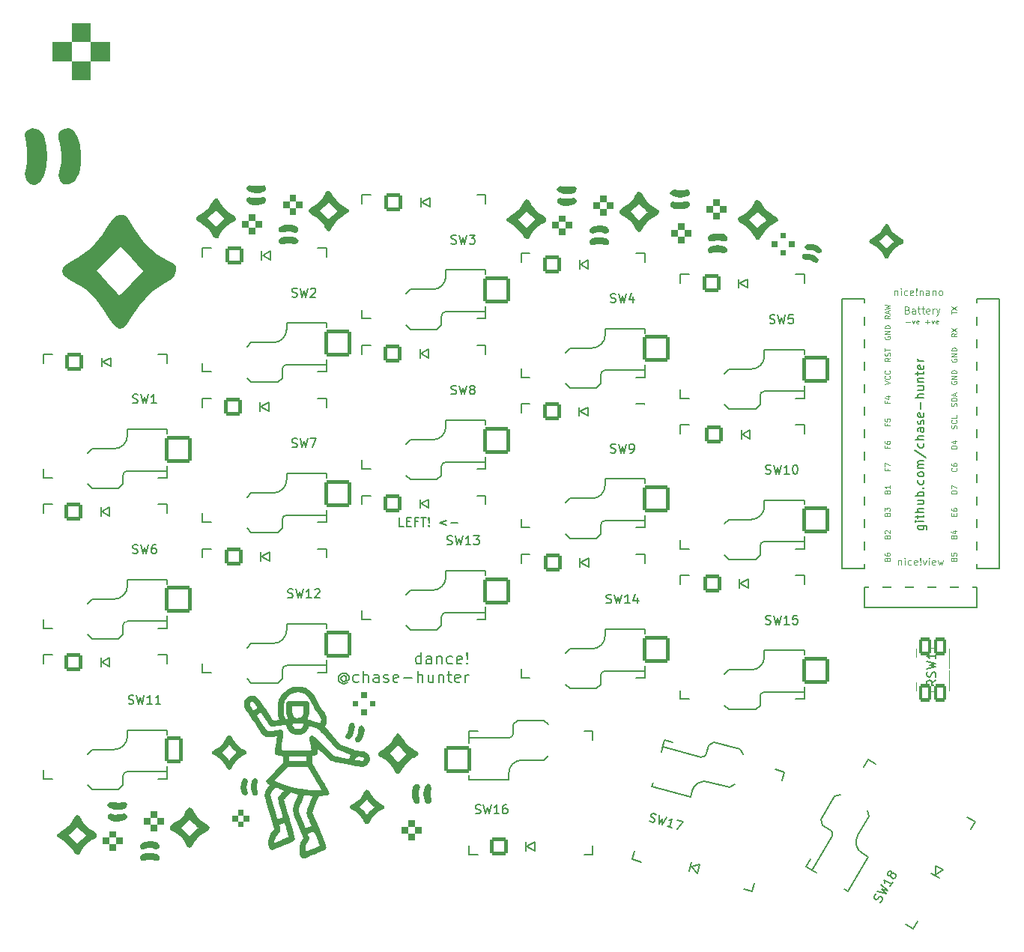
<source format=gto>
G04 #@! TF.GenerationSoftware,KiCad,Pcbnew,7.0.8*
G04 #@! TF.CreationDate,2023-11-05T17:01:39-05:00*
G04 #@! TF.ProjectId,dance,64616e63-652e-46b6-9963-61645f706362,1.0*
G04 #@! TF.SameCoordinates,Original*
G04 #@! TF.FileFunction,Legend,Top*
G04 #@! TF.FilePolarity,Positive*
%FSLAX46Y46*%
G04 Gerber Fmt 4.6, Leading zero omitted, Abs format (unit mm)*
G04 Created by KiCad (PCBNEW 7.0.8) date 2023-11-05 17:01:39*
%MOMM*%
%LPD*%
G01*
G04 APERTURE LIST*
G04 Aperture macros list*
%AMRoundRect*
0 Rectangle with rounded corners*
0 $1 Rounding radius*
0 $2 $3 $4 $5 $6 $7 $8 $9 X,Y pos of 4 corners*
0 Add a 4 corners polygon primitive as box body*
4,1,4,$2,$3,$4,$5,$6,$7,$8,$9,$2,$3,0*
0 Add four circle primitives for the rounded corners*
1,1,$1+$1,$2,$3*
1,1,$1+$1,$4,$5*
1,1,$1+$1,$6,$7*
1,1,$1+$1,$8,$9*
0 Add four rect primitives between the rounded corners*
20,1,$1+$1,$2,$3,$4,$5,0*
20,1,$1+$1,$4,$5,$6,$7,0*
20,1,$1+$1,$6,$7,$8,$9,0*
20,1,$1+$1,$8,$9,$2,$3,0*%
%AMFreePoly0*
4,1,22,1.386777,1.480194,1.456366,1.424698,1.494986,1.344504,1.500000,1.300000,1.500000,-1.300000,1.480194,-1.386777,1.424698,-1.456366,1.344504,-1.494986,1.300000,-1.500000,-1.300000,-1.500000,-1.386777,-1.480194,-1.456366,-1.424698,-1.494986,-1.344504,-1.500000,-1.300000,-1.500000,0.000000,-1.480194,0.086777,-1.441421,0.141421,-0.141421,1.441421,-0.066056,1.488777,0.000000,1.500000,
1.300000,1.500000,1.386777,1.480194,1.386777,1.480194,$1*%
%AMFreePoly1*
4,1,22,0.686777,0.580194,0.756366,0.524698,0.794986,0.444504,0.800000,0.400000,0.800000,0.200000,0.780194,0.113223,0.741421,0.058579,0.141421,-0.541421,0.066056,-0.588777,-0.022393,-0.598742,-0.106406,-0.569345,-0.141421,-0.541421,-0.741421,0.058579,-0.788777,0.133944,-0.800000,0.200000,-0.800000,0.400000,-0.780194,0.486777,-0.724698,0.556366,-0.644504,0.594986,-0.600000,0.600000,
0.600000,0.600000,0.686777,0.580194,0.686777,0.580194,$1*%
%AMFreePoly2*
4,1,26,0.706406,1.169345,0.769345,1.106406,0.798742,1.022393,0.800000,1.000000,0.800000,-0.250000,0.780194,-0.336777,0.724698,-0.406366,0.644504,-0.444986,0.600000,-0.450000,-0.600000,-0.450000,-0.686777,-0.430194,-0.756366,-0.374698,-0.794986,-0.294504,-0.800000,-0.250000,-0.800000,1.000000,-0.780194,1.086777,-0.724698,1.156366,-0.644504,1.194986,-0.555496,1.194986,-0.475302,1.156366,
-0.458579,1.141421,0.000000,0.682842,0.458579,1.141421,0.533944,1.188777,0.622393,1.198742,0.706406,1.169345,0.706406,1.169345,$1*%
G04 Aperture macros list end*
%ADD10C,0.200000*%
%ADD11C,0.150000*%
%ADD12C,0.100000*%
%ADD13C,0.080000*%
%ADD14C,0.120000*%
%ADD15RoundRect,0.200000X0.800000X0.800000X-0.800000X0.800000X-0.800000X-0.800000X0.800000X-0.800000X0*%
%ADD16C,2.000000*%
%ADD17RoundRect,0.200000X0.979796X0.565685X-0.565685X0.979796X-0.979796X-0.565685X0.565685X-0.979796X0*%
%ADD18RoundRect,0.200000X-0.292820X1.092820X-1.092820X-0.292820X0.292820X-1.092820X1.092820X0.292820X0*%
%ADD19C,2.101800*%
%ADD20C,1.390600*%
%ADD21C,3.400000*%
%ADD22C,3.829000*%
%ADD23FreePoly0,0.000000*%
%ADD24RoundRect,0.200000X-1.300000X-1.300000X1.300000X-1.300000X1.300000X1.300000X-1.300000X1.300000X0*%
%ADD25RoundRect,0.200000X-0.800000X-1.300000X0.800000X-1.300000X0.800000X1.300000X-0.800000X1.300000X0*%
%ADD26FreePoly0,180.000000*%
%ADD27RoundRect,0.200000X1.300000X1.300000X-1.300000X1.300000X-1.300000X-1.300000X1.300000X-1.300000X0*%
%ADD28FreePoly0,165.000000*%
%ADD29RoundRect,0.200000X1.592168X0.919239X-0.919239X1.592168X-1.592168X-0.919239X0.919239X-1.592168X0*%
%ADD30FreePoly0,240.000000*%
%ADD31RoundRect,0.200000X-0.475833X1.775833X-1.775833X-0.475833X0.475833X-1.775833X1.775833X0.475833X0*%
%ADD32C,4.400000*%
%ADD33C,1.300000*%
%ADD34FreePoly1,90.000000*%
%ADD35FreePoly1,270.000000*%
%ADD36FreePoly2,270.000000*%
%ADD37FreePoly2,90.000000*%
%ADD38C,1.150000*%
%ADD39RoundRect,0.200000X-0.500000X0.775000X-0.500000X-0.775000X0.500000X-0.775000X0.500000X0.775000X0*%
%ADD40FreePoly1,180.000000*%
%ADD41FreePoly2,180.000000*%
G04 APERTURE END LIST*
D10*
X121602765Y-98416284D02*
X121602765Y-97116284D01*
X121602765Y-98354380D02*
X121478956Y-98416284D01*
X121478956Y-98416284D02*
X121231337Y-98416284D01*
X121231337Y-98416284D02*
X121107527Y-98354380D01*
X121107527Y-98354380D02*
X121045622Y-98292475D01*
X121045622Y-98292475D02*
X120983718Y-98168665D01*
X120983718Y-98168665D02*
X120983718Y-97797237D01*
X120983718Y-97797237D02*
X121045622Y-97673427D01*
X121045622Y-97673427D02*
X121107527Y-97611522D01*
X121107527Y-97611522D02*
X121231337Y-97549618D01*
X121231337Y-97549618D02*
X121478956Y-97549618D01*
X121478956Y-97549618D02*
X121602765Y-97611522D01*
X122778955Y-98416284D02*
X122778955Y-97735332D01*
X122778955Y-97735332D02*
X122717050Y-97611522D01*
X122717050Y-97611522D02*
X122593241Y-97549618D01*
X122593241Y-97549618D02*
X122345622Y-97549618D01*
X122345622Y-97549618D02*
X122221812Y-97611522D01*
X122778955Y-98354380D02*
X122655146Y-98416284D01*
X122655146Y-98416284D02*
X122345622Y-98416284D01*
X122345622Y-98416284D02*
X122221812Y-98354380D01*
X122221812Y-98354380D02*
X122159908Y-98230570D01*
X122159908Y-98230570D02*
X122159908Y-98106760D01*
X122159908Y-98106760D02*
X122221812Y-97982951D01*
X122221812Y-97982951D02*
X122345622Y-97921046D01*
X122345622Y-97921046D02*
X122655146Y-97921046D01*
X122655146Y-97921046D02*
X122778955Y-97859141D01*
X123398002Y-97549618D02*
X123398002Y-98416284D01*
X123398002Y-97673427D02*
X123459907Y-97611522D01*
X123459907Y-97611522D02*
X123583717Y-97549618D01*
X123583717Y-97549618D02*
X123769431Y-97549618D01*
X123769431Y-97549618D02*
X123893240Y-97611522D01*
X123893240Y-97611522D02*
X123955145Y-97735332D01*
X123955145Y-97735332D02*
X123955145Y-98416284D01*
X125131335Y-98354380D02*
X125007526Y-98416284D01*
X125007526Y-98416284D02*
X124759907Y-98416284D01*
X124759907Y-98416284D02*
X124636097Y-98354380D01*
X124636097Y-98354380D02*
X124574192Y-98292475D01*
X124574192Y-98292475D02*
X124512288Y-98168665D01*
X124512288Y-98168665D02*
X124512288Y-97797237D01*
X124512288Y-97797237D02*
X124574192Y-97673427D01*
X124574192Y-97673427D02*
X124636097Y-97611522D01*
X124636097Y-97611522D02*
X124759907Y-97549618D01*
X124759907Y-97549618D02*
X125007526Y-97549618D01*
X125007526Y-97549618D02*
X125131335Y-97611522D01*
X126183716Y-98354380D02*
X126059907Y-98416284D01*
X126059907Y-98416284D02*
X125812288Y-98416284D01*
X125812288Y-98416284D02*
X125688478Y-98354380D01*
X125688478Y-98354380D02*
X125626574Y-98230570D01*
X125626574Y-98230570D02*
X125626574Y-97735332D01*
X125626574Y-97735332D02*
X125688478Y-97611522D01*
X125688478Y-97611522D02*
X125812288Y-97549618D01*
X125812288Y-97549618D02*
X126059907Y-97549618D01*
X126059907Y-97549618D02*
X126183716Y-97611522D01*
X126183716Y-97611522D02*
X126245621Y-97735332D01*
X126245621Y-97735332D02*
X126245621Y-97859141D01*
X126245621Y-97859141D02*
X125626574Y-97982951D01*
X126802764Y-98292475D02*
X126864669Y-98354380D01*
X126864669Y-98354380D02*
X126802764Y-98416284D01*
X126802764Y-98416284D02*
X126740860Y-98354380D01*
X126740860Y-98354380D02*
X126802764Y-98292475D01*
X126802764Y-98292475D02*
X126802764Y-98416284D01*
X126802764Y-97921046D02*
X126740860Y-97178189D01*
X126740860Y-97178189D02*
X126802764Y-97116284D01*
X126802764Y-97116284D02*
X126864669Y-97178189D01*
X126864669Y-97178189D02*
X126802764Y-97921046D01*
X126802764Y-97921046D02*
X126802764Y-97116284D01*
X113121813Y-99890237D02*
X113059908Y-99828332D01*
X113059908Y-99828332D02*
X112936099Y-99766427D01*
X112936099Y-99766427D02*
X112812289Y-99766427D01*
X112812289Y-99766427D02*
X112688480Y-99828332D01*
X112688480Y-99828332D02*
X112626575Y-99890237D01*
X112626575Y-99890237D02*
X112564670Y-100014046D01*
X112564670Y-100014046D02*
X112564670Y-100137856D01*
X112564670Y-100137856D02*
X112626575Y-100261665D01*
X112626575Y-100261665D02*
X112688480Y-100323570D01*
X112688480Y-100323570D02*
X112812289Y-100385475D01*
X112812289Y-100385475D02*
X112936099Y-100385475D01*
X112936099Y-100385475D02*
X113059908Y-100323570D01*
X113059908Y-100323570D02*
X113121813Y-100261665D01*
X113121813Y-99766427D02*
X113121813Y-100261665D01*
X113121813Y-100261665D02*
X113183718Y-100323570D01*
X113183718Y-100323570D02*
X113245623Y-100323570D01*
X113245623Y-100323570D02*
X113369432Y-100261665D01*
X113369432Y-100261665D02*
X113431337Y-100137856D01*
X113431337Y-100137856D02*
X113431337Y-99828332D01*
X113431337Y-99828332D02*
X113307528Y-99642618D01*
X113307528Y-99642618D02*
X113121813Y-99518808D01*
X113121813Y-99518808D02*
X112874194Y-99456903D01*
X112874194Y-99456903D02*
X112626575Y-99518808D01*
X112626575Y-99518808D02*
X112440861Y-99642618D01*
X112440861Y-99642618D02*
X112317051Y-99828332D01*
X112317051Y-99828332D02*
X112255147Y-100075951D01*
X112255147Y-100075951D02*
X112317051Y-100323570D01*
X112317051Y-100323570D02*
X112440861Y-100509284D01*
X112440861Y-100509284D02*
X112626575Y-100633094D01*
X112626575Y-100633094D02*
X112874194Y-100694999D01*
X112874194Y-100694999D02*
X113121813Y-100633094D01*
X113121813Y-100633094D02*
X113307528Y-100509284D01*
X114545623Y-100447380D02*
X114421814Y-100509284D01*
X114421814Y-100509284D02*
X114174195Y-100509284D01*
X114174195Y-100509284D02*
X114050385Y-100447380D01*
X114050385Y-100447380D02*
X113988480Y-100385475D01*
X113988480Y-100385475D02*
X113926576Y-100261665D01*
X113926576Y-100261665D02*
X113926576Y-99890237D01*
X113926576Y-99890237D02*
X113988480Y-99766427D01*
X113988480Y-99766427D02*
X114050385Y-99704522D01*
X114050385Y-99704522D02*
X114174195Y-99642618D01*
X114174195Y-99642618D02*
X114421814Y-99642618D01*
X114421814Y-99642618D02*
X114545623Y-99704522D01*
X115102766Y-100509284D02*
X115102766Y-99209284D01*
X115659909Y-100509284D02*
X115659909Y-99828332D01*
X115659909Y-99828332D02*
X115598004Y-99704522D01*
X115598004Y-99704522D02*
X115474195Y-99642618D01*
X115474195Y-99642618D02*
X115288481Y-99642618D01*
X115288481Y-99642618D02*
X115164671Y-99704522D01*
X115164671Y-99704522D02*
X115102766Y-99766427D01*
X116836099Y-100509284D02*
X116836099Y-99828332D01*
X116836099Y-99828332D02*
X116774194Y-99704522D01*
X116774194Y-99704522D02*
X116650385Y-99642618D01*
X116650385Y-99642618D02*
X116402766Y-99642618D01*
X116402766Y-99642618D02*
X116278956Y-99704522D01*
X116836099Y-100447380D02*
X116712290Y-100509284D01*
X116712290Y-100509284D02*
X116402766Y-100509284D01*
X116402766Y-100509284D02*
X116278956Y-100447380D01*
X116278956Y-100447380D02*
X116217052Y-100323570D01*
X116217052Y-100323570D02*
X116217052Y-100199760D01*
X116217052Y-100199760D02*
X116278956Y-100075951D01*
X116278956Y-100075951D02*
X116402766Y-100014046D01*
X116402766Y-100014046D02*
X116712290Y-100014046D01*
X116712290Y-100014046D02*
X116836099Y-99952141D01*
X117393242Y-100447380D02*
X117517051Y-100509284D01*
X117517051Y-100509284D02*
X117764670Y-100509284D01*
X117764670Y-100509284D02*
X117888480Y-100447380D01*
X117888480Y-100447380D02*
X117950384Y-100323570D01*
X117950384Y-100323570D02*
X117950384Y-100261665D01*
X117950384Y-100261665D02*
X117888480Y-100137856D01*
X117888480Y-100137856D02*
X117764670Y-100075951D01*
X117764670Y-100075951D02*
X117578956Y-100075951D01*
X117578956Y-100075951D02*
X117455146Y-100014046D01*
X117455146Y-100014046D02*
X117393242Y-99890237D01*
X117393242Y-99890237D02*
X117393242Y-99828332D01*
X117393242Y-99828332D02*
X117455146Y-99704522D01*
X117455146Y-99704522D02*
X117578956Y-99642618D01*
X117578956Y-99642618D02*
X117764670Y-99642618D01*
X117764670Y-99642618D02*
X117888480Y-99704522D01*
X119002765Y-100447380D02*
X118878956Y-100509284D01*
X118878956Y-100509284D02*
X118631337Y-100509284D01*
X118631337Y-100509284D02*
X118507527Y-100447380D01*
X118507527Y-100447380D02*
X118445623Y-100323570D01*
X118445623Y-100323570D02*
X118445623Y-99828332D01*
X118445623Y-99828332D02*
X118507527Y-99704522D01*
X118507527Y-99704522D02*
X118631337Y-99642618D01*
X118631337Y-99642618D02*
X118878956Y-99642618D01*
X118878956Y-99642618D02*
X119002765Y-99704522D01*
X119002765Y-99704522D02*
X119064670Y-99828332D01*
X119064670Y-99828332D02*
X119064670Y-99952141D01*
X119064670Y-99952141D02*
X118445623Y-100075951D01*
X119621813Y-100014046D02*
X120612290Y-100014046D01*
X121231337Y-100509284D02*
X121231337Y-99209284D01*
X121788480Y-100509284D02*
X121788480Y-99828332D01*
X121788480Y-99828332D02*
X121726575Y-99704522D01*
X121726575Y-99704522D02*
X121602766Y-99642618D01*
X121602766Y-99642618D02*
X121417052Y-99642618D01*
X121417052Y-99642618D02*
X121293242Y-99704522D01*
X121293242Y-99704522D02*
X121231337Y-99766427D01*
X122964670Y-99642618D02*
X122964670Y-100509284D01*
X122407527Y-99642618D02*
X122407527Y-100323570D01*
X122407527Y-100323570D02*
X122469432Y-100447380D01*
X122469432Y-100447380D02*
X122593242Y-100509284D01*
X122593242Y-100509284D02*
X122778956Y-100509284D01*
X122778956Y-100509284D02*
X122902765Y-100447380D01*
X122902765Y-100447380D02*
X122964670Y-100385475D01*
X123583717Y-99642618D02*
X123583717Y-100509284D01*
X123583717Y-99766427D02*
X123645622Y-99704522D01*
X123645622Y-99704522D02*
X123769432Y-99642618D01*
X123769432Y-99642618D02*
X123955146Y-99642618D01*
X123955146Y-99642618D02*
X124078955Y-99704522D01*
X124078955Y-99704522D02*
X124140860Y-99828332D01*
X124140860Y-99828332D02*
X124140860Y-100509284D01*
X124574193Y-99642618D02*
X125069431Y-99642618D01*
X124759907Y-99209284D02*
X124759907Y-100323570D01*
X124759907Y-100323570D02*
X124821812Y-100447380D01*
X124821812Y-100447380D02*
X124945622Y-100509284D01*
X124945622Y-100509284D02*
X125069431Y-100509284D01*
X125998002Y-100447380D02*
X125874193Y-100509284D01*
X125874193Y-100509284D02*
X125626574Y-100509284D01*
X125626574Y-100509284D02*
X125502764Y-100447380D01*
X125502764Y-100447380D02*
X125440860Y-100323570D01*
X125440860Y-100323570D02*
X125440860Y-99828332D01*
X125440860Y-99828332D02*
X125502764Y-99704522D01*
X125502764Y-99704522D02*
X125626574Y-99642618D01*
X125626574Y-99642618D02*
X125874193Y-99642618D01*
X125874193Y-99642618D02*
X125998002Y-99704522D01*
X125998002Y-99704522D02*
X126059907Y-99828332D01*
X126059907Y-99828332D02*
X126059907Y-99952141D01*
X126059907Y-99952141D02*
X125440860Y-100075951D01*
X126617050Y-100509284D02*
X126617050Y-99642618D01*
X126617050Y-99890237D02*
X126678955Y-99766427D01*
X126678955Y-99766427D02*
X126740860Y-99704522D01*
X126740860Y-99704522D02*
X126864669Y-99642618D01*
X126864669Y-99642618D02*
X126988479Y-99642618D01*
D11*
X177769465Y-82783140D02*
X178578989Y-82783140D01*
X178578989Y-82783140D02*
X178674227Y-82830759D01*
X178674227Y-82830759D02*
X178721846Y-82878378D01*
X178721846Y-82878378D02*
X178769465Y-82973616D01*
X178769465Y-82973616D02*
X178769465Y-83116473D01*
X178769465Y-83116473D02*
X178721846Y-83211711D01*
X178388513Y-82783140D02*
X178436132Y-82878378D01*
X178436132Y-82878378D02*
X178436132Y-83068854D01*
X178436132Y-83068854D02*
X178388513Y-83164092D01*
X178388513Y-83164092D02*
X178340893Y-83211711D01*
X178340893Y-83211711D02*
X178245655Y-83259330D01*
X178245655Y-83259330D02*
X177959941Y-83259330D01*
X177959941Y-83259330D02*
X177864703Y-83211711D01*
X177864703Y-83211711D02*
X177817084Y-83164092D01*
X177817084Y-83164092D02*
X177769465Y-83068854D01*
X177769465Y-83068854D02*
X177769465Y-82878378D01*
X177769465Y-82878378D02*
X177817084Y-82783140D01*
X178436132Y-82306949D02*
X177769465Y-82306949D01*
X177436132Y-82306949D02*
X177483751Y-82354568D01*
X177483751Y-82354568D02*
X177531370Y-82306949D01*
X177531370Y-82306949D02*
X177483751Y-82259330D01*
X177483751Y-82259330D02*
X177436132Y-82306949D01*
X177436132Y-82306949D02*
X177531370Y-82306949D01*
X177769465Y-81973616D02*
X177769465Y-81592664D01*
X177436132Y-81830759D02*
X178293274Y-81830759D01*
X178293274Y-81830759D02*
X178388513Y-81783140D01*
X178388513Y-81783140D02*
X178436132Y-81687902D01*
X178436132Y-81687902D02*
X178436132Y-81592664D01*
X178436132Y-81259330D02*
X177436132Y-81259330D01*
X178436132Y-80830759D02*
X177912322Y-80830759D01*
X177912322Y-80830759D02*
X177817084Y-80878378D01*
X177817084Y-80878378D02*
X177769465Y-80973616D01*
X177769465Y-80973616D02*
X177769465Y-81116473D01*
X177769465Y-81116473D02*
X177817084Y-81211711D01*
X177817084Y-81211711D02*
X177864703Y-81259330D01*
X177769465Y-79925997D02*
X178436132Y-79925997D01*
X177769465Y-80354568D02*
X178293274Y-80354568D01*
X178293274Y-80354568D02*
X178388513Y-80306949D01*
X178388513Y-80306949D02*
X178436132Y-80211711D01*
X178436132Y-80211711D02*
X178436132Y-80068854D01*
X178436132Y-80068854D02*
X178388513Y-79973616D01*
X178388513Y-79973616D02*
X178340893Y-79925997D01*
X178436132Y-79449806D02*
X177436132Y-79449806D01*
X177817084Y-79449806D02*
X177769465Y-79354568D01*
X177769465Y-79354568D02*
X177769465Y-79164092D01*
X177769465Y-79164092D02*
X177817084Y-79068854D01*
X177817084Y-79068854D02*
X177864703Y-79021235D01*
X177864703Y-79021235D02*
X177959941Y-78973616D01*
X177959941Y-78973616D02*
X178245655Y-78973616D01*
X178245655Y-78973616D02*
X178340893Y-79021235D01*
X178340893Y-79021235D02*
X178388513Y-79068854D01*
X178388513Y-79068854D02*
X178436132Y-79164092D01*
X178436132Y-79164092D02*
X178436132Y-79354568D01*
X178436132Y-79354568D02*
X178388513Y-79449806D01*
X178340893Y-78545044D02*
X178388513Y-78497425D01*
X178388513Y-78497425D02*
X178436132Y-78545044D01*
X178436132Y-78545044D02*
X178388513Y-78592663D01*
X178388513Y-78592663D02*
X178340893Y-78545044D01*
X178340893Y-78545044D02*
X178436132Y-78545044D01*
X178388513Y-77640283D02*
X178436132Y-77735521D01*
X178436132Y-77735521D02*
X178436132Y-77925997D01*
X178436132Y-77925997D02*
X178388513Y-78021235D01*
X178388513Y-78021235D02*
X178340893Y-78068854D01*
X178340893Y-78068854D02*
X178245655Y-78116473D01*
X178245655Y-78116473D02*
X177959941Y-78116473D01*
X177959941Y-78116473D02*
X177864703Y-78068854D01*
X177864703Y-78068854D02*
X177817084Y-78021235D01*
X177817084Y-78021235D02*
X177769465Y-77925997D01*
X177769465Y-77925997D02*
X177769465Y-77735521D01*
X177769465Y-77735521D02*
X177817084Y-77640283D01*
X178436132Y-77068854D02*
X178388513Y-77164092D01*
X178388513Y-77164092D02*
X178340893Y-77211711D01*
X178340893Y-77211711D02*
X178245655Y-77259330D01*
X178245655Y-77259330D02*
X177959941Y-77259330D01*
X177959941Y-77259330D02*
X177864703Y-77211711D01*
X177864703Y-77211711D02*
X177817084Y-77164092D01*
X177817084Y-77164092D02*
X177769465Y-77068854D01*
X177769465Y-77068854D02*
X177769465Y-76925997D01*
X177769465Y-76925997D02*
X177817084Y-76830759D01*
X177817084Y-76830759D02*
X177864703Y-76783140D01*
X177864703Y-76783140D02*
X177959941Y-76735521D01*
X177959941Y-76735521D02*
X178245655Y-76735521D01*
X178245655Y-76735521D02*
X178340893Y-76783140D01*
X178340893Y-76783140D02*
X178388513Y-76830759D01*
X178388513Y-76830759D02*
X178436132Y-76925997D01*
X178436132Y-76925997D02*
X178436132Y-77068854D01*
X178436132Y-76306949D02*
X177769465Y-76306949D01*
X177864703Y-76306949D02*
X177817084Y-76259330D01*
X177817084Y-76259330D02*
X177769465Y-76164092D01*
X177769465Y-76164092D02*
X177769465Y-76021235D01*
X177769465Y-76021235D02*
X177817084Y-75925997D01*
X177817084Y-75925997D02*
X177912322Y-75878378D01*
X177912322Y-75878378D02*
X178436132Y-75878378D01*
X177912322Y-75878378D02*
X177817084Y-75830759D01*
X177817084Y-75830759D02*
X177769465Y-75735521D01*
X177769465Y-75735521D02*
X177769465Y-75592664D01*
X177769465Y-75592664D02*
X177817084Y-75497425D01*
X177817084Y-75497425D02*
X177912322Y-75449806D01*
X177912322Y-75449806D02*
X178436132Y-75449806D01*
X177388513Y-74259331D02*
X178674227Y-75116473D01*
X178388513Y-73497426D02*
X178436132Y-73592664D01*
X178436132Y-73592664D02*
X178436132Y-73783140D01*
X178436132Y-73783140D02*
X178388513Y-73878378D01*
X178388513Y-73878378D02*
X178340893Y-73925997D01*
X178340893Y-73925997D02*
X178245655Y-73973616D01*
X178245655Y-73973616D02*
X177959941Y-73973616D01*
X177959941Y-73973616D02*
X177864703Y-73925997D01*
X177864703Y-73925997D02*
X177817084Y-73878378D01*
X177817084Y-73878378D02*
X177769465Y-73783140D01*
X177769465Y-73783140D02*
X177769465Y-73592664D01*
X177769465Y-73592664D02*
X177817084Y-73497426D01*
X178436132Y-73068854D02*
X177436132Y-73068854D01*
X178436132Y-72640283D02*
X177912322Y-72640283D01*
X177912322Y-72640283D02*
X177817084Y-72687902D01*
X177817084Y-72687902D02*
X177769465Y-72783140D01*
X177769465Y-72783140D02*
X177769465Y-72925997D01*
X177769465Y-72925997D02*
X177817084Y-73021235D01*
X177817084Y-73021235D02*
X177864703Y-73068854D01*
X178436132Y-71735521D02*
X177912322Y-71735521D01*
X177912322Y-71735521D02*
X177817084Y-71783140D01*
X177817084Y-71783140D02*
X177769465Y-71878378D01*
X177769465Y-71878378D02*
X177769465Y-72068854D01*
X177769465Y-72068854D02*
X177817084Y-72164092D01*
X178388513Y-71735521D02*
X178436132Y-71830759D01*
X178436132Y-71830759D02*
X178436132Y-72068854D01*
X178436132Y-72068854D02*
X178388513Y-72164092D01*
X178388513Y-72164092D02*
X178293274Y-72211711D01*
X178293274Y-72211711D02*
X178198036Y-72211711D01*
X178198036Y-72211711D02*
X178102798Y-72164092D01*
X178102798Y-72164092D02*
X178055179Y-72068854D01*
X178055179Y-72068854D02*
X178055179Y-71830759D01*
X178055179Y-71830759D02*
X178007560Y-71735521D01*
X178388513Y-71306949D02*
X178436132Y-71211711D01*
X178436132Y-71211711D02*
X178436132Y-71021235D01*
X178436132Y-71021235D02*
X178388513Y-70925997D01*
X178388513Y-70925997D02*
X178293274Y-70878378D01*
X178293274Y-70878378D02*
X178245655Y-70878378D01*
X178245655Y-70878378D02*
X178150417Y-70925997D01*
X178150417Y-70925997D02*
X178102798Y-71021235D01*
X178102798Y-71021235D02*
X178102798Y-71164092D01*
X178102798Y-71164092D02*
X178055179Y-71259330D01*
X178055179Y-71259330D02*
X177959941Y-71306949D01*
X177959941Y-71306949D02*
X177912322Y-71306949D01*
X177912322Y-71306949D02*
X177817084Y-71259330D01*
X177817084Y-71259330D02*
X177769465Y-71164092D01*
X177769465Y-71164092D02*
X177769465Y-71021235D01*
X177769465Y-71021235D02*
X177817084Y-70925997D01*
X178388513Y-70068854D02*
X178436132Y-70164092D01*
X178436132Y-70164092D02*
X178436132Y-70354568D01*
X178436132Y-70354568D02*
X178388513Y-70449806D01*
X178388513Y-70449806D02*
X178293274Y-70497425D01*
X178293274Y-70497425D02*
X177912322Y-70497425D01*
X177912322Y-70497425D02*
X177817084Y-70449806D01*
X177817084Y-70449806D02*
X177769465Y-70354568D01*
X177769465Y-70354568D02*
X177769465Y-70164092D01*
X177769465Y-70164092D02*
X177817084Y-70068854D01*
X177817084Y-70068854D02*
X177912322Y-70021235D01*
X177912322Y-70021235D02*
X178007560Y-70021235D01*
X178007560Y-70021235D02*
X178102798Y-70497425D01*
X178055179Y-69592663D02*
X178055179Y-68830759D01*
X178436132Y-68354568D02*
X177436132Y-68354568D01*
X178436132Y-67925997D02*
X177912322Y-67925997D01*
X177912322Y-67925997D02*
X177817084Y-67973616D01*
X177817084Y-67973616D02*
X177769465Y-68068854D01*
X177769465Y-68068854D02*
X177769465Y-68211711D01*
X177769465Y-68211711D02*
X177817084Y-68306949D01*
X177817084Y-68306949D02*
X177864703Y-68354568D01*
X177769465Y-67021235D02*
X178436132Y-67021235D01*
X177769465Y-67449806D02*
X178293274Y-67449806D01*
X178293274Y-67449806D02*
X178388513Y-67402187D01*
X178388513Y-67402187D02*
X178436132Y-67306949D01*
X178436132Y-67306949D02*
X178436132Y-67164092D01*
X178436132Y-67164092D02*
X178388513Y-67068854D01*
X178388513Y-67068854D02*
X178340893Y-67021235D01*
X177769465Y-66545044D02*
X178436132Y-66545044D01*
X177864703Y-66545044D02*
X177817084Y-66497425D01*
X177817084Y-66497425D02*
X177769465Y-66402187D01*
X177769465Y-66402187D02*
X177769465Y-66259330D01*
X177769465Y-66259330D02*
X177817084Y-66164092D01*
X177817084Y-66164092D02*
X177912322Y-66116473D01*
X177912322Y-66116473D02*
X178436132Y-66116473D01*
X177769465Y-65783139D02*
X177769465Y-65402187D01*
X177436132Y-65640282D02*
X178293274Y-65640282D01*
X178293274Y-65640282D02*
X178388513Y-65592663D01*
X178388513Y-65592663D02*
X178436132Y-65497425D01*
X178436132Y-65497425D02*
X178436132Y-65402187D01*
X178388513Y-64687901D02*
X178436132Y-64783139D01*
X178436132Y-64783139D02*
X178436132Y-64973615D01*
X178436132Y-64973615D02*
X178388513Y-65068853D01*
X178388513Y-65068853D02*
X178293274Y-65116472D01*
X178293274Y-65116472D02*
X177912322Y-65116472D01*
X177912322Y-65116472D02*
X177817084Y-65068853D01*
X177817084Y-65068853D02*
X177769465Y-64973615D01*
X177769465Y-64973615D02*
X177769465Y-64783139D01*
X177769465Y-64783139D02*
X177817084Y-64687901D01*
X177817084Y-64687901D02*
X177912322Y-64640282D01*
X177912322Y-64640282D02*
X178007560Y-64640282D01*
X178007560Y-64640282D02*
X178102798Y-65116472D01*
X178436132Y-64211710D02*
X177769465Y-64211710D01*
X177959941Y-64211710D02*
X177864703Y-64164091D01*
X177864703Y-64164091D02*
X177817084Y-64116472D01*
X177817084Y-64116472D02*
X177769465Y-64021234D01*
X177769465Y-64021234D02*
X177769465Y-63925996D01*
D10*
X119645863Y-82867219D02*
X119169673Y-82867219D01*
X119169673Y-82867219D02*
X119169673Y-81867219D01*
X119979197Y-82343409D02*
X120312530Y-82343409D01*
X120455387Y-82867219D02*
X119979197Y-82867219D01*
X119979197Y-82867219D02*
X119979197Y-81867219D01*
X119979197Y-81867219D02*
X120455387Y-81867219D01*
X121217292Y-82343409D02*
X120883959Y-82343409D01*
X120883959Y-82867219D02*
X120883959Y-81867219D01*
X120883959Y-81867219D02*
X121360149Y-81867219D01*
X121598245Y-81867219D02*
X122169673Y-81867219D01*
X121883959Y-82867219D02*
X121883959Y-81867219D01*
X122503007Y-82771980D02*
X122550626Y-82819600D01*
X122550626Y-82819600D02*
X122503007Y-82867219D01*
X122503007Y-82867219D02*
X122455388Y-82819600D01*
X122455388Y-82819600D02*
X122503007Y-82771980D01*
X122503007Y-82771980D02*
X122503007Y-82867219D01*
X122503007Y-82486266D02*
X122455388Y-81914838D01*
X122455388Y-81914838D02*
X122503007Y-81867219D01*
X122503007Y-81867219D02*
X122550626Y-81914838D01*
X122550626Y-81914838D02*
X122503007Y-82486266D01*
X122503007Y-82486266D02*
X122503007Y-81867219D01*
X124503007Y-82200552D02*
X123741102Y-82486266D01*
X123741102Y-82486266D02*
X124503007Y-82771980D01*
X124979197Y-82486266D02*
X125741102Y-82486266D01*
D12*
X175558763Y-86699561D02*
X175558763Y-87232895D01*
X175558763Y-86775752D02*
X175596858Y-86737657D01*
X175596858Y-86737657D02*
X175673048Y-86699561D01*
X175673048Y-86699561D02*
X175787334Y-86699561D01*
X175787334Y-86699561D02*
X175863525Y-86737657D01*
X175863525Y-86737657D02*
X175901620Y-86813847D01*
X175901620Y-86813847D02*
X175901620Y-87232895D01*
X176282573Y-87232895D02*
X176282573Y-86699561D01*
X176282573Y-86432895D02*
X176244477Y-86470990D01*
X176244477Y-86470990D02*
X176282573Y-86509085D01*
X176282573Y-86509085D02*
X176320668Y-86470990D01*
X176320668Y-86470990D02*
X176282573Y-86432895D01*
X176282573Y-86432895D02*
X176282573Y-86509085D01*
X177006382Y-87194800D02*
X176930191Y-87232895D01*
X176930191Y-87232895D02*
X176777810Y-87232895D01*
X176777810Y-87232895D02*
X176701620Y-87194800D01*
X176701620Y-87194800D02*
X176663525Y-87156704D01*
X176663525Y-87156704D02*
X176625429Y-87080514D01*
X176625429Y-87080514D02*
X176625429Y-86851942D01*
X176625429Y-86851942D02*
X176663525Y-86775752D01*
X176663525Y-86775752D02*
X176701620Y-86737657D01*
X176701620Y-86737657D02*
X176777810Y-86699561D01*
X176777810Y-86699561D02*
X176930191Y-86699561D01*
X176930191Y-86699561D02*
X177006382Y-86737657D01*
X177654001Y-87194800D02*
X177577810Y-87232895D01*
X177577810Y-87232895D02*
X177425429Y-87232895D01*
X177425429Y-87232895D02*
X177349239Y-87194800D01*
X177349239Y-87194800D02*
X177311143Y-87118609D01*
X177311143Y-87118609D02*
X177311143Y-86813847D01*
X177311143Y-86813847D02*
X177349239Y-86737657D01*
X177349239Y-86737657D02*
X177425429Y-86699561D01*
X177425429Y-86699561D02*
X177577810Y-86699561D01*
X177577810Y-86699561D02*
X177654001Y-86737657D01*
X177654001Y-86737657D02*
X177692096Y-86813847D01*
X177692096Y-86813847D02*
X177692096Y-86890038D01*
X177692096Y-86890038D02*
X177311143Y-86966228D01*
X178034953Y-87156704D02*
X178073048Y-87194800D01*
X178073048Y-87194800D02*
X178034953Y-87232895D01*
X178034953Y-87232895D02*
X177996857Y-87194800D01*
X177996857Y-87194800D02*
X178034953Y-87156704D01*
X178034953Y-87156704D02*
X178034953Y-87232895D01*
X178034953Y-86928133D02*
X177996857Y-86470990D01*
X177996857Y-86470990D02*
X178034953Y-86432895D01*
X178034953Y-86432895D02*
X178073048Y-86470990D01*
X178073048Y-86470990D02*
X178034953Y-86928133D01*
X178034953Y-86928133D02*
X178034953Y-86432895D01*
X178339714Y-86699561D02*
X178530190Y-87232895D01*
X178530190Y-87232895D02*
X178720667Y-86699561D01*
X179025429Y-87232895D02*
X179025429Y-86699561D01*
X179025429Y-86432895D02*
X178987333Y-86470990D01*
X178987333Y-86470990D02*
X179025429Y-86509085D01*
X179025429Y-86509085D02*
X179063524Y-86470990D01*
X179063524Y-86470990D02*
X179025429Y-86432895D01*
X179025429Y-86432895D02*
X179025429Y-86509085D01*
X179711143Y-87194800D02*
X179634952Y-87232895D01*
X179634952Y-87232895D02*
X179482571Y-87232895D01*
X179482571Y-87232895D02*
X179406381Y-87194800D01*
X179406381Y-87194800D02*
X179368285Y-87118609D01*
X179368285Y-87118609D02*
X179368285Y-86813847D01*
X179368285Y-86813847D02*
X179406381Y-86737657D01*
X179406381Y-86737657D02*
X179482571Y-86699561D01*
X179482571Y-86699561D02*
X179634952Y-86699561D01*
X179634952Y-86699561D02*
X179711143Y-86737657D01*
X179711143Y-86737657D02*
X179749238Y-86813847D01*
X179749238Y-86813847D02*
X179749238Y-86890038D01*
X179749238Y-86890038D02*
X179368285Y-86966228D01*
X180015904Y-86699561D02*
X180168285Y-87232895D01*
X180168285Y-87232895D02*
X180320666Y-86851942D01*
X180320666Y-86851942D02*
X180473047Y-87232895D01*
X180473047Y-87232895D02*
X180625428Y-86699561D01*
X175114285Y-56219561D02*
X175114285Y-56752895D01*
X175114285Y-56295752D02*
X175152380Y-56257657D01*
X175152380Y-56257657D02*
X175228570Y-56219561D01*
X175228570Y-56219561D02*
X175342856Y-56219561D01*
X175342856Y-56219561D02*
X175419047Y-56257657D01*
X175419047Y-56257657D02*
X175457142Y-56333847D01*
X175457142Y-56333847D02*
X175457142Y-56752895D01*
X175838095Y-56752895D02*
X175838095Y-56219561D01*
X175838095Y-55952895D02*
X175799999Y-55990990D01*
X175799999Y-55990990D02*
X175838095Y-56029085D01*
X175838095Y-56029085D02*
X175876190Y-55990990D01*
X175876190Y-55990990D02*
X175838095Y-55952895D01*
X175838095Y-55952895D02*
X175838095Y-56029085D01*
X176561904Y-56714800D02*
X176485713Y-56752895D01*
X176485713Y-56752895D02*
X176333332Y-56752895D01*
X176333332Y-56752895D02*
X176257142Y-56714800D01*
X176257142Y-56714800D02*
X176219047Y-56676704D01*
X176219047Y-56676704D02*
X176180951Y-56600514D01*
X176180951Y-56600514D02*
X176180951Y-56371942D01*
X176180951Y-56371942D02*
X176219047Y-56295752D01*
X176219047Y-56295752D02*
X176257142Y-56257657D01*
X176257142Y-56257657D02*
X176333332Y-56219561D01*
X176333332Y-56219561D02*
X176485713Y-56219561D01*
X176485713Y-56219561D02*
X176561904Y-56257657D01*
X177209523Y-56714800D02*
X177133332Y-56752895D01*
X177133332Y-56752895D02*
X176980951Y-56752895D01*
X176980951Y-56752895D02*
X176904761Y-56714800D01*
X176904761Y-56714800D02*
X176866665Y-56638609D01*
X176866665Y-56638609D02*
X176866665Y-56333847D01*
X176866665Y-56333847D02*
X176904761Y-56257657D01*
X176904761Y-56257657D02*
X176980951Y-56219561D01*
X176980951Y-56219561D02*
X177133332Y-56219561D01*
X177133332Y-56219561D02*
X177209523Y-56257657D01*
X177209523Y-56257657D02*
X177247618Y-56333847D01*
X177247618Y-56333847D02*
X177247618Y-56410038D01*
X177247618Y-56410038D02*
X176866665Y-56486228D01*
X177590475Y-56676704D02*
X177628570Y-56714800D01*
X177628570Y-56714800D02*
X177590475Y-56752895D01*
X177590475Y-56752895D02*
X177552379Y-56714800D01*
X177552379Y-56714800D02*
X177590475Y-56676704D01*
X177590475Y-56676704D02*
X177590475Y-56752895D01*
X177590475Y-56448133D02*
X177552379Y-55990990D01*
X177552379Y-55990990D02*
X177590475Y-55952895D01*
X177590475Y-55952895D02*
X177628570Y-55990990D01*
X177628570Y-55990990D02*
X177590475Y-56448133D01*
X177590475Y-56448133D02*
X177590475Y-55952895D01*
X177971427Y-56219561D02*
X177971427Y-56752895D01*
X177971427Y-56295752D02*
X178009522Y-56257657D01*
X178009522Y-56257657D02*
X178085712Y-56219561D01*
X178085712Y-56219561D02*
X178199998Y-56219561D01*
X178199998Y-56219561D02*
X178276189Y-56257657D01*
X178276189Y-56257657D02*
X178314284Y-56333847D01*
X178314284Y-56333847D02*
X178314284Y-56752895D01*
X179038094Y-56752895D02*
X179038094Y-56333847D01*
X179038094Y-56333847D02*
X178999999Y-56257657D01*
X178999999Y-56257657D02*
X178923808Y-56219561D01*
X178923808Y-56219561D02*
X178771427Y-56219561D01*
X178771427Y-56219561D02*
X178695237Y-56257657D01*
X179038094Y-56714800D02*
X178961903Y-56752895D01*
X178961903Y-56752895D02*
X178771427Y-56752895D01*
X178771427Y-56752895D02*
X178695237Y-56714800D01*
X178695237Y-56714800D02*
X178657141Y-56638609D01*
X178657141Y-56638609D02*
X178657141Y-56562419D01*
X178657141Y-56562419D02*
X178695237Y-56486228D01*
X178695237Y-56486228D02*
X178771427Y-56448133D01*
X178771427Y-56448133D02*
X178961903Y-56448133D01*
X178961903Y-56448133D02*
X179038094Y-56410038D01*
X179419047Y-56219561D02*
X179419047Y-56752895D01*
X179419047Y-56295752D02*
X179457142Y-56257657D01*
X179457142Y-56257657D02*
X179533332Y-56219561D01*
X179533332Y-56219561D02*
X179647618Y-56219561D01*
X179647618Y-56219561D02*
X179723809Y-56257657D01*
X179723809Y-56257657D02*
X179761904Y-56333847D01*
X179761904Y-56333847D02*
X179761904Y-56752895D01*
X180257142Y-56752895D02*
X180180952Y-56714800D01*
X180180952Y-56714800D02*
X180142857Y-56676704D01*
X180142857Y-56676704D02*
X180104761Y-56600514D01*
X180104761Y-56600514D02*
X180104761Y-56371942D01*
X180104761Y-56371942D02*
X180142857Y-56295752D01*
X180142857Y-56295752D02*
X180180952Y-56257657D01*
X180180952Y-56257657D02*
X180257142Y-56219561D01*
X180257142Y-56219561D02*
X180371428Y-56219561D01*
X180371428Y-56219561D02*
X180447619Y-56257657D01*
X180447619Y-56257657D02*
X180485714Y-56295752D01*
X180485714Y-56295752D02*
X180523809Y-56371942D01*
X180523809Y-56371942D02*
X180523809Y-56600514D01*
X180523809Y-56600514D02*
X180485714Y-56676704D01*
X180485714Y-56676704D02*
X180447619Y-56714800D01*
X180447619Y-56714800D02*
X180371428Y-56752895D01*
X180371428Y-56752895D02*
X180257142Y-56752895D01*
D11*
X89021667Y-68902200D02*
X89164524Y-68949819D01*
X89164524Y-68949819D02*
X89402619Y-68949819D01*
X89402619Y-68949819D02*
X89497857Y-68902200D01*
X89497857Y-68902200D02*
X89545476Y-68854580D01*
X89545476Y-68854580D02*
X89593095Y-68759342D01*
X89593095Y-68759342D02*
X89593095Y-68664104D01*
X89593095Y-68664104D02*
X89545476Y-68568866D01*
X89545476Y-68568866D02*
X89497857Y-68521247D01*
X89497857Y-68521247D02*
X89402619Y-68473628D01*
X89402619Y-68473628D02*
X89212143Y-68426009D01*
X89212143Y-68426009D02*
X89116905Y-68378390D01*
X89116905Y-68378390D02*
X89069286Y-68330771D01*
X89069286Y-68330771D02*
X89021667Y-68235533D01*
X89021667Y-68235533D02*
X89021667Y-68140295D01*
X89021667Y-68140295D02*
X89069286Y-68045057D01*
X89069286Y-68045057D02*
X89116905Y-67997438D01*
X89116905Y-67997438D02*
X89212143Y-67949819D01*
X89212143Y-67949819D02*
X89450238Y-67949819D01*
X89450238Y-67949819D02*
X89593095Y-67997438D01*
X89926429Y-67949819D02*
X90164524Y-68949819D01*
X90164524Y-68949819D02*
X90355000Y-68235533D01*
X90355000Y-68235533D02*
X90545476Y-68949819D01*
X90545476Y-68949819D02*
X90783572Y-67949819D01*
X91688333Y-68949819D02*
X91116905Y-68949819D01*
X91402619Y-68949819D02*
X91402619Y-67949819D01*
X91402619Y-67949819D02*
X91307381Y-68092676D01*
X91307381Y-68092676D02*
X91212143Y-68187914D01*
X91212143Y-68187914D02*
X91116905Y-68235533D01*
X107021667Y-56902200D02*
X107164524Y-56949819D01*
X107164524Y-56949819D02*
X107402619Y-56949819D01*
X107402619Y-56949819D02*
X107497857Y-56902200D01*
X107497857Y-56902200D02*
X107545476Y-56854580D01*
X107545476Y-56854580D02*
X107593095Y-56759342D01*
X107593095Y-56759342D02*
X107593095Y-56664104D01*
X107593095Y-56664104D02*
X107545476Y-56568866D01*
X107545476Y-56568866D02*
X107497857Y-56521247D01*
X107497857Y-56521247D02*
X107402619Y-56473628D01*
X107402619Y-56473628D02*
X107212143Y-56426009D01*
X107212143Y-56426009D02*
X107116905Y-56378390D01*
X107116905Y-56378390D02*
X107069286Y-56330771D01*
X107069286Y-56330771D02*
X107021667Y-56235533D01*
X107021667Y-56235533D02*
X107021667Y-56140295D01*
X107021667Y-56140295D02*
X107069286Y-56045057D01*
X107069286Y-56045057D02*
X107116905Y-55997438D01*
X107116905Y-55997438D02*
X107212143Y-55949819D01*
X107212143Y-55949819D02*
X107450238Y-55949819D01*
X107450238Y-55949819D02*
X107593095Y-55997438D01*
X107926429Y-55949819D02*
X108164524Y-56949819D01*
X108164524Y-56949819D02*
X108355000Y-56235533D01*
X108355000Y-56235533D02*
X108545476Y-56949819D01*
X108545476Y-56949819D02*
X108783572Y-55949819D01*
X109116905Y-56045057D02*
X109164524Y-55997438D01*
X109164524Y-55997438D02*
X109259762Y-55949819D01*
X109259762Y-55949819D02*
X109497857Y-55949819D01*
X109497857Y-55949819D02*
X109593095Y-55997438D01*
X109593095Y-55997438D02*
X109640714Y-56045057D01*
X109640714Y-56045057D02*
X109688333Y-56140295D01*
X109688333Y-56140295D02*
X109688333Y-56235533D01*
X109688333Y-56235533D02*
X109640714Y-56378390D01*
X109640714Y-56378390D02*
X109069286Y-56949819D01*
X109069286Y-56949819D02*
X109688333Y-56949819D01*
X125021667Y-50902200D02*
X125164524Y-50949819D01*
X125164524Y-50949819D02*
X125402619Y-50949819D01*
X125402619Y-50949819D02*
X125497857Y-50902200D01*
X125497857Y-50902200D02*
X125545476Y-50854580D01*
X125545476Y-50854580D02*
X125593095Y-50759342D01*
X125593095Y-50759342D02*
X125593095Y-50664104D01*
X125593095Y-50664104D02*
X125545476Y-50568866D01*
X125545476Y-50568866D02*
X125497857Y-50521247D01*
X125497857Y-50521247D02*
X125402619Y-50473628D01*
X125402619Y-50473628D02*
X125212143Y-50426009D01*
X125212143Y-50426009D02*
X125116905Y-50378390D01*
X125116905Y-50378390D02*
X125069286Y-50330771D01*
X125069286Y-50330771D02*
X125021667Y-50235533D01*
X125021667Y-50235533D02*
X125021667Y-50140295D01*
X125021667Y-50140295D02*
X125069286Y-50045057D01*
X125069286Y-50045057D02*
X125116905Y-49997438D01*
X125116905Y-49997438D02*
X125212143Y-49949819D01*
X125212143Y-49949819D02*
X125450238Y-49949819D01*
X125450238Y-49949819D02*
X125593095Y-49997438D01*
X125926429Y-49949819D02*
X126164524Y-50949819D01*
X126164524Y-50949819D02*
X126355000Y-50235533D01*
X126355000Y-50235533D02*
X126545476Y-50949819D01*
X126545476Y-50949819D02*
X126783572Y-49949819D01*
X127069286Y-49949819D02*
X127688333Y-49949819D01*
X127688333Y-49949819D02*
X127355000Y-50330771D01*
X127355000Y-50330771D02*
X127497857Y-50330771D01*
X127497857Y-50330771D02*
X127593095Y-50378390D01*
X127593095Y-50378390D02*
X127640714Y-50426009D01*
X127640714Y-50426009D02*
X127688333Y-50521247D01*
X127688333Y-50521247D02*
X127688333Y-50759342D01*
X127688333Y-50759342D02*
X127640714Y-50854580D01*
X127640714Y-50854580D02*
X127593095Y-50902200D01*
X127593095Y-50902200D02*
X127497857Y-50949819D01*
X127497857Y-50949819D02*
X127212143Y-50949819D01*
X127212143Y-50949819D02*
X127116905Y-50902200D01*
X127116905Y-50902200D02*
X127069286Y-50854580D01*
X143021667Y-57522200D02*
X143164524Y-57569819D01*
X143164524Y-57569819D02*
X143402619Y-57569819D01*
X143402619Y-57569819D02*
X143497857Y-57522200D01*
X143497857Y-57522200D02*
X143545476Y-57474580D01*
X143545476Y-57474580D02*
X143593095Y-57379342D01*
X143593095Y-57379342D02*
X143593095Y-57284104D01*
X143593095Y-57284104D02*
X143545476Y-57188866D01*
X143545476Y-57188866D02*
X143497857Y-57141247D01*
X143497857Y-57141247D02*
X143402619Y-57093628D01*
X143402619Y-57093628D02*
X143212143Y-57046009D01*
X143212143Y-57046009D02*
X143116905Y-56998390D01*
X143116905Y-56998390D02*
X143069286Y-56950771D01*
X143069286Y-56950771D02*
X143021667Y-56855533D01*
X143021667Y-56855533D02*
X143021667Y-56760295D01*
X143021667Y-56760295D02*
X143069286Y-56665057D01*
X143069286Y-56665057D02*
X143116905Y-56617438D01*
X143116905Y-56617438D02*
X143212143Y-56569819D01*
X143212143Y-56569819D02*
X143450238Y-56569819D01*
X143450238Y-56569819D02*
X143593095Y-56617438D01*
X143926429Y-56569819D02*
X144164524Y-57569819D01*
X144164524Y-57569819D02*
X144355000Y-56855533D01*
X144355000Y-56855533D02*
X144545476Y-57569819D01*
X144545476Y-57569819D02*
X144783572Y-56569819D01*
X145593095Y-56903152D02*
X145593095Y-57569819D01*
X145355000Y-56522200D02*
X145116905Y-57236485D01*
X145116905Y-57236485D02*
X145735952Y-57236485D01*
X161021667Y-59902200D02*
X161164524Y-59949819D01*
X161164524Y-59949819D02*
X161402619Y-59949819D01*
X161402619Y-59949819D02*
X161497857Y-59902200D01*
X161497857Y-59902200D02*
X161545476Y-59854580D01*
X161545476Y-59854580D02*
X161593095Y-59759342D01*
X161593095Y-59759342D02*
X161593095Y-59664104D01*
X161593095Y-59664104D02*
X161545476Y-59568866D01*
X161545476Y-59568866D02*
X161497857Y-59521247D01*
X161497857Y-59521247D02*
X161402619Y-59473628D01*
X161402619Y-59473628D02*
X161212143Y-59426009D01*
X161212143Y-59426009D02*
X161116905Y-59378390D01*
X161116905Y-59378390D02*
X161069286Y-59330771D01*
X161069286Y-59330771D02*
X161021667Y-59235533D01*
X161021667Y-59235533D02*
X161021667Y-59140295D01*
X161021667Y-59140295D02*
X161069286Y-59045057D01*
X161069286Y-59045057D02*
X161116905Y-58997438D01*
X161116905Y-58997438D02*
X161212143Y-58949819D01*
X161212143Y-58949819D02*
X161450238Y-58949819D01*
X161450238Y-58949819D02*
X161593095Y-58997438D01*
X161926429Y-58949819D02*
X162164524Y-59949819D01*
X162164524Y-59949819D02*
X162355000Y-59235533D01*
X162355000Y-59235533D02*
X162545476Y-59949819D01*
X162545476Y-59949819D02*
X162783572Y-58949819D01*
X163640714Y-58949819D02*
X163164524Y-58949819D01*
X163164524Y-58949819D02*
X163116905Y-59426009D01*
X163116905Y-59426009D02*
X163164524Y-59378390D01*
X163164524Y-59378390D02*
X163259762Y-59330771D01*
X163259762Y-59330771D02*
X163497857Y-59330771D01*
X163497857Y-59330771D02*
X163593095Y-59378390D01*
X163593095Y-59378390D02*
X163640714Y-59426009D01*
X163640714Y-59426009D02*
X163688333Y-59521247D01*
X163688333Y-59521247D02*
X163688333Y-59759342D01*
X163688333Y-59759342D02*
X163640714Y-59854580D01*
X163640714Y-59854580D02*
X163593095Y-59902200D01*
X163593095Y-59902200D02*
X163497857Y-59949819D01*
X163497857Y-59949819D02*
X163259762Y-59949819D01*
X163259762Y-59949819D02*
X163164524Y-59902200D01*
X163164524Y-59902200D02*
X163116905Y-59854580D01*
X89021667Y-85902200D02*
X89164524Y-85949819D01*
X89164524Y-85949819D02*
X89402619Y-85949819D01*
X89402619Y-85949819D02*
X89497857Y-85902200D01*
X89497857Y-85902200D02*
X89545476Y-85854580D01*
X89545476Y-85854580D02*
X89593095Y-85759342D01*
X89593095Y-85759342D02*
X89593095Y-85664104D01*
X89593095Y-85664104D02*
X89545476Y-85568866D01*
X89545476Y-85568866D02*
X89497857Y-85521247D01*
X89497857Y-85521247D02*
X89402619Y-85473628D01*
X89402619Y-85473628D02*
X89212143Y-85426009D01*
X89212143Y-85426009D02*
X89116905Y-85378390D01*
X89116905Y-85378390D02*
X89069286Y-85330771D01*
X89069286Y-85330771D02*
X89021667Y-85235533D01*
X89021667Y-85235533D02*
X89021667Y-85140295D01*
X89021667Y-85140295D02*
X89069286Y-85045057D01*
X89069286Y-85045057D02*
X89116905Y-84997438D01*
X89116905Y-84997438D02*
X89212143Y-84949819D01*
X89212143Y-84949819D02*
X89450238Y-84949819D01*
X89450238Y-84949819D02*
X89593095Y-84997438D01*
X89926429Y-84949819D02*
X90164524Y-85949819D01*
X90164524Y-85949819D02*
X90355000Y-85235533D01*
X90355000Y-85235533D02*
X90545476Y-85949819D01*
X90545476Y-85949819D02*
X90783572Y-84949819D01*
X91593095Y-84949819D02*
X91402619Y-84949819D01*
X91402619Y-84949819D02*
X91307381Y-84997438D01*
X91307381Y-84997438D02*
X91259762Y-85045057D01*
X91259762Y-85045057D02*
X91164524Y-85187914D01*
X91164524Y-85187914D02*
X91116905Y-85378390D01*
X91116905Y-85378390D02*
X91116905Y-85759342D01*
X91116905Y-85759342D02*
X91164524Y-85854580D01*
X91164524Y-85854580D02*
X91212143Y-85902200D01*
X91212143Y-85902200D02*
X91307381Y-85949819D01*
X91307381Y-85949819D02*
X91497857Y-85949819D01*
X91497857Y-85949819D02*
X91593095Y-85902200D01*
X91593095Y-85902200D02*
X91640714Y-85854580D01*
X91640714Y-85854580D02*
X91688333Y-85759342D01*
X91688333Y-85759342D02*
X91688333Y-85521247D01*
X91688333Y-85521247D02*
X91640714Y-85426009D01*
X91640714Y-85426009D02*
X91593095Y-85378390D01*
X91593095Y-85378390D02*
X91497857Y-85330771D01*
X91497857Y-85330771D02*
X91307381Y-85330771D01*
X91307381Y-85330771D02*
X91212143Y-85378390D01*
X91212143Y-85378390D02*
X91164524Y-85426009D01*
X91164524Y-85426009D02*
X91116905Y-85521247D01*
X107021667Y-73902200D02*
X107164524Y-73949819D01*
X107164524Y-73949819D02*
X107402619Y-73949819D01*
X107402619Y-73949819D02*
X107497857Y-73902200D01*
X107497857Y-73902200D02*
X107545476Y-73854580D01*
X107545476Y-73854580D02*
X107593095Y-73759342D01*
X107593095Y-73759342D02*
X107593095Y-73664104D01*
X107593095Y-73664104D02*
X107545476Y-73568866D01*
X107545476Y-73568866D02*
X107497857Y-73521247D01*
X107497857Y-73521247D02*
X107402619Y-73473628D01*
X107402619Y-73473628D02*
X107212143Y-73426009D01*
X107212143Y-73426009D02*
X107116905Y-73378390D01*
X107116905Y-73378390D02*
X107069286Y-73330771D01*
X107069286Y-73330771D02*
X107021667Y-73235533D01*
X107021667Y-73235533D02*
X107021667Y-73140295D01*
X107021667Y-73140295D02*
X107069286Y-73045057D01*
X107069286Y-73045057D02*
X107116905Y-72997438D01*
X107116905Y-72997438D02*
X107212143Y-72949819D01*
X107212143Y-72949819D02*
X107450238Y-72949819D01*
X107450238Y-72949819D02*
X107593095Y-72997438D01*
X107926429Y-72949819D02*
X108164524Y-73949819D01*
X108164524Y-73949819D02*
X108355000Y-73235533D01*
X108355000Y-73235533D02*
X108545476Y-73949819D01*
X108545476Y-73949819D02*
X108783572Y-72949819D01*
X109069286Y-72949819D02*
X109735952Y-72949819D01*
X109735952Y-72949819D02*
X109307381Y-73949819D01*
X125021667Y-67902200D02*
X125164524Y-67949819D01*
X125164524Y-67949819D02*
X125402619Y-67949819D01*
X125402619Y-67949819D02*
X125497857Y-67902200D01*
X125497857Y-67902200D02*
X125545476Y-67854580D01*
X125545476Y-67854580D02*
X125593095Y-67759342D01*
X125593095Y-67759342D02*
X125593095Y-67664104D01*
X125593095Y-67664104D02*
X125545476Y-67568866D01*
X125545476Y-67568866D02*
X125497857Y-67521247D01*
X125497857Y-67521247D02*
X125402619Y-67473628D01*
X125402619Y-67473628D02*
X125212143Y-67426009D01*
X125212143Y-67426009D02*
X125116905Y-67378390D01*
X125116905Y-67378390D02*
X125069286Y-67330771D01*
X125069286Y-67330771D02*
X125021667Y-67235533D01*
X125021667Y-67235533D02*
X125021667Y-67140295D01*
X125021667Y-67140295D02*
X125069286Y-67045057D01*
X125069286Y-67045057D02*
X125116905Y-66997438D01*
X125116905Y-66997438D02*
X125212143Y-66949819D01*
X125212143Y-66949819D02*
X125450238Y-66949819D01*
X125450238Y-66949819D02*
X125593095Y-66997438D01*
X125926429Y-66949819D02*
X126164524Y-67949819D01*
X126164524Y-67949819D02*
X126355000Y-67235533D01*
X126355000Y-67235533D02*
X126545476Y-67949819D01*
X126545476Y-67949819D02*
X126783572Y-66949819D01*
X127307381Y-67378390D02*
X127212143Y-67330771D01*
X127212143Y-67330771D02*
X127164524Y-67283152D01*
X127164524Y-67283152D02*
X127116905Y-67187914D01*
X127116905Y-67187914D02*
X127116905Y-67140295D01*
X127116905Y-67140295D02*
X127164524Y-67045057D01*
X127164524Y-67045057D02*
X127212143Y-66997438D01*
X127212143Y-66997438D02*
X127307381Y-66949819D01*
X127307381Y-66949819D02*
X127497857Y-66949819D01*
X127497857Y-66949819D02*
X127593095Y-66997438D01*
X127593095Y-66997438D02*
X127640714Y-67045057D01*
X127640714Y-67045057D02*
X127688333Y-67140295D01*
X127688333Y-67140295D02*
X127688333Y-67187914D01*
X127688333Y-67187914D02*
X127640714Y-67283152D01*
X127640714Y-67283152D02*
X127593095Y-67330771D01*
X127593095Y-67330771D02*
X127497857Y-67378390D01*
X127497857Y-67378390D02*
X127307381Y-67378390D01*
X127307381Y-67378390D02*
X127212143Y-67426009D01*
X127212143Y-67426009D02*
X127164524Y-67473628D01*
X127164524Y-67473628D02*
X127116905Y-67568866D01*
X127116905Y-67568866D02*
X127116905Y-67759342D01*
X127116905Y-67759342D02*
X127164524Y-67854580D01*
X127164524Y-67854580D02*
X127212143Y-67902200D01*
X127212143Y-67902200D02*
X127307381Y-67949819D01*
X127307381Y-67949819D02*
X127497857Y-67949819D01*
X127497857Y-67949819D02*
X127593095Y-67902200D01*
X127593095Y-67902200D02*
X127640714Y-67854580D01*
X127640714Y-67854580D02*
X127688333Y-67759342D01*
X127688333Y-67759342D02*
X127688333Y-67568866D01*
X127688333Y-67568866D02*
X127640714Y-67473628D01*
X127640714Y-67473628D02*
X127593095Y-67426009D01*
X127593095Y-67426009D02*
X127497857Y-67378390D01*
X143021667Y-74522200D02*
X143164524Y-74569819D01*
X143164524Y-74569819D02*
X143402619Y-74569819D01*
X143402619Y-74569819D02*
X143497857Y-74522200D01*
X143497857Y-74522200D02*
X143545476Y-74474580D01*
X143545476Y-74474580D02*
X143593095Y-74379342D01*
X143593095Y-74379342D02*
X143593095Y-74284104D01*
X143593095Y-74284104D02*
X143545476Y-74188866D01*
X143545476Y-74188866D02*
X143497857Y-74141247D01*
X143497857Y-74141247D02*
X143402619Y-74093628D01*
X143402619Y-74093628D02*
X143212143Y-74046009D01*
X143212143Y-74046009D02*
X143116905Y-73998390D01*
X143116905Y-73998390D02*
X143069286Y-73950771D01*
X143069286Y-73950771D02*
X143021667Y-73855533D01*
X143021667Y-73855533D02*
X143021667Y-73760295D01*
X143021667Y-73760295D02*
X143069286Y-73665057D01*
X143069286Y-73665057D02*
X143116905Y-73617438D01*
X143116905Y-73617438D02*
X143212143Y-73569819D01*
X143212143Y-73569819D02*
X143450238Y-73569819D01*
X143450238Y-73569819D02*
X143593095Y-73617438D01*
X143926429Y-73569819D02*
X144164524Y-74569819D01*
X144164524Y-74569819D02*
X144355000Y-73855533D01*
X144355000Y-73855533D02*
X144545476Y-74569819D01*
X144545476Y-74569819D02*
X144783572Y-73569819D01*
X145212143Y-74569819D02*
X145402619Y-74569819D01*
X145402619Y-74569819D02*
X145497857Y-74522200D01*
X145497857Y-74522200D02*
X145545476Y-74474580D01*
X145545476Y-74474580D02*
X145640714Y-74331723D01*
X145640714Y-74331723D02*
X145688333Y-74141247D01*
X145688333Y-74141247D02*
X145688333Y-73760295D01*
X145688333Y-73760295D02*
X145640714Y-73665057D01*
X145640714Y-73665057D02*
X145593095Y-73617438D01*
X145593095Y-73617438D02*
X145497857Y-73569819D01*
X145497857Y-73569819D02*
X145307381Y-73569819D01*
X145307381Y-73569819D02*
X145212143Y-73617438D01*
X145212143Y-73617438D02*
X145164524Y-73665057D01*
X145164524Y-73665057D02*
X145116905Y-73760295D01*
X145116905Y-73760295D02*
X145116905Y-73998390D01*
X145116905Y-73998390D02*
X145164524Y-74093628D01*
X145164524Y-74093628D02*
X145212143Y-74141247D01*
X145212143Y-74141247D02*
X145307381Y-74188866D01*
X145307381Y-74188866D02*
X145497857Y-74188866D01*
X145497857Y-74188866D02*
X145593095Y-74141247D01*
X145593095Y-74141247D02*
X145640714Y-74093628D01*
X145640714Y-74093628D02*
X145688333Y-73998390D01*
X160545476Y-76902200D02*
X160688333Y-76949819D01*
X160688333Y-76949819D02*
X160926428Y-76949819D01*
X160926428Y-76949819D02*
X161021666Y-76902200D01*
X161021666Y-76902200D02*
X161069285Y-76854580D01*
X161069285Y-76854580D02*
X161116904Y-76759342D01*
X161116904Y-76759342D02*
X161116904Y-76664104D01*
X161116904Y-76664104D02*
X161069285Y-76568866D01*
X161069285Y-76568866D02*
X161021666Y-76521247D01*
X161021666Y-76521247D02*
X160926428Y-76473628D01*
X160926428Y-76473628D02*
X160735952Y-76426009D01*
X160735952Y-76426009D02*
X160640714Y-76378390D01*
X160640714Y-76378390D02*
X160593095Y-76330771D01*
X160593095Y-76330771D02*
X160545476Y-76235533D01*
X160545476Y-76235533D02*
X160545476Y-76140295D01*
X160545476Y-76140295D02*
X160593095Y-76045057D01*
X160593095Y-76045057D02*
X160640714Y-75997438D01*
X160640714Y-75997438D02*
X160735952Y-75949819D01*
X160735952Y-75949819D02*
X160974047Y-75949819D01*
X160974047Y-75949819D02*
X161116904Y-75997438D01*
X161450238Y-75949819D02*
X161688333Y-76949819D01*
X161688333Y-76949819D02*
X161878809Y-76235533D01*
X161878809Y-76235533D02*
X162069285Y-76949819D01*
X162069285Y-76949819D02*
X162307381Y-75949819D01*
X163212142Y-76949819D02*
X162640714Y-76949819D01*
X162926428Y-76949819D02*
X162926428Y-75949819D01*
X162926428Y-75949819D02*
X162831190Y-76092676D01*
X162831190Y-76092676D02*
X162735952Y-76187914D01*
X162735952Y-76187914D02*
X162640714Y-76235533D01*
X163831190Y-75949819D02*
X163926428Y-75949819D01*
X163926428Y-75949819D02*
X164021666Y-75997438D01*
X164021666Y-75997438D02*
X164069285Y-76045057D01*
X164069285Y-76045057D02*
X164116904Y-76140295D01*
X164116904Y-76140295D02*
X164164523Y-76330771D01*
X164164523Y-76330771D02*
X164164523Y-76568866D01*
X164164523Y-76568866D02*
X164116904Y-76759342D01*
X164116904Y-76759342D02*
X164069285Y-76854580D01*
X164069285Y-76854580D02*
X164021666Y-76902200D01*
X164021666Y-76902200D02*
X163926428Y-76949819D01*
X163926428Y-76949819D02*
X163831190Y-76949819D01*
X163831190Y-76949819D02*
X163735952Y-76902200D01*
X163735952Y-76902200D02*
X163688333Y-76854580D01*
X163688333Y-76854580D02*
X163640714Y-76759342D01*
X163640714Y-76759342D02*
X163593095Y-76568866D01*
X163593095Y-76568866D02*
X163593095Y-76330771D01*
X163593095Y-76330771D02*
X163640714Y-76140295D01*
X163640714Y-76140295D02*
X163688333Y-76045057D01*
X163688333Y-76045057D02*
X163735952Y-75997438D01*
X163735952Y-75997438D02*
X163831190Y-75949819D01*
X88545476Y-102902200D02*
X88688333Y-102949819D01*
X88688333Y-102949819D02*
X88926428Y-102949819D01*
X88926428Y-102949819D02*
X89021666Y-102902200D01*
X89021666Y-102902200D02*
X89069285Y-102854580D01*
X89069285Y-102854580D02*
X89116904Y-102759342D01*
X89116904Y-102759342D02*
X89116904Y-102664104D01*
X89116904Y-102664104D02*
X89069285Y-102568866D01*
X89069285Y-102568866D02*
X89021666Y-102521247D01*
X89021666Y-102521247D02*
X88926428Y-102473628D01*
X88926428Y-102473628D02*
X88735952Y-102426009D01*
X88735952Y-102426009D02*
X88640714Y-102378390D01*
X88640714Y-102378390D02*
X88593095Y-102330771D01*
X88593095Y-102330771D02*
X88545476Y-102235533D01*
X88545476Y-102235533D02*
X88545476Y-102140295D01*
X88545476Y-102140295D02*
X88593095Y-102045057D01*
X88593095Y-102045057D02*
X88640714Y-101997438D01*
X88640714Y-101997438D02*
X88735952Y-101949819D01*
X88735952Y-101949819D02*
X88974047Y-101949819D01*
X88974047Y-101949819D02*
X89116904Y-101997438D01*
X89450238Y-101949819D02*
X89688333Y-102949819D01*
X89688333Y-102949819D02*
X89878809Y-102235533D01*
X89878809Y-102235533D02*
X90069285Y-102949819D01*
X90069285Y-102949819D02*
X90307381Y-101949819D01*
X91212142Y-102949819D02*
X90640714Y-102949819D01*
X90926428Y-102949819D02*
X90926428Y-101949819D01*
X90926428Y-101949819D02*
X90831190Y-102092676D01*
X90831190Y-102092676D02*
X90735952Y-102187914D01*
X90735952Y-102187914D02*
X90640714Y-102235533D01*
X92164523Y-102949819D02*
X91593095Y-102949819D01*
X91878809Y-102949819D02*
X91878809Y-101949819D01*
X91878809Y-101949819D02*
X91783571Y-102092676D01*
X91783571Y-102092676D02*
X91688333Y-102187914D01*
X91688333Y-102187914D02*
X91593095Y-102235533D01*
X106545476Y-90902200D02*
X106688333Y-90949819D01*
X106688333Y-90949819D02*
X106926428Y-90949819D01*
X106926428Y-90949819D02*
X107021666Y-90902200D01*
X107021666Y-90902200D02*
X107069285Y-90854580D01*
X107069285Y-90854580D02*
X107116904Y-90759342D01*
X107116904Y-90759342D02*
X107116904Y-90664104D01*
X107116904Y-90664104D02*
X107069285Y-90568866D01*
X107069285Y-90568866D02*
X107021666Y-90521247D01*
X107021666Y-90521247D02*
X106926428Y-90473628D01*
X106926428Y-90473628D02*
X106735952Y-90426009D01*
X106735952Y-90426009D02*
X106640714Y-90378390D01*
X106640714Y-90378390D02*
X106593095Y-90330771D01*
X106593095Y-90330771D02*
X106545476Y-90235533D01*
X106545476Y-90235533D02*
X106545476Y-90140295D01*
X106545476Y-90140295D02*
X106593095Y-90045057D01*
X106593095Y-90045057D02*
X106640714Y-89997438D01*
X106640714Y-89997438D02*
X106735952Y-89949819D01*
X106735952Y-89949819D02*
X106974047Y-89949819D01*
X106974047Y-89949819D02*
X107116904Y-89997438D01*
X107450238Y-89949819D02*
X107688333Y-90949819D01*
X107688333Y-90949819D02*
X107878809Y-90235533D01*
X107878809Y-90235533D02*
X108069285Y-90949819D01*
X108069285Y-90949819D02*
X108307381Y-89949819D01*
X109212142Y-90949819D02*
X108640714Y-90949819D01*
X108926428Y-90949819D02*
X108926428Y-89949819D01*
X108926428Y-89949819D02*
X108831190Y-90092676D01*
X108831190Y-90092676D02*
X108735952Y-90187914D01*
X108735952Y-90187914D02*
X108640714Y-90235533D01*
X109593095Y-90045057D02*
X109640714Y-89997438D01*
X109640714Y-89997438D02*
X109735952Y-89949819D01*
X109735952Y-89949819D02*
X109974047Y-89949819D01*
X109974047Y-89949819D02*
X110069285Y-89997438D01*
X110069285Y-89997438D02*
X110116904Y-90045057D01*
X110116904Y-90045057D02*
X110164523Y-90140295D01*
X110164523Y-90140295D02*
X110164523Y-90235533D01*
X110164523Y-90235533D02*
X110116904Y-90378390D01*
X110116904Y-90378390D02*
X109545476Y-90949819D01*
X109545476Y-90949819D02*
X110164523Y-90949819D01*
X124545476Y-84902200D02*
X124688333Y-84949819D01*
X124688333Y-84949819D02*
X124926428Y-84949819D01*
X124926428Y-84949819D02*
X125021666Y-84902200D01*
X125021666Y-84902200D02*
X125069285Y-84854580D01*
X125069285Y-84854580D02*
X125116904Y-84759342D01*
X125116904Y-84759342D02*
X125116904Y-84664104D01*
X125116904Y-84664104D02*
X125069285Y-84568866D01*
X125069285Y-84568866D02*
X125021666Y-84521247D01*
X125021666Y-84521247D02*
X124926428Y-84473628D01*
X124926428Y-84473628D02*
X124735952Y-84426009D01*
X124735952Y-84426009D02*
X124640714Y-84378390D01*
X124640714Y-84378390D02*
X124593095Y-84330771D01*
X124593095Y-84330771D02*
X124545476Y-84235533D01*
X124545476Y-84235533D02*
X124545476Y-84140295D01*
X124545476Y-84140295D02*
X124593095Y-84045057D01*
X124593095Y-84045057D02*
X124640714Y-83997438D01*
X124640714Y-83997438D02*
X124735952Y-83949819D01*
X124735952Y-83949819D02*
X124974047Y-83949819D01*
X124974047Y-83949819D02*
X125116904Y-83997438D01*
X125450238Y-83949819D02*
X125688333Y-84949819D01*
X125688333Y-84949819D02*
X125878809Y-84235533D01*
X125878809Y-84235533D02*
X126069285Y-84949819D01*
X126069285Y-84949819D02*
X126307381Y-83949819D01*
X127212142Y-84949819D02*
X126640714Y-84949819D01*
X126926428Y-84949819D02*
X126926428Y-83949819D01*
X126926428Y-83949819D02*
X126831190Y-84092676D01*
X126831190Y-84092676D02*
X126735952Y-84187914D01*
X126735952Y-84187914D02*
X126640714Y-84235533D01*
X127545476Y-83949819D02*
X128164523Y-83949819D01*
X128164523Y-83949819D02*
X127831190Y-84330771D01*
X127831190Y-84330771D02*
X127974047Y-84330771D01*
X127974047Y-84330771D02*
X128069285Y-84378390D01*
X128069285Y-84378390D02*
X128116904Y-84426009D01*
X128116904Y-84426009D02*
X128164523Y-84521247D01*
X128164523Y-84521247D02*
X128164523Y-84759342D01*
X128164523Y-84759342D02*
X128116904Y-84854580D01*
X128116904Y-84854580D02*
X128069285Y-84902200D01*
X128069285Y-84902200D02*
X127974047Y-84949819D01*
X127974047Y-84949819D02*
X127688333Y-84949819D01*
X127688333Y-84949819D02*
X127593095Y-84902200D01*
X127593095Y-84902200D02*
X127545476Y-84854580D01*
X142545476Y-91527200D02*
X142688333Y-91574819D01*
X142688333Y-91574819D02*
X142926428Y-91574819D01*
X142926428Y-91574819D02*
X143021666Y-91527200D01*
X143021666Y-91527200D02*
X143069285Y-91479580D01*
X143069285Y-91479580D02*
X143116904Y-91384342D01*
X143116904Y-91384342D02*
X143116904Y-91289104D01*
X143116904Y-91289104D02*
X143069285Y-91193866D01*
X143069285Y-91193866D02*
X143021666Y-91146247D01*
X143021666Y-91146247D02*
X142926428Y-91098628D01*
X142926428Y-91098628D02*
X142735952Y-91051009D01*
X142735952Y-91051009D02*
X142640714Y-91003390D01*
X142640714Y-91003390D02*
X142593095Y-90955771D01*
X142593095Y-90955771D02*
X142545476Y-90860533D01*
X142545476Y-90860533D02*
X142545476Y-90765295D01*
X142545476Y-90765295D02*
X142593095Y-90670057D01*
X142593095Y-90670057D02*
X142640714Y-90622438D01*
X142640714Y-90622438D02*
X142735952Y-90574819D01*
X142735952Y-90574819D02*
X142974047Y-90574819D01*
X142974047Y-90574819D02*
X143116904Y-90622438D01*
X143450238Y-90574819D02*
X143688333Y-91574819D01*
X143688333Y-91574819D02*
X143878809Y-90860533D01*
X143878809Y-90860533D02*
X144069285Y-91574819D01*
X144069285Y-91574819D02*
X144307381Y-90574819D01*
X145212142Y-91574819D02*
X144640714Y-91574819D01*
X144926428Y-91574819D02*
X144926428Y-90574819D01*
X144926428Y-90574819D02*
X144831190Y-90717676D01*
X144831190Y-90717676D02*
X144735952Y-90812914D01*
X144735952Y-90812914D02*
X144640714Y-90860533D01*
X146069285Y-90908152D02*
X146069285Y-91574819D01*
X145831190Y-90527200D02*
X145593095Y-91241485D01*
X145593095Y-91241485D02*
X146212142Y-91241485D01*
X160545476Y-93902200D02*
X160688333Y-93949819D01*
X160688333Y-93949819D02*
X160926428Y-93949819D01*
X160926428Y-93949819D02*
X161021666Y-93902200D01*
X161021666Y-93902200D02*
X161069285Y-93854580D01*
X161069285Y-93854580D02*
X161116904Y-93759342D01*
X161116904Y-93759342D02*
X161116904Y-93664104D01*
X161116904Y-93664104D02*
X161069285Y-93568866D01*
X161069285Y-93568866D02*
X161021666Y-93521247D01*
X161021666Y-93521247D02*
X160926428Y-93473628D01*
X160926428Y-93473628D02*
X160735952Y-93426009D01*
X160735952Y-93426009D02*
X160640714Y-93378390D01*
X160640714Y-93378390D02*
X160593095Y-93330771D01*
X160593095Y-93330771D02*
X160545476Y-93235533D01*
X160545476Y-93235533D02*
X160545476Y-93140295D01*
X160545476Y-93140295D02*
X160593095Y-93045057D01*
X160593095Y-93045057D02*
X160640714Y-92997438D01*
X160640714Y-92997438D02*
X160735952Y-92949819D01*
X160735952Y-92949819D02*
X160974047Y-92949819D01*
X160974047Y-92949819D02*
X161116904Y-92997438D01*
X161450238Y-92949819D02*
X161688333Y-93949819D01*
X161688333Y-93949819D02*
X161878809Y-93235533D01*
X161878809Y-93235533D02*
X162069285Y-93949819D01*
X162069285Y-93949819D02*
X162307381Y-92949819D01*
X163212142Y-93949819D02*
X162640714Y-93949819D01*
X162926428Y-93949819D02*
X162926428Y-92949819D01*
X162926428Y-92949819D02*
X162831190Y-93092676D01*
X162831190Y-93092676D02*
X162735952Y-93187914D01*
X162735952Y-93187914D02*
X162640714Y-93235533D01*
X164116904Y-92949819D02*
X163640714Y-92949819D01*
X163640714Y-92949819D02*
X163593095Y-93426009D01*
X163593095Y-93426009D02*
X163640714Y-93378390D01*
X163640714Y-93378390D02*
X163735952Y-93330771D01*
X163735952Y-93330771D02*
X163974047Y-93330771D01*
X163974047Y-93330771D02*
X164069285Y-93378390D01*
X164069285Y-93378390D02*
X164116904Y-93426009D01*
X164116904Y-93426009D02*
X164164523Y-93521247D01*
X164164523Y-93521247D02*
X164164523Y-93759342D01*
X164164523Y-93759342D02*
X164116904Y-93854580D01*
X164116904Y-93854580D02*
X164069285Y-93902200D01*
X164069285Y-93902200D02*
X163974047Y-93949819D01*
X163974047Y-93949819D02*
X163735952Y-93949819D01*
X163735952Y-93949819D02*
X163640714Y-93902200D01*
X163640714Y-93902200D02*
X163593095Y-93854580D01*
X127755476Y-115302200D02*
X127898333Y-115349819D01*
X127898333Y-115349819D02*
X128136428Y-115349819D01*
X128136428Y-115349819D02*
X128231666Y-115302200D01*
X128231666Y-115302200D02*
X128279285Y-115254580D01*
X128279285Y-115254580D02*
X128326904Y-115159342D01*
X128326904Y-115159342D02*
X128326904Y-115064104D01*
X128326904Y-115064104D02*
X128279285Y-114968866D01*
X128279285Y-114968866D02*
X128231666Y-114921247D01*
X128231666Y-114921247D02*
X128136428Y-114873628D01*
X128136428Y-114873628D02*
X127945952Y-114826009D01*
X127945952Y-114826009D02*
X127850714Y-114778390D01*
X127850714Y-114778390D02*
X127803095Y-114730771D01*
X127803095Y-114730771D02*
X127755476Y-114635533D01*
X127755476Y-114635533D02*
X127755476Y-114540295D01*
X127755476Y-114540295D02*
X127803095Y-114445057D01*
X127803095Y-114445057D02*
X127850714Y-114397438D01*
X127850714Y-114397438D02*
X127945952Y-114349819D01*
X127945952Y-114349819D02*
X128184047Y-114349819D01*
X128184047Y-114349819D02*
X128326904Y-114397438D01*
X128660238Y-114349819D02*
X128898333Y-115349819D01*
X128898333Y-115349819D02*
X129088809Y-114635533D01*
X129088809Y-114635533D02*
X129279285Y-115349819D01*
X129279285Y-115349819D02*
X129517381Y-114349819D01*
X130422142Y-115349819D02*
X129850714Y-115349819D01*
X130136428Y-115349819D02*
X130136428Y-114349819D01*
X130136428Y-114349819D02*
X130041190Y-114492676D01*
X130041190Y-114492676D02*
X129945952Y-114587914D01*
X129945952Y-114587914D02*
X129850714Y-114635533D01*
X131279285Y-114349819D02*
X131088809Y-114349819D01*
X131088809Y-114349819D02*
X130993571Y-114397438D01*
X130993571Y-114397438D02*
X130945952Y-114445057D01*
X130945952Y-114445057D02*
X130850714Y-114587914D01*
X130850714Y-114587914D02*
X130803095Y-114778390D01*
X130803095Y-114778390D02*
X130803095Y-115159342D01*
X130803095Y-115159342D02*
X130850714Y-115254580D01*
X130850714Y-115254580D02*
X130898333Y-115302200D01*
X130898333Y-115302200D02*
X130993571Y-115349819D01*
X130993571Y-115349819D02*
X131184047Y-115349819D01*
X131184047Y-115349819D02*
X131279285Y-115302200D01*
X131279285Y-115302200D02*
X131326904Y-115254580D01*
X131326904Y-115254580D02*
X131374523Y-115159342D01*
X131374523Y-115159342D02*
X131374523Y-114921247D01*
X131374523Y-114921247D02*
X131326904Y-114826009D01*
X131326904Y-114826009D02*
X131279285Y-114778390D01*
X131279285Y-114778390D02*
X131184047Y-114730771D01*
X131184047Y-114730771D02*
X130993571Y-114730771D01*
X130993571Y-114730771D02*
X130898333Y-114778390D01*
X130898333Y-114778390D02*
X130850714Y-114826009D01*
X130850714Y-114826009D02*
X130803095Y-114921247D01*
X147420152Y-116194623D02*
X147545816Y-116277594D01*
X147545816Y-116277594D02*
X147775799Y-116339217D01*
X147775799Y-116339217D02*
X147880116Y-116317870D01*
X147880116Y-116317870D02*
X147938437Y-116284199D01*
X147938437Y-116284199D02*
X148009083Y-116204530D01*
X148009083Y-116204530D02*
X148033733Y-116112538D01*
X148033733Y-116112538D02*
X148012386Y-116008220D01*
X148012386Y-116008220D02*
X147978714Y-115949899D01*
X147978714Y-115949899D02*
X147899046Y-115879253D01*
X147899046Y-115879253D02*
X147727385Y-115783957D01*
X147727385Y-115783957D02*
X147647716Y-115713312D01*
X147647716Y-115713312D02*
X147614045Y-115654990D01*
X147614045Y-115654990D02*
X147592698Y-115550673D01*
X147592698Y-115550673D02*
X147617347Y-115458680D01*
X147617347Y-115458680D02*
X147687993Y-115379012D01*
X147687993Y-115379012D02*
X147746314Y-115345340D01*
X147746314Y-115345340D02*
X147850632Y-115323993D01*
X147850632Y-115323993D02*
X148080614Y-115385616D01*
X148080614Y-115385616D02*
X148206279Y-115468587D01*
X148540579Y-115508864D02*
X148511742Y-116536413D01*
X148511742Y-116536413D02*
X148880599Y-115895765D01*
X148880599Y-115895765D02*
X148879714Y-116635011D01*
X148879714Y-116635011D02*
X149368515Y-115730708D01*
X149983629Y-116930804D02*
X149431671Y-116782907D01*
X149707650Y-116856856D02*
X149966469Y-115890930D01*
X149966469Y-115890930D02*
X149837502Y-116004270D01*
X149837502Y-116004270D02*
X149720860Y-116071613D01*
X149720860Y-116071613D02*
X149616542Y-116092960D01*
X150564423Y-116051151D02*
X151208374Y-116223697D01*
X151208374Y-116223697D02*
X150535587Y-117078700D01*
X173535161Y-125362676D02*
X173647829Y-125262768D01*
X173647829Y-125262768D02*
X173766877Y-125056571D01*
X173766877Y-125056571D02*
X173773256Y-124950283D01*
X173773256Y-124950283D02*
X173755827Y-124885234D01*
X173755827Y-124885234D02*
X173697158Y-124796376D01*
X173697158Y-124796376D02*
X173614679Y-124748757D01*
X173614679Y-124748757D02*
X173508391Y-124742377D01*
X173508391Y-124742377D02*
X173443342Y-124759807D01*
X173443342Y-124759807D02*
X173354484Y-124818476D01*
X173354484Y-124818476D02*
X173218006Y-124959624D01*
X173218006Y-124959624D02*
X173129148Y-125018293D01*
X173129148Y-125018293D02*
X173064099Y-125035722D01*
X173064099Y-125035722D02*
X172957811Y-125029343D01*
X172957811Y-125029343D02*
X172875332Y-124981724D01*
X172875332Y-124981724D02*
X172816663Y-124892865D01*
X172816663Y-124892865D02*
X172799233Y-124827817D01*
X172799233Y-124827817D02*
X172805613Y-124721528D01*
X172805613Y-124721528D02*
X172924661Y-124515332D01*
X172924661Y-124515332D02*
X173037329Y-124415423D01*
X173162756Y-124102939D02*
X174147829Y-124396742D01*
X174147829Y-124396742D02*
X173624478Y-123874642D01*
X173624478Y-123874642D02*
X174338305Y-124066828D01*
X174338305Y-124066828D02*
X173591327Y-123360631D01*
X174909734Y-123077085D02*
X174624019Y-123571956D01*
X174766877Y-123324520D02*
X173900851Y-122824520D01*
X173900851Y-122824520D02*
X173976950Y-122978428D01*
X173976950Y-122978428D02*
X174011810Y-123108525D01*
X174011810Y-123108525D02*
X174005430Y-123214813D01*
X174700576Y-122296499D02*
X174611718Y-122355168D01*
X174611718Y-122355168D02*
X174546669Y-122372597D01*
X174546669Y-122372597D02*
X174440381Y-122366218D01*
X174440381Y-122366218D02*
X174399142Y-122342408D01*
X174399142Y-122342408D02*
X174340473Y-122253550D01*
X174340473Y-122253550D02*
X174323043Y-122188501D01*
X174323043Y-122188501D02*
X174329423Y-122082213D01*
X174329423Y-122082213D02*
X174424661Y-121917256D01*
X174424661Y-121917256D02*
X174513519Y-121858587D01*
X174513519Y-121858587D02*
X174578568Y-121841157D01*
X174578568Y-121841157D02*
X174684856Y-121847537D01*
X174684856Y-121847537D02*
X174726095Y-121871346D01*
X174726095Y-121871346D02*
X174784764Y-121960204D01*
X174784764Y-121960204D02*
X174802194Y-122025253D01*
X174802194Y-122025253D02*
X174795814Y-122131541D01*
X174795814Y-122131541D02*
X174700576Y-122296499D01*
X174700576Y-122296499D02*
X174694197Y-122402787D01*
X174694197Y-122402787D02*
X174711626Y-122467836D01*
X174711626Y-122467836D02*
X174770296Y-122556694D01*
X174770296Y-122556694D02*
X174935253Y-122651932D01*
X174935253Y-122651932D02*
X175041541Y-122658312D01*
X175041541Y-122658312D02*
X175106590Y-122640882D01*
X175106590Y-122640882D02*
X175195448Y-122582213D01*
X175195448Y-122582213D02*
X175290686Y-122417256D01*
X175290686Y-122417256D02*
X175297066Y-122310968D01*
X175297066Y-122310968D02*
X175279636Y-122245919D01*
X175279636Y-122245919D02*
X175220967Y-122157060D01*
X175220967Y-122157060D02*
X175056010Y-122061822D01*
X175056010Y-122061822D02*
X174949722Y-122055443D01*
X174949722Y-122055443D02*
X174884673Y-122072872D01*
X174884673Y-122072872D02*
X174795814Y-122131541D01*
D13*
X181553411Y-58877143D02*
X181553411Y-58534286D01*
X182153411Y-58705714D02*
X181553411Y-58705714D01*
X181553411Y-58391428D02*
X182153411Y-57991428D01*
X181553411Y-57991428D02*
X182153411Y-58391428D01*
X174056982Y-61417142D02*
X174028411Y-61474285D01*
X174028411Y-61474285D02*
X174028411Y-61559999D01*
X174028411Y-61559999D02*
X174056982Y-61645713D01*
X174056982Y-61645713D02*
X174114125Y-61702856D01*
X174114125Y-61702856D02*
X174171268Y-61731427D01*
X174171268Y-61731427D02*
X174285554Y-61759999D01*
X174285554Y-61759999D02*
X174371268Y-61759999D01*
X174371268Y-61759999D02*
X174485554Y-61731427D01*
X174485554Y-61731427D02*
X174542697Y-61702856D01*
X174542697Y-61702856D02*
X174599840Y-61645713D01*
X174599840Y-61645713D02*
X174628411Y-61559999D01*
X174628411Y-61559999D02*
X174628411Y-61502856D01*
X174628411Y-61502856D02*
X174599840Y-61417142D01*
X174599840Y-61417142D02*
X174571268Y-61388570D01*
X174571268Y-61388570D02*
X174371268Y-61388570D01*
X174371268Y-61388570D02*
X174371268Y-61502856D01*
X174628411Y-61131427D02*
X174028411Y-61131427D01*
X174028411Y-61131427D02*
X174628411Y-60788570D01*
X174628411Y-60788570D02*
X174028411Y-60788570D01*
X174628411Y-60502856D02*
X174028411Y-60502856D01*
X174028411Y-60502856D02*
X174028411Y-60359999D01*
X174028411Y-60359999D02*
X174056982Y-60274285D01*
X174056982Y-60274285D02*
X174114125Y-60217142D01*
X174114125Y-60217142D02*
X174171268Y-60188571D01*
X174171268Y-60188571D02*
X174285554Y-60159999D01*
X174285554Y-60159999D02*
X174371268Y-60159999D01*
X174371268Y-60159999D02*
X174485554Y-60188571D01*
X174485554Y-60188571D02*
X174542697Y-60217142D01*
X174542697Y-60217142D02*
X174599840Y-60274285D01*
X174599840Y-60274285D02*
X174628411Y-60359999D01*
X174628411Y-60359999D02*
X174628411Y-60502856D01*
X182097932Y-71812085D02*
X182126503Y-71726371D01*
X182126503Y-71726371D02*
X182126503Y-71583513D01*
X182126503Y-71583513D02*
X182097932Y-71526371D01*
X182097932Y-71526371D02*
X182069360Y-71497799D01*
X182069360Y-71497799D02*
X182012217Y-71469228D01*
X182012217Y-71469228D02*
X181955074Y-71469228D01*
X181955074Y-71469228D02*
X181897932Y-71497799D01*
X181897932Y-71497799D02*
X181869360Y-71526371D01*
X181869360Y-71526371D02*
X181840789Y-71583513D01*
X181840789Y-71583513D02*
X181812217Y-71697799D01*
X181812217Y-71697799D02*
X181783646Y-71754942D01*
X181783646Y-71754942D02*
X181755074Y-71783513D01*
X181755074Y-71783513D02*
X181697932Y-71812085D01*
X181697932Y-71812085D02*
X181640789Y-71812085D01*
X181640789Y-71812085D02*
X181583646Y-71783513D01*
X181583646Y-71783513D02*
X181555074Y-71754942D01*
X181555074Y-71754942D02*
X181526503Y-71697799D01*
X181526503Y-71697799D02*
X181526503Y-71554942D01*
X181526503Y-71554942D02*
X181555074Y-71469228D01*
X182069360Y-70869227D02*
X182097932Y-70897799D01*
X182097932Y-70897799D02*
X182126503Y-70983513D01*
X182126503Y-70983513D02*
X182126503Y-71040656D01*
X182126503Y-71040656D02*
X182097932Y-71126370D01*
X182097932Y-71126370D02*
X182040789Y-71183513D01*
X182040789Y-71183513D02*
X181983646Y-71212084D01*
X181983646Y-71212084D02*
X181869360Y-71240656D01*
X181869360Y-71240656D02*
X181783646Y-71240656D01*
X181783646Y-71240656D02*
X181669360Y-71212084D01*
X181669360Y-71212084D02*
X181612217Y-71183513D01*
X181612217Y-71183513D02*
X181555074Y-71126370D01*
X181555074Y-71126370D02*
X181526503Y-71040656D01*
X181526503Y-71040656D02*
X181526503Y-70983513D01*
X181526503Y-70983513D02*
X181555074Y-70897799D01*
X181555074Y-70897799D02*
X181583646Y-70869227D01*
X182126503Y-70326370D02*
X182126503Y-70612084D01*
X182126503Y-70612084D02*
X181526503Y-70612084D01*
X174287176Y-68761377D02*
X174287176Y-68961377D01*
X174601462Y-68961377D02*
X174001462Y-68961377D01*
X174001462Y-68961377D02*
X174001462Y-68675663D01*
X174201462Y-68189949D02*
X174601462Y-68189949D01*
X173972891Y-68332806D02*
X174401462Y-68475663D01*
X174401462Y-68475663D02*
X174401462Y-68104234D01*
X182126503Y-74080656D02*
X181526503Y-74080656D01*
X181526503Y-74080656D02*
X181526503Y-73937799D01*
X181526503Y-73937799D02*
X181555074Y-73852085D01*
X181555074Y-73852085D02*
X181612217Y-73794942D01*
X181612217Y-73794942D02*
X181669360Y-73766371D01*
X181669360Y-73766371D02*
X181783646Y-73737799D01*
X181783646Y-73737799D02*
X181869360Y-73737799D01*
X181869360Y-73737799D02*
X181983646Y-73766371D01*
X181983646Y-73766371D02*
X182040789Y-73794942D01*
X182040789Y-73794942D02*
X182097932Y-73852085D01*
X182097932Y-73852085D02*
X182126503Y-73937799D01*
X182126503Y-73937799D02*
X182126503Y-74080656D01*
X181726503Y-73223514D02*
X182126503Y-73223514D01*
X181497932Y-73366371D02*
X181926503Y-73509228D01*
X181926503Y-73509228D02*
X181926503Y-73137799D01*
X181588817Y-63958669D02*
X181560246Y-64015812D01*
X181560246Y-64015812D02*
X181560246Y-64101526D01*
X181560246Y-64101526D02*
X181588817Y-64187240D01*
X181588817Y-64187240D02*
X181645960Y-64244383D01*
X181645960Y-64244383D02*
X181703103Y-64272954D01*
X181703103Y-64272954D02*
X181817389Y-64301526D01*
X181817389Y-64301526D02*
X181903103Y-64301526D01*
X181903103Y-64301526D02*
X182017389Y-64272954D01*
X182017389Y-64272954D02*
X182074532Y-64244383D01*
X182074532Y-64244383D02*
X182131675Y-64187240D01*
X182131675Y-64187240D02*
X182160246Y-64101526D01*
X182160246Y-64101526D02*
X182160246Y-64044383D01*
X182160246Y-64044383D02*
X182131675Y-63958669D01*
X182131675Y-63958669D02*
X182103103Y-63930097D01*
X182103103Y-63930097D02*
X181903103Y-63930097D01*
X181903103Y-63930097D02*
X181903103Y-64044383D01*
X182160246Y-63672954D02*
X181560246Y-63672954D01*
X181560246Y-63672954D02*
X182160246Y-63330097D01*
X182160246Y-63330097D02*
X181560246Y-63330097D01*
X182160246Y-63044383D02*
X181560246Y-63044383D01*
X181560246Y-63044383D02*
X181560246Y-62901526D01*
X181560246Y-62901526D02*
X181588817Y-62815812D01*
X181588817Y-62815812D02*
X181645960Y-62758669D01*
X181645960Y-62758669D02*
X181703103Y-62730098D01*
X181703103Y-62730098D02*
X181817389Y-62701526D01*
X181817389Y-62701526D02*
X181903103Y-62701526D01*
X181903103Y-62701526D02*
X182017389Y-62730098D01*
X182017389Y-62730098D02*
X182074532Y-62758669D01*
X182074532Y-62758669D02*
X182131675Y-62815812D01*
X182131675Y-62815812D02*
X182160246Y-62901526D01*
X182160246Y-62901526D02*
X182160246Y-63044383D01*
X174276395Y-84035117D02*
X174304967Y-83949403D01*
X174304967Y-83949403D02*
X174333538Y-83920832D01*
X174333538Y-83920832D02*
X174390681Y-83892260D01*
X174390681Y-83892260D02*
X174476395Y-83892260D01*
X174476395Y-83892260D02*
X174533538Y-83920832D01*
X174533538Y-83920832D02*
X174562110Y-83949403D01*
X174562110Y-83949403D02*
X174590681Y-84006546D01*
X174590681Y-84006546D02*
X174590681Y-84235117D01*
X174590681Y-84235117D02*
X173990681Y-84235117D01*
X173990681Y-84235117D02*
X173990681Y-84035117D01*
X173990681Y-84035117D02*
X174019252Y-83977975D01*
X174019252Y-83977975D02*
X174047824Y-83949403D01*
X174047824Y-83949403D02*
X174104967Y-83920832D01*
X174104967Y-83920832D02*
X174162110Y-83920832D01*
X174162110Y-83920832D02*
X174219252Y-83949403D01*
X174219252Y-83949403D02*
X174247824Y-83977975D01*
X174247824Y-83977975D02*
X174276395Y-84035117D01*
X174276395Y-84035117D02*
X174276395Y-84235117D01*
X174047824Y-83663689D02*
X174019252Y-83635117D01*
X174019252Y-83635117D02*
X173990681Y-83577975D01*
X173990681Y-83577975D02*
X173990681Y-83435117D01*
X173990681Y-83435117D02*
X174019252Y-83377975D01*
X174019252Y-83377975D02*
X174047824Y-83349403D01*
X174047824Y-83349403D02*
X174104967Y-83320832D01*
X174104967Y-83320832D02*
X174162110Y-83320832D01*
X174162110Y-83320832D02*
X174247824Y-83349403D01*
X174247824Y-83349403D02*
X174590681Y-83692260D01*
X174590681Y-83692260D02*
X174590681Y-83320832D01*
X181561868Y-66480047D02*
X181533297Y-66537190D01*
X181533297Y-66537190D02*
X181533297Y-66622904D01*
X181533297Y-66622904D02*
X181561868Y-66708618D01*
X181561868Y-66708618D02*
X181619011Y-66765761D01*
X181619011Y-66765761D02*
X181676154Y-66794332D01*
X181676154Y-66794332D02*
X181790440Y-66822904D01*
X181790440Y-66822904D02*
X181876154Y-66822904D01*
X181876154Y-66822904D02*
X181990440Y-66794332D01*
X181990440Y-66794332D02*
X182047583Y-66765761D01*
X182047583Y-66765761D02*
X182104726Y-66708618D01*
X182104726Y-66708618D02*
X182133297Y-66622904D01*
X182133297Y-66622904D02*
X182133297Y-66565761D01*
X182133297Y-66565761D02*
X182104726Y-66480047D01*
X182104726Y-66480047D02*
X182076154Y-66451475D01*
X182076154Y-66451475D02*
X181876154Y-66451475D01*
X181876154Y-66451475D02*
X181876154Y-66565761D01*
X182133297Y-66194332D02*
X181533297Y-66194332D01*
X181533297Y-66194332D02*
X182133297Y-65851475D01*
X182133297Y-65851475D02*
X181533297Y-65851475D01*
X182133297Y-65565761D02*
X181533297Y-65565761D01*
X181533297Y-65565761D02*
X181533297Y-65422904D01*
X181533297Y-65422904D02*
X181561868Y-65337190D01*
X181561868Y-65337190D02*
X181619011Y-65280047D01*
X181619011Y-65280047D02*
X181676154Y-65251476D01*
X181676154Y-65251476D02*
X181790440Y-65222904D01*
X181790440Y-65222904D02*
X181876154Y-65222904D01*
X181876154Y-65222904D02*
X181990440Y-65251476D01*
X181990440Y-65251476D02*
X182047583Y-65280047D01*
X182047583Y-65280047D02*
X182104726Y-65337190D01*
X182104726Y-65337190D02*
X182133297Y-65422904D01*
X182133297Y-65422904D02*
X182133297Y-65565761D01*
X174280382Y-73836272D02*
X174280382Y-74036272D01*
X174594668Y-74036272D02*
X173994668Y-74036272D01*
X173994668Y-74036272D02*
X173994668Y-73750558D01*
X173994668Y-73264844D02*
X173994668Y-73379129D01*
X173994668Y-73379129D02*
X174023239Y-73436272D01*
X174023239Y-73436272D02*
X174051811Y-73464844D01*
X174051811Y-73464844D02*
X174137525Y-73521986D01*
X174137525Y-73521986D02*
X174251811Y-73550558D01*
X174251811Y-73550558D02*
X174480382Y-73550558D01*
X174480382Y-73550558D02*
X174537525Y-73521986D01*
X174537525Y-73521986D02*
X174566097Y-73493415D01*
X174566097Y-73493415D02*
X174594668Y-73436272D01*
X174594668Y-73436272D02*
X174594668Y-73321986D01*
X174594668Y-73321986D02*
X174566097Y-73264844D01*
X174566097Y-73264844D02*
X174537525Y-73236272D01*
X174537525Y-73236272D02*
X174480382Y-73207701D01*
X174480382Y-73207701D02*
X174337525Y-73207701D01*
X174337525Y-73207701D02*
X174280382Y-73236272D01*
X174280382Y-73236272D02*
X174251811Y-73264844D01*
X174251811Y-73264844D02*
X174223239Y-73321986D01*
X174223239Y-73321986D02*
X174223239Y-73436272D01*
X174223239Y-73436272D02*
X174251811Y-73493415D01*
X174251811Y-73493415D02*
X174280382Y-73521986D01*
X174280382Y-73521986D02*
X174337525Y-73550558D01*
X181808230Y-84036644D02*
X181836802Y-83950930D01*
X181836802Y-83950930D02*
X181865373Y-83922359D01*
X181865373Y-83922359D02*
X181922516Y-83893787D01*
X181922516Y-83893787D02*
X182008230Y-83893787D01*
X182008230Y-83893787D02*
X182065373Y-83922359D01*
X182065373Y-83922359D02*
X182093945Y-83950930D01*
X182093945Y-83950930D02*
X182122516Y-84008073D01*
X182122516Y-84008073D02*
X182122516Y-84236644D01*
X182122516Y-84236644D02*
X181522516Y-84236644D01*
X181522516Y-84236644D02*
X181522516Y-84036644D01*
X181522516Y-84036644D02*
X181551087Y-83979502D01*
X181551087Y-83979502D02*
X181579659Y-83950930D01*
X181579659Y-83950930D02*
X181636802Y-83922359D01*
X181636802Y-83922359D02*
X181693945Y-83922359D01*
X181693945Y-83922359D02*
X181751087Y-83950930D01*
X181751087Y-83950930D02*
X181779659Y-83979502D01*
X181779659Y-83979502D02*
X181808230Y-84036644D01*
X181808230Y-84036644D02*
X181808230Y-84236644D01*
X181722516Y-83379502D02*
X182122516Y-83379502D01*
X181493945Y-83522359D02*
X181922516Y-83665216D01*
X181922516Y-83665216D02*
X181922516Y-83293787D01*
X182160246Y-61061526D02*
X181874532Y-61261526D01*
X182160246Y-61404383D02*
X181560246Y-61404383D01*
X181560246Y-61404383D02*
X181560246Y-61175812D01*
X181560246Y-61175812D02*
X181588817Y-61118669D01*
X181588817Y-61118669D02*
X181617389Y-61090098D01*
X181617389Y-61090098D02*
X181674532Y-61061526D01*
X181674532Y-61061526D02*
X181760246Y-61061526D01*
X181760246Y-61061526D02*
X181817389Y-61090098D01*
X181817389Y-61090098D02*
X181845960Y-61118669D01*
X181845960Y-61118669D02*
X181874532Y-61175812D01*
X181874532Y-61175812D02*
X181874532Y-61404383D01*
X181560246Y-60861526D02*
X182160246Y-60461526D01*
X181560246Y-60461526D02*
X182160246Y-60861526D01*
X174301382Y-76386847D02*
X174301382Y-76586847D01*
X174615668Y-76586847D02*
X174015668Y-76586847D01*
X174015668Y-76586847D02*
X174015668Y-76301133D01*
X174015668Y-76129704D02*
X174015668Y-75729704D01*
X174015668Y-75729704D02*
X174615668Y-75986847D01*
X174628411Y-63828571D02*
X174342697Y-64028571D01*
X174628411Y-64171428D02*
X174028411Y-64171428D01*
X174028411Y-64171428D02*
X174028411Y-63942857D01*
X174028411Y-63942857D02*
X174056982Y-63885714D01*
X174056982Y-63885714D02*
X174085554Y-63857143D01*
X174085554Y-63857143D02*
X174142697Y-63828571D01*
X174142697Y-63828571D02*
X174228411Y-63828571D01*
X174228411Y-63828571D02*
X174285554Y-63857143D01*
X174285554Y-63857143D02*
X174314125Y-63885714D01*
X174314125Y-63885714D02*
X174342697Y-63942857D01*
X174342697Y-63942857D02*
X174342697Y-64171428D01*
X174599840Y-63600000D02*
X174628411Y-63514286D01*
X174628411Y-63514286D02*
X174628411Y-63371428D01*
X174628411Y-63371428D02*
X174599840Y-63314286D01*
X174599840Y-63314286D02*
X174571268Y-63285714D01*
X174571268Y-63285714D02*
X174514125Y-63257143D01*
X174514125Y-63257143D02*
X174456982Y-63257143D01*
X174456982Y-63257143D02*
X174399840Y-63285714D01*
X174399840Y-63285714D02*
X174371268Y-63314286D01*
X174371268Y-63314286D02*
X174342697Y-63371428D01*
X174342697Y-63371428D02*
X174314125Y-63485714D01*
X174314125Y-63485714D02*
X174285554Y-63542857D01*
X174285554Y-63542857D02*
X174256982Y-63571428D01*
X174256982Y-63571428D02*
X174199840Y-63600000D01*
X174199840Y-63600000D02*
X174142697Y-63600000D01*
X174142697Y-63600000D02*
X174085554Y-63571428D01*
X174085554Y-63571428D02*
X174056982Y-63542857D01*
X174056982Y-63542857D02*
X174028411Y-63485714D01*
X174028411Y-63485714D02*
X174028411Y-63342857D01*
X174028411Y-63342857D02*
X174056982Y-63257143D01*
X174028411Y-63085714D02*
X174028411Y-62742857D01*
X174628411Y-62914285D02*
X174028411Y-62914285D01*
X174276395Y-86575117D02*
X174304967Y-86489403D01*
X174304967Y-86489403D02*
X174333538Y-86460832D01*
X174333538Y-86460832D02*
X174390681Y-86432260D01*
X174390681Y-86432260D02*
X174476395Y-86432260D01*
X174476395Y-86432260D02*
X174533538Y-86460832D01*
X174533538Y-86460832D02*
X174562110Y-86489403D01*
X174562110Y-86489403D02*
X174590681Y-86546546D01*
X174590681Y-86546546D02*
X174590681Y-86775117D01*
X174590681Y-86775117D02*
X173990681Y-86775117D01*
X173990681Y-86775117D02*
X173990681Y-86575117D01*
X173990681Y-86575117D02*
X174019252Y-86517975D01*
X174019252Y-86517975D02*
X174047824Y-86489403D01*
X174047824Y-86489403D02*
X174104967Y-86460832D01*
X174104967Y-86460832D02*
X174162110Y-86460832D01*
X174162110Y-86460832D02*
X174219252Y-86489403D01*
X174219252Y-86489403D02*
X174247824Y-86517975D01*
X174247824Y-86517975D02*
X174276395Y-86575117D01*
X174276395Y-86575117D02*
X174276395Y-86775117D01*
X173990681Y-85917975D02*
X173990681Y-86032260D01*
X173990681Y-86032260D02*
X174019252Y-86089403D01*
X174019252Y-86089403D02*
X174047824Y-86117975D01*
X174047824Y-86117975D02*
X174133538Y-86175117D01*
X174133538Y-86175117D02*
X174247824Y-86203689D01*
X174247824Y-86203689D02*
X174476395Y-86203689D01*
X174476395Y-86203689D02*
X174533538Y-86175117D01*
X174533538Y-86175117D02*
X174562110Y-86146546D01*
X174562110Y-86146546D02*
X174590681Y-86089403D01*
X174590681Y-86089403D02*
X174590681Y-85975117D01*
X174590681Y-85975117D02*
X174562110Y-85917975D01*
X174562110Y-85917975D02*
X174533538Y-85889403D01*
X174533538Y-85889403D02*
X174476395Y-85860832D01*
X174476395Y-85860832D02*
X174333538Y-85860832D01*
X174333538Y-85860832D02*
X174276395Y-85889403D01*
X174276395Y-85889403D02*
X174247824Y-85917975D01*
X174247824Y-85917975D02*
X174219252Y-85975117D01*
X174219252Y-85975117D02*
X174219252Y-86089403D01*
X174219252Y-86089403D02*
X174247824Y-86146546D01*
X174247824Y-86146546D02*
X174276395Y-86175117D01*
X174276395Y-86175117D02*
X174333538Y-86203689D01*
X181808230Y-86576644D02*
X181836802Y-86490930D01*
X181836802Y-86490930D02*
X181865373Y-86462359D01*
X181865373Y-86462359D02*
X181922516Y-86433787D01*
X181922516Y-86433787D02*
X182008230Y-86433787D01*
X182008230Y-86433787D02*
X182065373Y-86462359D01*
X182065373Y-86462359D02*
X182093945Y-86490930D01*
X182093945Y-86490930D02*
X182122516Y-86548073D01*
X182122516Y-86548073D02*
X182122516Y-86776644D01*
X182122516Y-86776644D02*
X181522516Y-86776644D01*
X181522516Y-86776644D02*
X181522516Y-86576644D01*
X181522516Y-86576644D02*
X181551087Y-86519502D01*
X181551087Y-86519502D02*
X181579659Y-86490930D01*
X181579659Y-86490930D02*
X181636802Y-86462359D01*
X181636802Y-86462359D02*
X181693945Y-86462359D01*
X181693945Y-86462359D02*
X181751087Y-86490930D01*
X181751087Y-86490930D02*
X181779659Y-86519502D01*
X181779659Y-86519502D02*
X181808230Y-86576644D01*
X181808230Y-86576644D02*
X181808230Y-86776644D01*
X181522516Y-85890930D02*
X181522516Y-86176644D01*
X181522516Y-86176644D02*
X181808230Y-86205216D01*
X181808230Y-86205216D02*
X181779659Y-86176644D01*
X181779659Y-86176644D02*
X181751087Y-86119502D01*
X181751087Y-86119502D02*
X181751087Y-85976644D01*
X181751087Y-85976644D02*
X181779659Y-85919502D01*
X181779659Y-85919502D02*
X181808230Y-85890930D01*
X181808230Y-85890930D02*
X181865373Y-85862359D01*
X181865373Y-85862359D02*
X182008230Y-85862359D01*
X182008230Y-85862359D02*
X182065373Y-85890930D01*
X182065373Y-85890930D02*
X182093945Y-85919502D01*
X182093945Y-85919502D02*
X182122516Y-85976644D01*
X182122516Y-85976644D02*
X182122516Y-86119502D01*
X182122516Y-86119502D02*
X182093945Y-86176644D01*
X182093945Y-86176644D02*
X182065373Y-86205216D01*
X174001462Y-66821378D02*
X174601462Y-66621378D01*
X174601462Y-66621378D02*
X174001462Y-66421378D01*
X174544319Y-65878520D02*
X174572891Y-65907092D01*
X174572891Y-65907092D02*
X174601462Y-65992806D01*
X174601462Y-65992806D02*
X174601462Y-66049949D01*
X174601462Y-66049949D02*
X174572891Y-66135663D01*
X174572891Y-66135663D02*
X174515748Y-66192806D01*
X174515748Y-66192806D02*
X174458605Y-66221377D01*
X174458605Y-66221377D02*
X174344319Y-66249949D01*
X174344319Y-66249949D02*
X174258605Y-66249949D01*
X174258605Y-66249949D02*
X174144319Y-66221377D01*
X174144319Y-66221377D02*
X174087176Y-66192806D01*
X174087176Y-66192806D02*
X174030033Y-66135663D01*
X174030033Y-66135663D02*
X174001462Y-66049949D01*
X174001462Y-66049949D02*
X174001462Y-65992806D01*
X174001462Y-65992806D02*
X174030033Y-65907092D01*
X174030033Y-65907092D02*
X174058605Y-65878520D01*
X174544319Y-65278520D02*
X174572891Y-65307092D01*
X174572891Y-65307092D02*
X174601462Y-65392806D01*
X174601462Y-65392806D02*
X174601462Y-65449949D01*
X174601462Y-65449949D02*
X174572891Y-65535663D01*
X174572891Y-65535663D02*
X174515748Y-65592806D01*
X174515748Y-65592806D02*
X174458605Y-65621377D01*
X174458605Y-65621377D02*
X174344319Y-65649949D01*
X174344319Y-65649949D02*
X174258605Y-65649949D01*
X174258605Y-65649949D02*
X174144319Y-65621377D01*
X174144319Y-65621377D02*
X174087176Y-65592806D01*
X174087176Y-65592806D02*
X174030033Y-65535663D01*
X174030033Y-65535663D02*
X174001462Y-65449949D01*
X174001462Y-65449949D02*
X174001462Y-65392806D01*
X174001462Y-65392806D02*
X174030033Y-65307092D01*
X174030033Y-65307092D02*
X174058605Y-65278520D01*
X182104726Y-69291476D02*
X182133297Y-69205762D01*
X182133297Y-69205762D02*
X182133297Y-69062904D01*
X182133297Y-69062904D02*
X182104726Y-69005762D01*
X182104726Y-69005762D02*
X182076154Y-68977190D01*
X182076154Y-68977190D02*
X182019011Y-68948619D01*
X182019011Y-68948619D02*
X181961868Y-68948619D01*
X181961868Y-68948619D02*
X181904726Y-68977190D01*
X181904726Y-68977190D02*
X181876154Y-69005762D01*
X181876154Y-69005762D02*
X181847583Y-69062904D01*
X181847583Y-69062904D02*
X181819011Y-69177190D01*
X181819011Y-69177190D02*
X181790440Y-69234333D01*
X181790440Y-69234333D02*
X181761868Y-69262904D01*
X181761868Y-69262904D02*
X181704726Y-69291476D01*
X181704726Y-69291476D02*
X181647583Y-69291476D01*
X181647583Y-69291476D02*
X181590440Y-69262904D01*
X181590440Y-69262904D02*
X181561868Y-69234333D01*
X181561868Y-69234333D02*
X181533297Y-69177190D01*
X181533297Y-69177190D02*
X181533297Y-69034333D01*
X181533297Y-69034333D02*
X181561868Y-68948619D01*
X182133297Y-68691475D02*
X181533297Y-68691475D01*
X181533297Y-68691475D02*
X181533297Y-68548618D01*
X181533297Y-68548618D02*
X181561868Y-68462904D01*
X181561868Y-68462904D02*
X181619011Y-68405761D01*
X181619011Y-68405761D02*
X181676154Y-68377190D01*
X181676154Y-68377190D02*
X181790440Y-68348618D01*
X181790440Y-68348618D02*
X181876154Y-68348618D01*
X181876154Y-68348618D02*
X181990440Y-68377190D01*
X181990440Y-68377190D02*
X182047583Y-68405761D01*
X182047583Y-68405761D02*
X182104726Y-68462904D01*
X182104726Y-68462904D02*
X182133297Y-68548618D01*
X182133297Y-68548618D02*
X182133297Y-68691475D01*
X181961868Y-68120047D02*
X181961868Y-67834333D01*
X182133297Y-68177190D02*
X181533297Y-67977190D01*
X181533297Y-67977190D02*
X182133297Y-67777190D01*
X174628411Y-59034285D02*
X174342697Y-59234285D01*
X174628411Y-59377142D02*
X174028411Y-59377142D01*
X174028411Y-59377142D02*
X174028411Y-59148571D01*
X174028411Y-59148571D02*
X174056982Y-59091428D01*
X174056982Y-59091428D02*
X174085554Y-59062857D01*
X174085554Y-59062857D02*
X174142697Y-59034285D01*
X174142697Y-59034285D02*
X174228411Y-59034285D01*
X174228411Y-59034285D02*
X174285554Y-59062857D01*
X174285554Y-59062857D02*
X174314125Y-59091428D01*
X174314125Y-59091428D02*
X174342697Y-59148571D01*
X174342697Y-59148571D02*
X174342697Y-59377142D01*
X174456982Y-58805714D02*
X174456982Y-58520000D01*
X174628411Y-58862857D02*
X174028411Y-58662857D01*
X174028411Y-58662857D02*
X174628411Y-58462857D01*
X174028411Y-58319999D02*
X174628411Y-58177142D01*
X174628411Y-58177142D02*
X174199840Y-58062856D01*
X174199840Y-58062856D02*
X174628411Y-57948571D01*
X174628411Y-57948571D02*
X174028411Y-57805714D01*
X182129310Y-79161749D02*
X181529310Y-79161749D01*
X181529310Y-79161749D02*
X181529310Y-79018892D01*
X181529310Y-79018892D02*
X181557881Y-78933178D01*
X181557881Y-78933178D02*
X181615024Y-78876035D01*
X181615024Y-78876035D02*
X181672167Y-78847464D01*
X181672167Y-78847464D02*
X181786453Y-78818892D01*
X181786453Y-78818892D02*
X181872167Y-78818892D01*
X181872167Y-78818892D02*
X181986453Y-78847464D01*
X181986453Y-78847464D02*
X182043596Y-78876035D01*
X182043596Y-78876035D02*
X182100739Y-78933178D01*
X182100739Y-78933178D02*
X182129310Y-79018892D01*
X182129310Y-79018892D02*
X182129310Y-79161749D01*
X181529310Y-78618892D02*
X181529310Y-78218892D01*
X181529310Y-78218892D02*
X182129310Y-78476035D01*
X174283189Y-81500222D02*
X174311761Y-81414508D01*
X174311761Y-81414508D02*
X174340332Y-81385937D01*
X174340332Y-81385937D02*
X174397475Y-81357365D01*
X174397475Y-81357365D02*
X174483189Y-81357365D01*
X174483189Y-81357365D02*
X174540332Y-81385937D01*
X174540332Y-81385937D02*
X174568904Y-81414508D01*
X174568904Y-81414508D02*
X174597475Y-81471651D01*
X174597475Y-81471651D02*
X174597475Y-81700222D01*
X174597475Y-81700222D02*
X173997475Y-81700222D01*
X173997475Y-81700222D02*
X173997475Y-81500222D01*
X173997475Y-81500222D02*
X174026046Y-81443080D01*
X174026046Y-81443080D02*
X174054618Y-81414508D01*
X174054618Y-81414508D02*
X174111761Y-81385937D01*
X174111761Y-81385937D02*
X174168904Y-81385937D01*
X174168904Y-81385937D02*
X174226046Y-81414508D01*
X174226046Y-81414508D02*
X174254618Y-81443080D01*
X174254618Y-81443080D02*
X174283189Y-81500222D01*
X174283189Y-81500222D02*
X174283189Y-81700222D01*
X173997475Y-81157365D02*
X173997475Y-80785937D01*
X173997475Y-80785937D02*
X174226046Y-80985937D01*
X174226046Y-80985937D02*
X174226046Y-80900222D01*
X174226046Y-80900222D02*
X174254618Y-80843080D01*
X174254618Y-80843080D02*
X174283189Y-80814508D01*
X174283189Y-80814508D02*
X174340332Y-80785937D01*
X174340332Y-80785937D02*
X174483189Y-80785937D01*
X174483189Y-80785937D02*
X174540332Y-80814508D01*
X174540332Y-80814508D02*
X174568904Y-80843080D01*
X174568904Y-80843080D02*
X174597475Y-80900222D01*
X174597475Y-80900222D02*
X174597475Y-81071651D01*
X174597475Y-81071651D02*
X174568904Y-81128794D01*
X174568904Y-81128794D02*
X174540332Y-81157365D01*
X182090360Y-76288374D02*
X182118932Y-76316946D01*
X182118932Y-76316946D02*
X182147503Y-76402660D01*
X182147503Y-76402660D02*
X182147503Y-76459803D01*
X182147503Y-76459803D02*
X182118932Y-76545517D01*
X182118932Y-76545517D02*
X182061789Y-76602660D01*
X182061789Y-76602660D02*
X182004646Y-76631231D01*
X182004646Y-76631231D02*
X181890360Y-76659803D01*
X181890360Y-76659803D02*
X181804646Y-76659803D01*
X181804646Y-76659803D02*
X181690360Y-76631231D01*
X181690360Y-76631231D02*
X181633217Y-76602660D01*
X181633217Y-76602660D02*
X181576074Y-76545517D01*
X181576074Y-76545517D02*
X181547503Y-76459803D01*
X181547503Y-76459803D02*
X181547503Y-76402660D01*
X181547503Y-76402660D02*
X181576074Y-76316946D01*
X181576074Y-76316946D02*
X181604646Y-76288374D01*
X181547503Y-75774089D02*
X181547503Y-75888374D01*
X181547503Y-75888374D02*
X181576074Y-75945517D01*
X181576074Y-75945517D02*
X181604646Y-75974089D01*
X181604646Y-75974089D02*
X181690360Y-76031231D01*
X181690360Y-76031231D02*
X181804646Y-76059803D01*
X181804646Y-76059803D02*
X182033217Y-76059803D01*
X182033217Y-76059803D02*
X182090360Y-76031231D01*
X182090360Y-76031231D02*
X182118932Y-76002660D01*
X182118932Y-76002660D02*
X182147503Y-75945517D01*
X182147503Y-75945517D02*
X182147503Y-75831231D01*
X182147503Y-75831231D02*
X182118932Y-75774089D01*
X182118932Y-75774089D02*
X182090360Y-75745517D01*
X182090360Y-75745517D02*
X182033217Y-75716946D01*
X182033217Y-75716946D02*
X181890360Y-75716946D01*
X181890360Y-75716946D02*
X181833217Y-75745517D01*
X181833217Y-75745517D02*
X181804646Y-75774089D01*
X181804646Y-75774089D02*
X181776074Y-75831231D01*
X181776074Y-75831231D02*
X181776074Y-75945517D01*
X181776074Y-75945517D02*
X181804646Y-76002660D01*
X181804646Y-76002660D02*
X181833217Y-76031231D01*
X181833217Y-76031231D02*
X181890360Y-76059803D01*
X174280382Y-71296272D02*
X174280382Y-71496272D01*
X174594668Y-71496272D02*
X173994668Y-71496272D01*
X173994668Y-71496272D02*
X173994668Y-71210558D01*
X173994668Y-70696272D02*
X173994668Y-70981986D01*
X173994668Y-70981986D02*
X174280382Y-71010558D01*
X174280382Y-71010558D02*
X174251811Y-70981986D01*
X174251811Y-70981986D02*
X174223239Y-70924844D01*
X174223239Y-70924844D02*
X174223239Y-70781986D01*
X174223239Y-70781986D02*
X174251811Y-70724844D01*
X174251811Y-70724844D02*
X174280382Y-70696272D01*
X174280382Y-70696272D02*
X174337525Y-70667701D01*
X174337525Y-70667701D02*
X174480382Y-70667701D01*
X174480382Y-70667701D02*
X174537525Y-70696272D01*
X174537525Y-70696272D02*
X174566097Y-70724844D01*
X174566097Y-70724844D02*
X174594668Y-70781986D01*
X174594668Y-70781986D02*
X174594668Y-70924844D01*
X174594668Y-70924844D02*
X174566097Y-70981986D01*
X174566097Y-70981986D02*
X174537525Y-71010558D01*
X174283189Y-78960222D02*
X174311761Y-78874508D01*
X174311761Y-78874508D02*
X174340332Y-78845937D01*
X174340332Y-78845937D02*
X174397475Y-78817365D01*
X174397475Y-78817365D02*
X174483189Y-78817365D01*
X174483189Y-78817365D02*
X174540332Y-78845937D01*
X174540332Y-78845937D02*
X174568904Y-78874508D01*
X174568904Y-78874508D02*
X174597475Y-78931651D01*
X174597475Y-78931651D02*
X174597475Y-79160222D01*
X174597475Y-79160222D02*
X173997475Y-79160222D01*
X173997475Y-79160222D02*
X173997475Y-78960222D01*
X173997475Y-78960222D02*
X174026046Y-78903080D01*
X174026046Y-78903080D02*
X174054618Y-78874508D01*
X174054618Y-78874508D02*
X174111761Y-78845937D01*
X174111761Y-78845937D02*
X174168904Y-78845937D01*
X174168904Y-78845937D02*
X174226046Y-78874508D01*
X174226046Y-78874508D02*
X174254618Y-78903080D01*
X174254618Y-78903080D02*
X174283189Y-78960222D01*
X174283189Y-78960222D02*
X174283189Y-79160222D01*
X174597475Y-78245937D02*
X174597475Y-78588794D01*
X174597475Y-78417365D02*
X173997475Y-78417365D01*
X173997475Y-78417365D02*
X174083189Y-78474508D01*
X174083189Y-78474508D02*
X174140332Y-78531651D01*
X174140332Y-78531651D02*
X174168904Y-78588794D01*
X181815024Y-81673178D02*
X181815024Y-81473178D01*
X182129310Y-81387464D02*
X182129310Y-81673178D01*
X182129310Y-81673178D02*
X181529310Y-81673178D01*
X181529310Y-81673178D02*
X181529310Y-81387464D01*
X181529310Y-80873179D02*
X181529310Y-80987464D01*
X181529310Y-80987464D02*
X181557881Y-81044607D01*
X181557881Y-81044607D02*
X181586453Y-81073179D01*
X181586453Y-81073179D02*
X181672167Y-81130321D01*
X181672167Y-81130321D02*
X181786453Y-81158893D01*
X181786453Y-81158893D02*
X182015024Y-81158893D01*
X182015024Y-81158893D02*
X182072167Y-81130321D01*
X182072167Y-81130321D02*
X182100739Y-81101750D01*
X182100739Y-81101750D02*
X182129310Y-81044607D01*
X182129310Y-81044607D02*
X182129310Y-80930321D01*
X182129310Y-80930321D02*
X182100739Y-80873179D01*
X182100739Y-80873179D02*
X182072167Y-80844607D01*
X182072167Y-80844607D02*
X182015024Y-80816036D01*
X182015024Y-80816036D02*
X181872167Y-80816036D01*
X181872167Y-80816036D02*
X181815024Y-80844607D01*
X181815024Y-80844607D02*
X181786453Y-80873179D01*
X181786453Y-80873179D02*
X181757881Y-80930321D01*
X181757881Y-80930321D02*
X181757881Y-81044607D01*
X181757881Y-81044607D02*
X181786453Y-81101750D01*
X181786453Y-81101750D02*
X181815024Y-81130321D01*
X181815024Y-81130321D02*
X181872167Y-81158893D01*
D11*
X179778819Y-100274285D02*
X179302628Y-100607618D01*
X179778819Y-100845713D02*
X178778819Y-100845713D01*
X178778819Y-100845713D02*
X178778819Y-100464761D01*
X178778819Y-100464761D02*
X178826438Y-100369523D01*
X178826438Y-100369523D02*
X178874057Y-100321904D01*
X178874057Y-100321904D02*
X178969295Y-100274285D01*
X178969295Y-100274285D02*
X179112152Y-100274285D01*
X179112152Y-100274285D02*
X179207390Y-100321904D01*
X179207390Y-100321904D02*
X179255009Y-100369523D01*
X179255009Y-100369523D02*
X179302628Y-100464761D01*
X179302628Y-100464761D02*
X179302628Y-100845713D01*
X179731200Y-99893332D02*
X179778819Y-99750475D01*
X179778819Y-99750475D02*
X179778819Y-99512380D01*
X179778819Y-99512380D02*
X179731200Y-99417142D01*
X179731200Y-99417142D02*
X179683580Y-99369523D01*
X179683580Y-99369523D02*
X179588342Y-99321904D01*
X179588342Y-99321904D02*
X179493104Y-99321904D01*
X179493104Y-99321904D02*
X179397866Y-99369523D01*
X179397866Y-99369523D02*
X179350247Y-99417142D01*
X179350247Y-99417142D02*
X179302628Y-99512380D01*
X179302628Y-99512380D02*
X179255009Y-99702856D01*
X179255009Y-99702856D02*
X179207390Y-99798094D01*
X179207390Y-99798094D02*
X179159771Y-99845713D01*
X179159771Y-99845713D02*
X179064533Y-99893332D01*
X179064533Y-99893332D02*
X178969295Y-99893332D01*
X178969295Y-99893332D02*
X178874057Y-99845713D01*
X178874057Y-99845713D02*
X178826438Y-99798094D01*
X178826438Y-99798094D02*
X178778819Y-99702856D01*
X178778819Y-99702856D02*
X178778819Y-99464761D01*
X178778819Y-99464761D02*
X178826438Y-99321904D01*
X178778819Y-98988570D02*
X179778819Y-98750475D01*
X179778819Y-98750475D02*
X179064533Y-98559999D01*
X179064533Y-98559999D02*
X179778819Y-98369523D01*
X179778819Y-98369523D02*
X178778819Y-98131428D01*
X179778819Y-97226666D02*
X179778819Y-97798094D01*
X179778819Y-97512380D02*
X178778819Y-97512380D01*
X178778819Y-97512380D02*
X178921676Y-97607618D01*
X178921676Y-97607618D02*
X179016914Y-97702856D01*
X179016914Y-97702856D02*
X179064533Y-97798094D01*
D13*
X176409714Y-59755840D02*
X176866857Y-59755840D01*
X177095428Y-59584411D02*
X177238285Y-59984411D01*
X177238285Y-59984411D02*
X177381142Y-59584411D01*
X177838285Y-59955840D02*
X177781142Y-59984411D01*
X177781142Y-59984411D02*
X177666857Y-59984411D01*
X177666857Y-59984411D02*
X177609714Y-59955840D01*
X177609714Y-59955840D02*
X177581142Y-59898697D01*
X177581142Y-59898697D02*
X177581142Y-59670125D01*
X177581142Y-59670125D02*
X177609714Y-59612982D01*
X177609714Y-59612982D02*
X177666857Y-59584411D01*
X177666857Y-59584411D02*
X177781142Y-59584411D01*
X177781142Y-59584411D02*
X177838285Y-59612982D01*
X177838285Y-59612982D02*
X177866857Y-59670125D01*
X177866857Y-59670125D02*
X177866857Y-59727268D01*
X177866857Y-59727268D02*
X177581142Y-59784411D01*
D12*
X176566856Y-58413847D02*
X176681142Y-58451942D01*
X176681142Y-58451942D02*
X176719237Y-58490038D01*
X176719237Y-58490038D02*
X176757333Y-58566228D01*
X176757333Y-58566228D02*
X176757333Y-58680514D01*
X176757333Y-58680514D02*
X176719237Y-58756704D01*
X176719237Y-58756704D02*
X176681142Y-58794800D01*
X176681142Y-58794800D02*
X176604952Y-58832895D01*
X176604952Y-58832895D02*
X176300190Y-58832895D01*
X176300190Y-58832895D02*
X176300190Y-58032895D01*
X176300190Y-58032895D02*
X176566856Y-58032895D01*
X176566856Y-58032895D02*
X176643047Y-58070990D01*
X176643047Y-58070990D02*
X176681142Y-58109085D01*
X176681142Y-58109085D02*
X176719237Y-58185276D01*
X176719237Y-58185276D02*
X176719237Y-58261466D01*
X176719237Y-58261466D02*
X176681142Y-58337657D01*
X176681142Y-58337657D02*
X176643047Y-58375752D01*
X176643047Y-58375752D02*
X176566856Y-58413847D01*
X176566856Y-58413847D02*
X176300190Y-58413847D01*
X177443047Y-58832895D02*
X177443047Y-58413847D01*
X177443047Y-58413847D02*
X177404952Y-58337657D01*
X177404952Y-58337657D02*
X177328761Y-58299561D01*
X177328761Y-58299561D02*
X177176380Y-58299561D01*
X177176380Y-58299561D02*
X177100190Y-58337657D01*
X177443047Y-58794800D02*
X177366856Y-58832895D01*
X177366856Y-58832895D02*
X177176380Y-58832895D01*
X177176380Y-58832895D02*
X177100190Y-58794800D01*
X177100190Y-58794800D02*
X177062094Y-58718609D01*
X177062094Y-58718609D02*
X177062094Y-58642419D01*
X177062094Y-58642419D02*
X177100190Y-58566228D01*
X177100190Y-58566228D02*
X177176380Y-58528133D01*
X177176380Y-58528133D02*
X177366856Y-58528133D01*
X177366856Y-58528133D02*
X177443047Y-58490038D01*
X177709714Y-58299561D02*
X178014476Y-58299561D01*
X177824000Y-58032895D02*
X177824000Y-58718609D01*
X177824000Y-58718609D02*
X177862095Y-58794800D01*
X177862095Y-58794800D02*
X177938285Y-58832895D01*
X177938285Y-58832895D02*
X178014476Y-58832895D01*
X178166857Y-58299561D02*
X178471619Y-58299561D01*
X178281143Y-58032895D02*
X178281143Y-58718609D01*
X178281143Y-58718609D02*
X178319238Y-58794800D01*
X178319238Y-58794800D02*
X178395428Y-58832895D01*
X178395428Y-58832895D02*
X178471619Y-58832895D01*
X179043048Y-58794800D02*
X178966857Y-58832895D01*
X178966857Y-58832895D02*
X178814476Y-58832895D01*
X178814476Y-58832895D02*
X178738286Y-58794800D01*
X178738286Y-58794800D02*
X178700190Y-58718609D01*
X178700190Y-58718609D02*
X178700190Y-58413847D01*
X178700190Y-58413847D02*
X178738286Y-58337657D01*
X178738286Y-58337657D02*
X178814476Y-58299561D01*
X178814476Y-58299561D02*
X178966857Y-58299561D01*
X178966857Y-58299561D02*
X179043048Y-58337657D01*
X179043048Y-58337657D02*
X179081143Y-58413847D01*
X179081143Y-58413847D02*
X179081143Y-58490038D01*
X179081143Y-58490038D02*
X178700190Y-58566228D01*
X179424000Y-58832895D02*
X179424000Y-58299561D01*
X179424000Y-58451942D02*
X179462095Y-58375752D01*
X179462095Y-58375752D02*
X179500190Y-58337657D01*
X179500190Y-58337657D02*
X179576381Y-58299561D01*
X179576381Y-58299561D02*
X179652571Y-58299561D01*
X179843047Y-58299561D02*
X180033523Y-58832895D01*
X180224000Y-58299561D02*
X180033523Y-58832895D01*
X180033523Y-58832895D02*
X179957333Y-59023371D01*
X179957333Y-59023371D02*
X179919238Y-59061466D01*
X179919238Y-59061466D02*
X179843047Y-59099561D01*
D13*
X178609714Y-59755840D02*
X179066857Y-59755840D01*
X178838285Y-59984411D02*
X178838285Y-59527268D01*
X179295428Y-59584411D02*
X179438285Y-59984411D01*
X179438285Y-59984411D02*
X179581142Y-59584411D01*
X180038285Y-59955840D02*
X179981142Y-59984411D01*
X179981142Y-59984411D02*
X179866857Y-59984411D01*
X179866857Y-59984411D02*
X179809714Y-59955840D01*
X179809714Y-59955840D02*
X179781142Y-59898697D01*
X179781142Y-59898697D02*
X179781142Y-59670125D01*
X179781142Y-59670125D02*
X179809714Y-59612982D01*
X179809714Y-59612982D02*
X179866857Y-59584411D01*
X179866857Y-59584411D02*
X179981142Y-59584411D01*
X179981142Y-59584411D02*
X180038285Y-59612982D01*
X180038285Y-59612982D02*
X180066857Y-59670125D01*
X180066857Y-59670125D02*
X180066857Y-59727268D01*
X180066857Y-59727268D02*
X179781142Y-59784411D01*
D11*
X85504400Y-63812800D02*
X85504400Y-64812800D01*
X85604400Y-64312800D02*
X86504400Y-63812800D01*
X86504400Y-63812800D02*
X86504400Y-64812800D01*
X86504400Y-64812800D02*
X85604400Y-64312800D01*
X103589200Y-51773200D02*
X103589200Y-52773200D01*
X103689200Y-52273200D02*
X104589200Y-51773200D01*
X104589200Y-51773200D02*
X104589200Y-52773200D01*
X104589200Y-52773200D02*
X103689200Y-52273200D01*
X121572400Y-45728000D02*
X121572400Y-46728000D01*
X121672400Y-46228000D02*
X122572400Y-45728000D01*
X122572400Y-45728000D02*
X122572400Y-46728000D01*
X122572400Y-46728000D02*
X121672400Y-46228000D01*
X139504800Y-52789200D02*
X139504800Y-53789200D01*
X139604800Y-53289200D02*
X140504800Y-52789200D01*
X140504800Y-52789200D02*
X140504800Y-53789200D01*
X140504800Y-53789200D02*
X139604800Y-53289200D01*
X157488000Y-54922800D02*
X157488000Y-55922800D01*
X157588000Y-55422800D02*
X158488000Y-54922800D01*
X158488000Y-54922800D02*
X158488000Y-55922800D01*
X158488000Y-55922800D02*
X157588000Y-55422800D01*
X85402800Y-80729200D02*
X85402800Y-81729200D01*
X85502800Y-81229200D02*
X86402800Y-80729200D01*
X86402800Y-80729200D02*
X86402800Y-81729200D01*
X86402800Y-81729200D02*
X85502800Y-81229200D01*
X103386000Y-68842000D02*
X103386000Y-69842000D01*
X103486000Y-69342000D02*
X104386000Y-68842000D01*
X104386000Y-68842000D02*
X104386000Y-69842000D01*
X104386000Y-69842000D02*
X103486000Y-69342000D01*
X121470800Y-62847600D02*
X121470800Y-63847600D01*
X121570800Y-63347600D02*
X122470800Y-62847600D01*
X122470800Y-62847600D02*
X122470800Y-63847600D01*
X122470800Y-63847600D02*
X121570800Y-63347600D01*
X139454000Y-69400800D02*
X139454000Y-70400800D01*
X139554000Y-69900800D02*
X140454000Y-69400800D01*
X140454000Y-69400800D02*
X140454000Y-70400800D01*
X140454000Y-70400800D02*
X139554000Y-69900800D01*
X157792800Y-71991600D02*
X157792800Y-72991600D01*
X157892800Y-72491600D02*
X158792800Y-71991600D01*
X158792800Y-71991600D02*
X158792800Y-72991600D01*
X158792800Y-72991600D02*
X157892800Y-72491600D01*
X85402800Y-97747200D02*
X85402800Y-98747200D01*
X85502800Y-98247200D02*
X86402800Y-97747200D01*
X86402800Y-97747200D02*
X86402800Y-98747200D01*
X86402800Y-98747200D02*
X85502800Y-98247200D01*
X103487600Y-85809200D02*
X103487600Y-86809200D01*
X103587600Y-86309200D02*
X104487600Y-85809200D01*
X104487600Y-85809200D02*
X104487600Y-86809200D01*
X104487600Y-86809200D02*
X103587600Y-86309200D01*
X121470800Y-79814800D02*
X121470800Y-80814800D01*
X121570800Y-80314800D02*
X122470800Y-79814800D01*
X122470800Y-79814800D02*
X122470800Y-80814800D01*
X122470800Y-80814800D02*
X121570800Y-80314800D01*
X139555600Y-86469600D02*
X139555600Y-87469600D01*
X139655600Y-86969600D02*
X140555600Y-86469600D01*
X140555600Y-86469600D02*
X140555600Y-87469600D01*
X140555600Y-87469600D02*
X139655600Y-86969600D01*
X157589600Y-88857200D02*
X157589600Y-89857200D01*
X157689600Y-89357200D02*
X158589600Y-88857200D01*
X158589600Y-88857200D02*
X158589600Y-89857200D01*
X158589600Y-89857200D02*
X157689600Y-89357200D01*
X133459600Y-118575200D02*
X133459600Y-119575200D01*
X133559600Y-119075200D02*
X134459600Y-118575200D01*
X134459600Y-118575200D02*
X134459600Y-119575200D01*
X134459600Y-119575200D02*
X133559600Y-119075200D01*
X152160729Y-120848224D02*
X151901910Y-121814149D01*
X152127912Y-121357068D02*
X153126654Y-121107043D01*
X153126654Y-121107043D02*
X152867835Y-122072968D01*
X152867835Y-122072968D02*
X152127912Y-121357068D01*
X179275153Y-122078448D02*
X180141179Y-122578448D01*
X179758166Y-122241845D02*
X179775153Y-121212422D01*
X179775153Y-121212422D02*
X180641179Y-121712422D01*
X180641179Y-121712422D02*
X179758166Y-122241845D01*
X78910000Y-63400000D02*
X79910000Y-63400000D01*
X78910000Y-64400000D02*
X78910000Y-63400000D01*
X78910000Y-77400000D02*
X78910000Y-76400000D01*
X79910000Y-77400000D02*
X78910000Y-77400000D01*
X83910000Y-74600000D02*
X84410000Y-74100000D01*
X83910000Y-78100000D02*
X84410000Y-78600000D01*
X84410000Y-74100000D02*
X86910000Y-74100000D01*
X84410000Y-78600000D02*
X87410000Y-78600000D01*
X87410000Y-78600000D02*
X87910000Y-78100000D01*
X87910000Y-77100000D02*
X87910000Y-78100000D01*
X88410000Y-71900000D02*
X92910000Y-71900000D01*
X88410000Y-72600000D02*
X88410000Y-71900000D01*
X91910000Y-63400000D02*
X92910000Y-63400000D01*
X92910000Y-63400000D02*
X92910000Y-64400000D01*
X92910000Y-71900000D02*
X92910000Y-72400000D01*
X92910000Y-76000000D02*
X92910000Y-76600000D01*
X92910000Y-76400000D02*
X92910000Y-77400000D01*
X92910000Y-76600000D02*
X88410000Y-76600000D01*
X92910000Y-77400000D02*
X91910000Y-77400000D01*
X88410000Y-76600000D02*
G75*
G03*
X87910000Y-77100000I0J-500000D01*
G01*
X86910000Y-74100000D02*
G75*
G03*
X88410000Y-72600000I0J1500000D01*
G01*
X96910000Y-51400000D02*
X97910000Y-51400000D01*
X96910000Y-52400000D02*
X96910000Y-51400000D01*
X96910000Y-65400000D02*
X96910000Y-64400000D01*
X97910000Y-65400000D02*
X96910000Y-65400000D01*
X101910000Y-62600000D02*
X102410000Y-62100000D01*
X101910000Y-66100000D02*
X102410000Y-66600000D01*
X102410000Y-62100000D02*
X104910000Y-62100000D01*
X102410000Y-66600000D02*
X105410000Y-66600000D01*
X105410000Y-66600000D02*
X105910000Y-66100000D01*
X105910000Y-65100000D02*
X105910000Y-66100000D01*
X106410000Y-59900000D02*
X110910000Y-59900000D01*
X106410000Y-60600000D02*
X106410000Y-59900000D01*
X109910000Y-51400000D02*
X110910000Y-51400000D01*
X110910000Y-51400000D02*
X110910000Y-52400000D01*
X110910000Y-59900000D02*
X110910000Y-60400000D01*
X110910000Y-64000000D02*
X110910000Y-64600000D01*
X110910000Y-64400000D02*
X110910000Y-65400000D01*
X110910000Y-64600000D02*
X106410000Y-64600000D01*
X110910000Y-65400000D02*
X109910000Y-65400000D01*
X106410000Y-64600000D02*
G75*
G03*
X105910000Y-65100000I0J-500000D01*
G01*
X104910000Y-62100000D02*
G75*
G03*
X106410000Y-60600000I0J1500000D01*
G01*
X114910000Y-45400000D02*
X115910000Y-45400000D01*
X114910000Y-46400000D02*
X114910000Y-45400000D01*
X114910000Y-59400000D02*
X114910000Y-58400000D01*
X115910000Y-59400000D02*
X114910000Y-59400000D01*
X119910000Y-56600000D02*
X120410000Y-56100000D01*
X119910000Y-60100000D02*
X120410000Y-60600000D01*
X120410000Y-56100000D02*
X122910000Y-56100000D01*
X120410000Y-60600000D02*
X123410000Y-60600000D01*
X123410000Y-60600000D02*
X123910000Y-60100000D01*
X123910000Y-59100000D02*
X123910000Y-60100000D01*
X124410000Y-53900000D02*
X128910000Y-53900000D01*
X124410000Y-54600000D02*
X124410000Y-53900000D01*
X127910000Y-45400000D02*
X128910000Y-45400000D01*
X128910000Y-45400000D02*
X128910000Y-46400000D01*
X128910000Y-53900000D02*
X128910000Y-54400000D01*
X128910000Y-58000000D02*
X128910000Y-58600000D01*
X128910000Y-58400000D02*
X128910000Y-59400000D01*
X128910000Y-58600000D02*
X124410000Y-58600000D01*
X128910000Y-59400000D02*
X127910000Y-59400000D01*
X124410000Y-58600000D02*
G75*
G03*
X123910000Y-59100000I0J-500000D01*
G01*
X122910000Y-56100000D02*
G75*
G03*
X124410000Y-54600000I0J1500000D01*
G01*
X132910000Y-52020000D02*
X133910000Y-52020000D01*
X132910000Y-53020000D02*
X132910000Y-52020000D01*
X132910000Y-66020000D02*
X132910000Y-65020000D01*
X133910000Y-66020000D02*
X132910000Y-66020000D01*
X137910000Y-63220000D02*
X138410000Y-62720000D01*
X137910000Y-66720000D02*
X138410000Y-67220000D01*
X138410000Y-62720000D02*
X140910000Y-62720000D01*
X138410000Y-67220000D02*
X141410000Y-67220000D01*
X141410000Y-67220000D02*
X141910000Y-66720000D01*
X141910000Y-65720000D02*
X141910000Y-66720000D01*
X142410000Y-60520000D02*
X146910000Y-60520000D01*
X142410000Y-61220000D02*
X142410000Y-60520000D01*
X145910000Y-52020000D02*
X146910000Y-52020000D01*
X146910000Y-52020000D02*
X146910000Y-53020000D01*
X146910000Y-60520000D02*
X146910000Y-61020000D01*
X146910000Y-64620000D02*
X146910000Y-65220000D01*
X146910000Y-65020000D02*
X146910000Y-66020000D01*
X146910000Y-65220000D02*
X142410000Y-65220000D01*
X146910000Y-66020000D02*
X145910000Y-66020000D01*
X142410000Y-65220000D02*
G75*
G03*
X141910000Y-65720000I0J-500000D01*
G01*
X140910000Y-62720000D02*
G75*
G03*
X142410000Y-61220000I0J1500000D01*
G01*
X150910000Y-54400000D02*
X151910000Y-54400000D01*
X150910000Y-55400000D02*
X150910000Y-54400000D01*
X150910000Y-68400000D02*
X150910000Y-67400000D01*
X151910000Y-68400000D02*
X150910000Y-68400000D01*
X155910000Y-65600000D02*
X156410000Y-65100000D01*
X155910000Y-69100000D02*
X156410000Y-69600000D01*
X156410000Y-65100000D02*
X158910000Y-65100000D01*
X156410000Y-69600000D02*
X159410000Y-69600000D01*
X159410000Y-69600000D02*
X159910000Y-69100000D01*
X159910000Y-68100000D02*
X159910000Y-69100000D01*
X160410000Y-62900000D02*
X164910000Y-62900000D01*
X160410000Y-63600000D02*
X160410000Y-62900000D01*
X163910000Y-54400000D02*
X164910000Y-54400000D01*
X164910000Y-54400000D02*
X164910000Y-55400000D01*
X164910000Y-62900000D02*
X164910000Y-63400000D01*
X164910000Y-67000000D02*
X164910000Y-67600000D01*
X164910000Y-67400000D02*
X164910000Y-68400000D01*
X164910000Y-67600000D02*
X160410000Y-67600000D01*
X164910000Y-68400000D02*
X163910000Y-68400000D01*
X160410000Y-67600000D02*
G75*
G03*
X159910000Y-68100000I0J-500000D01*
G01*
X158910000Y-65100000D02*
G75*
G03*
X160410000Y-63600000I0J1500000D01*
G01*
X78910000Y-80400000D02*
X79910000Y-80400000D01*
X78910000Y-81400000D02*
X78910000Y-80400000D01*
X78910000Y-94400000D02*
X78910000Y-93400000D01*
X79910000Y-94400000D02*
X78910000Y-94400000D01*
X83910000Y-91600000D02*
X84410000Y-91100000D01*
X83910000Y-95100000D02*
X84410000Y-95600000D01*
X84410000Y-91100000D02*
X86910000Y-91100000D01*
X84410000Y-95600000D02*
X87410000Y-95600000D01*
X87410000Y-95600000D02*
X87910000Y-95100000D01*
X87910000Y-94100000D02*
X87910000Y-95100000D01*
X88410000Y-88900000D02*
X92910000Y-88900000D01*
X88410000Y-89600000D02*
X88410000Y-88900000D01*
X91910000Y-80400000D02*
X92910000Y-80400000D01*
X92910000Y-80400000D02*
X92910000Y-81400000D01*
X92910000Y-88900000D02*
X92910000Y-89400000D01*
X92910000Y-93000000D02*
X92910000Y-93600000D01*
X92910000Y-93400000D02*
X92910000Y-94400000D01*
X92910000Y-93600000D02*
X88410000Y-93600000D01*
X92910000Y-94400000D02*
X91910000Y-94400000D01*
X88410000Y-93600000D02*
G75*
G03*
X87910000Y-94100000I0J-500000D01*
G01*
X86910000Y-91100000D02*
G75*
G03*
X88410000Y-89600000I0J1500000D01*
G01*
X96910000Y-68400000D02*
X97910000Y-68400000D01*
X96910000Y-69400000D02*
X96910000Y-68400000D01*
X96910000Y-82400000D02*
X96910000Y-81400000D01*
X97910000Y-82400000D02*
X96910000Y-82400000D01*
X101910000Y-79600000D02*
X102410000Y-79100000D01*
X101910000Y-83100000D02*
X102410000Y-83600000D01*
X102410000Y-79100000D02*
X104910000Y-79100000D01*
X102410000Y-83600000D02*
X105410000Y-83600000D01*
X105410000Y-83600000D02*
X105910000Y-83100000D01*
X105910000Y-82100000D02*
X105910000Y-83100000D01*
X106410000Y-76900000D02*
X110910000Y-76900000D01*
X106410000Y-77600000D02*
X106410000Y-76900000D01*
X109910000Y-68400000D02*
X110910000Y-68400000D01*
X110910000Y-68400000D02*
X110910000Y-69400000D01*
X110910000Y-76900000D02*
X110910000Y-77400000D01*
X110910000Y-81000000D02*
X110910000Y-81600000D01*
X110910000Y-81400000D02*
X110910000Y-82400000D01*
X110910000Y-81600000D02*
X106410000Y-81600000D01*
X110910000Y-82400000D02*
X109910000Y-82400000D01*
X106410000Y-81600000D02*
G75*
G03*
X105910000Y-82100000I0J-500000D01*
G01*
X104910000Y-79100000D02*
G75*
G03*
X106410000Y-77600000I0J1500000D01*
G01*
X114910000Y-62400000D02*
X115910000Y-62400000D01*
X114910000Y-63400000D02*
X114910000Y-62400000D01*
X114910000Y-76400000D02*
X114910000Y-75400000D01*
X115910000Y-76400000D02*
X114910000Y-76400000D01*
X119910000Y-73600000D02*
X120410000Y-73100000D01*
X119910000Y-77100000D02*
X120410000Y-77600000D01*
X120410000Y-73100000D02*
X122910000Y-73100000D01*
X120410000Y-77600000D02*
X123410000Y-77600000D01*
X123410000Y-77600000D02*
X123910000Y-77100000D01*
X123910000Y-76100000D02*
X123910000Y-77100000D01*
X124410000Y-70900000D02*
X128910000Y-70900000D01*
X124410000Y-71600000D02*
X124410000Y-70900000D01*
X127910000Y-62400000D02*
X128910000Y-62400000D01*
X128910000Y-62400000D02*
X128910000Y-63400000D01*
X128910000Y-70900000D02*
X128910000Y-71400000D01*
X128910000Y-75000000D02*
X128910000Y-75600000D01*
X128910000Y-75400000D02*
X128910000Y-76400000D01*
X128910000Y-75600000D02*
X124410000Y-75600000D01*
X128910000Y-76400000D02*
X127910000Y-76400000D01*
X124410000Y-75600000D02*
G75*
G03*
X123910000Y-76100000I0J-500000D01*
G01*
X122910000Y-73100000D02*
G75*
G03*
X124410000Y-71600000I0J1500000D01*
G01*
X132910000Y-69020000D02*
X133910000Y-69020000D01*
X132910000Y-70020000D02*
X132910000Y-69020000D01*
X132910000Y-83020000D02*
X132910000Y-82020000D01*
X133910000Y-83020000D02*
X132910000Y-83020000D01*
X137910000Y-80220000D02*
X138410000Y-79720000D01*
X137910000Y-83720000D02*
X138410000Y-84220000D01*
X138410000Y-79720000D02*
X140910000Y-79720000D01*
X138410000Y-84220000D02*
X141410000Y-84220000D01*
X141410000Y-84220000D02*
X141910000Y-83720000D01*
X141910000Y-82720000D02*
X141910000Y-83720000D01*
X142410000Y-77520000D02*
X146910000Y-77520000D01*
X142410000Y-78220000D02*
X142410000Y-77520000D01*
X145910000Y-69020000D02*
X146910000Y-69020000D01*
X146910000Y-69020000D02*
X146910000Y-70020000D01*
X146910000Y-77520000D02*
X146910000Y-78020000D01*
X146910000Y-81620000D02*
X146910000Y-82220000D01*
X146910000Y-82020000D02*
X146910000Y-83020000D01*
X146910000Y-82220000D02*
X142410000Y-82220000D01*
X146910000Y-83020000D02*
X145910000Y-83020000D01*
X142410000Y-82220000D02*
G75*
G03*
X141910000Y-82720000I0J-500000D01*
G01*
X140910000Y-79720000D02*
G75*
G03*
X142410000Y-78220000I0J1500000D01*
G01*
X150910000Y-71400000D02*
X151910000Y-71400000D01*
X150910000Y-72400000D02*
X150910000Y-71400000D01*
X150910000Y-85400000D02*
X150910000Y-84400000D01*
X151910000Y-85400000D02*
X150910000Y-85400000D01*
X155910000Y-82600000D02*
X156410000Y-82100000D01*
X155910000Y-86100000D02*
X156410000Y-86600000D01*
X156410000Y-82100000D02*
X158910000Y-82100000D01*
X156410000Y-86600000D02*
X159410000Y-86600000D01*
X159410000Y-86600000D02*
X159910000Y-86100000D01*
X159910000Y-85100000D02*
X159910000Y-86100000D01*
X160410000Y-79900000D02*
X164910000Y-79900000D01*
X160410000Y-80600000D02*
X160410000Y-79900000D01*
X163910000Y-71400000D02*
X164910000Y-71400000D01*
X164910000Y-71400000D02*
X164910000Y-72400000D01*
X164910000Y-79900000D02*
X164910000Y-80400000D01*
X164910000Y-84000000D02*
X164910000Y-84600000D01*
X164910000Y-84400000D02*
X164910000Y-85400000D01*
X164910000Y-84600000D02*
X160410000Y-84600000D01*
X164910000Y-85400000D02*
X163910000Y-85400000D01*
X160410000Y-84600000D02*
G75*
G03*
X159910000Y-85100000I0J-500000D01*
G01*
X158910000Y-82100000D02*
G75*
G03*
X160410000Y-80600000I0J1500000D01*
G01*
X78910000Y-97400000D02*
X79910000Y-97400000D01*
X78910000Y-98400000D02*
X78910000Y-97400000D01*
X78910000Y-111400000D02*
X78910000Y-110400000D01*
X79910000Y-111400000D02*
X78910000Y-111400000D01*
X83910000Y-108600000D02*
X84410000Y-108100000D01*
X83910000Y-112100000D02*
X84410000Y-112600000D01*
X84410000Y-108100000D02*
X86910000Y-108100000D01*
X84410000Y-112600000D02*
X87410000Y-112600000D01*
X87410000Y-112600000D02*
X87910000Y-112100000D01*
X87910000Y-111100000D02*
X87910000Y-112100000D01*
X88410000Y-105900000D02*
X92910000Y-105900000D01*
X88410000Y-106600000D02*
X88410000Y-105900000D01*
X91910000Y-97400000D02*
X92910000Y-97400000D01*
X92910000Y-97400000D02*
X92910000Y-98400000D01*
X92910000Y-105900000D02*
X92910000Y-106400000D01*
X92910000Y-110000000D02*
X92910000Y-110600000D01*
X92910000Y-110400000D02*
X92910000Y-111400000D01*
X92910000Y-110600000D02*
X88410000Y-110600000D01*
X92910000Y-111400000D02*
X91910000Y-111400000D01*
X88410000Y-110600000D02*
G75*
G03*
X87910000Y-111100000I0J-500000D01*
G01*
X86910000Y-108100000D02*
G75*
G03*
X88410000Y-106600000I0J1500000D01*
G01*
X96910000Y-85400000D02*
X97910000Y-85400000D01*
X96910000Y-86400000D02*
X96910000Y-85400000D01*
X96910000Y-99400000D02*
X96910000Y-98400000D01*
X97910000Y-99400000D02*
X96910000Y-99400000D01*
X101910000Y-96600000D02*
X102410000Y-96100000D01*
X101910000Y-100100000D02*
X102410000Y-100600000D01*
X102410000Y-96100000D02*
X104910000Y-96100000D01*
X102410000Y-100600000D02*
X105410000Y-100600000D01*
X105410000Y-100600000D02*
X105910000Y-100100000D01*
X105910000Y-99100000D02*
X105910000Y-100100000D01*
X106410000Y-93900000D02*
X110910000Y-93900000D01*
X106410000Y-94600000D02*
X106410000Y-93900000D01*
X109910000Y-85400000D02*
X110910000Y-85400000D01*
X110910000Y-85400000D02*
X110910000Y-86400000D01*
X110910000Y-93900000D02*
X110910000Y-94400000D01*
X110910000Y-98000000D02*
X110910000Y-98600000D01*
X110910000Y-98400000D02*
X110910000Y-99400000D01*
X110910000Y-98600000D02*
X106410000Y-98600000D01*
X110910000Y-99400000D02*
X109910000Y-99400000D01*
X106410000Y-98600000D02*
G75*
G03*
X105910000Y-99100000I0J-500000D01*
G01*
X104910000Y-96100000D02*
G75*
G03*
X106410000Y-94600000I0J1500000D01*
G01*
X114910000Y-79400000D02*
X115910000Y-79400000D01*
X114910000Y-80400000D02*
X114910000Y-79400000D01*
X114910000Y-93400000D02*
X114910000Y-92400000D01*
X115910000Y-93400000D02*
X114910000Y-93400000D01*
X119910000Y-90600000D02*
X120410000Y-90100000D01*
X119910000Y-94100000D02*
X120410000Y-94600000D01*
X120410000Y-90100000D02*
X122910000Y-90100000D01*
X120410000Y-94600000D02*
X123410000Y-94600000D01*
X123410000Y-94600000D02*
X123910000Y-94100000D01*
X123910000Y-93100000D02*
X123910000Y-94100000D01*
X124410000Y-87900000D02*
X128910000Y-87900000D01*
X124410000Y-88600000D02*
X124410000Y-87900000D01*
X127910000Y-79400000D02*
X128910000Y-79400000D01*
X128910000Y-79400000D02*
X128910000Y-80400000D01*
X128910000Y-87900000D02*
X128910000Y-88400000D01*
X128910000Y-92000000D02*
X128910000Y-92600000D01*
X128910000Y-92400000D02*
X128910000Y-93400000D01*
X128910000Y-92600000D02*
X124410000Y-92600000D01*
X128910000Y-93400000D02*
X127910000Y-93400000D01*
X124410000Y-92600000D02*
G75*
G03*
X123910000Y-93100000I0J-500000D01*
G01*
X122910000Y-90100000D02*
G75*
G03*
X124410000Y-88600000I0J1500000D01*
G01*
X132910000Y-86025000D02*
X133910000Y-86025000D01*
X132910000Y-87025000D02*
X132910000Y-86025000D01*
X132910000Y-100025000D02*
X132910000Y-99025000D01*
X133910000Y-100025000D02*
X132910000Y-100025000D01*
X137910000Y-97225000D02*
X138410000Y-96725000D01*
X137910000Y-100725000D02*
X138410000Y-101225000D01*
X138410000Y-96725000D02*
X140910000Y-96725000D01*
X138410000Y-101225000D02*
X141410000Y-101225000D01*
X141410000Y-101225000D02*
X141910000Y-100725000D01*
X141910000Y-99725000D02*
X141910000Y-100725000D01*
X142410000Y-94525000D02*
X146910000Y-94525000D01*
X142410000Y-95225000D02*
X142410000Y-94525000D01*
X145910000Y-86025000D02*
X146910000Y-86025000D01*
X146910000Y-86025000D02*
X146910000Y-87025000D01*
X146910000Y-94525000D02*
X146910000Y-95025000D01*
X146910000Y-98625000D02*
X146910000Y-99225000D01*
X146910000Y-99025000D02*
X146910000Y-100025000D01*
X146910000Y-99225000D02*
X142410000Y-99225000D01*
X146910000Y-100025000D02*
X145910000Y-100025000D01*
X142410000Y-99225000D02*
G75*
G03*
X141910000Y-99725000I0J-500000D01*
G01*
X140910000Y-96725000D02*
G75*
G03*
X142410000Y-95225000I0J1500000D01*
G01*
X150910000Y-88400000D02*
X151910000Y-88400000D01*
X150910000Y-89400000D02*
X150910000Y-88400000D01*
X150910000Y-102400000D02*
X150910000Y-101400000D01*
X151910000Y-102400000D02*
X150910000Y-102400000D01*
X155910000Y-99600000D02*
X156410000Y-99100000D01*
X155910000Y-103100000D02*
X156410000Y-103600000D01*
X156410000Y-99100000D02*
X158910000Y-99100000D01*
X156410000Y-103600000D02*
X159410000Y-103600000D01*
X159410000Y-103600000D02*
X159910000Y-103100000D01*
X159910000Y-102100000D02*
X159910000Y-103100000D01*
X160410000Y-96900000D02*
X164910000Y-96900000D01*
X160410000Y-97600000D02*
X160410000Y-96900000D01*
X163910000Y-88400000D02*
X164910000Y-88400000D01*
X164910000Y-88400000D02*
X164910000Y-89400000D01*
X164910000Y-96900000D02*
X164910000Y-97400000D01*
X164910000Y-101000000D02*
X164910000Y-101600000D01*
X164910000Y-101400000D02*
X164910000Y-102400000D01*
X164910000Y-101600000D02*
X160410000Y-101600000D01*
X164910000Y-102400000D02*
X163910000Y-102400000D01*
X160410000Y-101600000D02*
G75*
G03*
X159910000Y-102100000I0J-500000D01*
G01*
X158910000Y-99100000D02*
G75*
G03*
X160410000Y-97600000I0J1500000D01*
G01*
X141010000Y-119990000D02*
X140010000Y-119990000D01*
X141010000Y-118990000D02*
X141010000Y-119990000D01*
X141010000Y-105990000D02*
X141010000Y-106990000D01*
X140010000Y-105990000D02*
X141010000Y-105990000D01*
X136010000Y-108790000D02*
X135510000Y-109290000D01*
X136010000Y-105290000D02*
X135510000Y-104790000D01*
X135510000Y-109290000D02*
X133010000Y-109290000D01*
X135510000Y-104790000D02*
X132510000Y-104790000D01*
X132510000Y-104790000D02*
X132010000Y-105290000D01*
X132010000Y-106290000D02*
X132010000Y-105290000D01*
X131510000Y-111490000D02*
X127010000Y-111490000D01*
X131510000Y-110790000D02*
X131510000Y-111490000D01*
X128010000Y-119990000D02*
X127010000Y-119990000D01*
X127010000Y-119990000D02*
X127010000Y-118990000D01*
X127010000Y-111490000D02*
X127010000Y-110990000D01*
X127010000Y-107390000D02*
X127010000Y-106790000D01*
X127010000Y-106990000D02*
X127010000Y-105990000D01*
X127010000Y-106790000D02*
X131510000Y-106790000D01*
X127010000Y-105990000D02*
X128010000Y-105990000D01*
X131510000Y-106790000D02*
G75*
G03*
X132010000Y-106290000I0J500000D01*
G01*
X133010000Y-109290000D02*
G75*
G03*
X131510000Y-110790000I0J-1500000D01*
G01*
X159009747Y-124153214D02*
X158043822Y-123894395D01*
X159268567Y-123187288D02*
X159009747Y-124153214D01*
X162633214Y-110630253D02*
X162374395Y-111596178D01*
X161667288Y-110371433D02*
X162633214Y-110630253D01*
X157078892Y-112040750D02*
X156466519Y-112394303D01*
X157984758Y-108660009D02*
X157631205Y-108047637D01*
X156466519Y-112394303D02*
X154051705Y-111747255D01*
X157631205Y-108047637D02*
X154733427Y-107271180D01*
X154733427Y-107271180D02*
X154121055Y-107624733D01*
X153862236Y-108590659D02*
X154121055Y-107624733D01*
X152033414Y-113484064D02*
X147686748Y-112319378D01*
X152214587Y-112807916D02*
X152033414Y-113484064D01*
X146452712Y-120788567D02*
X145486786Y-120529747D01*
X145486786Y-120529747D02*
X145745605Y-119563822D01*
X147686748Y-112319378D02*
X147816157Y-111836415D01*
X148747906Y-108359082D02*
X148903197Y-107779527D01*
X148851433Y-107972712D02*
X149110253Y-107006786D01*
X148903197Y-107779527D02*
X153249864Y-108944212D01*
X149110253Y-107006786D02*
X150076178Y-107265605D01*
X153249864Y-108944212D02*
G75*
G03*
X153862236Y-108590659I129409J482963D01*
G01*
X154051705Y-111747255D02*
G75*
G03*
X152214587Y-112807916I-388229J-1448889D01*
G01*
X184222178Y-116227822D02*
X183722178Y-117093848D01*
X183356152Y-115727822D02*
X184222178Y-116227822D01*
X172097822Y-109227822D02*
X172963848Y-109727822D01*
X171597822Y-110093848D02*
X172097822Y-109227822D01*
X172022693Y-114957949D02*
X172205706Y-115640962D01*
X168991604Y-113207949D02*
X168308592Y-113390962D01*
X172205706Y-115640962D02*
X170955706Y-117806025D01*
X168308592Y-113390962D02*
X166808592Y-115989038D01*
X166808592Y-115989038D02*
X166991604Y-116672051D01*
X167857630Y-117172051D02*
X166991604Y-116672051D01*
X172110962Y-120205064D02*
X169860962Y-124102178D01*
X171504744Y-119855064D02*
X172110962Y-120205064D01*
X177722178Y-127486152D02*
X177222178Y-128352178D01*
X177222178Y-128352178D02*
X176356152Y-127852178D01*
X169860962Y-124102178D02*
X169427949Y-123852178D01*
X166310258Y-122052178D02*
X165790642Y-121752178D01*
X165963848Y-121852178D02*
X165097822Y-121352178D01*
X165790642Y-121752178D02*
X168040642Y-117855064D01*
X165097822Y-121352178D02*
X165597822Y-120486152D01*
X168040643Y-117855064D02*
G75*
G03*
X167857630Y-117172051I-433013J250000D01*
G01*
X170955706Y-117806025D02*
G75*
G03*
X171504744Y-119855063I1299038J-750000D01*
G01*
G36*
X107024537Y-50134337D02*
G01*
X107381107Y-50233479D01*
X107641613Y-50382264D01*
X107759100Y-50565675D01*
X107718062Y-50781579D01*
X107548347Y-50935369D01*
X107309588Y-50982694D01*
X107220899Y-50965942D01*
X106858864Y-50905133D01*
X106430697Y-50898362D01*
X106047827Y-50945848D01*
X105981055Y-50963503D01*
X105729601Y-50976414D01*
X105626401Y-50917294D01*
X105501606Y-50686982D01*
X105547206Y-50453490D01*
X105750225Y-50260031D01*
X105836484Y-50217674D01*
X106206420Y-50118144D01*
X106617706Y-50093128D01*
X107024537Y-50134337D01*
G37*
G36*
X106913760Y-48763737D02*
G01*
X107268113Y-48829268D01*
X107544250Y-48961175D01*
X107601031Y-49010168D01*
X107736002Y-49239279D01*
X107718051Y-49453365D01*
X107581589Y-49611266D01*
X107361029Y-49671824D01*
X107106001Y-49602266D01*
X106858845Y-49543320D01*
X106502796Y-49546190D01*
X106106652Y-49607849D01*
X105934096Y-49653827D01*
X105727345Y-49650420D01*
X105626729Y-49593657D01*
X105531928Y-49408891D01*
X105508510Y-49253014D01*
X105594049Y-49063253D01*
X105821336Y-48914339D01*
X106146379Y-48811378D01*
X106525184Y-48759475D01*
X106913760Y-48763737D01*
G37*
G36*
X102860425Y-48000000D02*
G01*
X102860425Y-48378298D01*
X102482128Y-48378298D01*
X102103830Y-48378298D01*
X102103830Y-48756596D01*
X102103830Y-49134894D01*
X102482128Y-49134894D01*
X102860425Y-49134894D01*
X102860425Y-48756596D01*
X102860425Y-48378298D01*
X103238723Y-48378298D01*
X103617021Y-48378298D01*
X103617021Y-48756596D01*
X103617021Y-49134894D01*
X103238723Y-49134894D01*
X102860425Y-49134894D01*
X102860425Y-49513191D01*
X102860425Y-49891489D01*
X102482128Y-49891489D01*
X102103830Y-49891489D01*
X102103830Y-49513191D01*
X102103830Y-49134894D01*
X101725532Y-49134894D01*
X101347234Y-49134894D01*
X101347234Y-48756596D01*
X101347234Y-48378298D01*
X101725532Y-48378298D01*
X102103830Y-48378298D01*
X102103830Y-48000000D01*
X102103830Y-47621702D01*
X102482128Y-47621702D01*
X102860425Y-47621702D01*
X102860425Y-48000000D01*
G37*
G36*
X111344143Y-45061688D02*
G01*
X111513170Y-45249653D01*
X111626082Y-45446489D01*
X111993823Y-45974708D01*
X112518009Y-46462861D01*
X113008340Y-46791847D01*
X113280863Y-46963635D01*
X113428812Y-47109680D01*
X113444065Y-47253827D01*
X113318501Y-47419921D01*
X113043996Y-47631805D01*
X112630139Y-47902119D01*
X112226225Y-48193833D01*
X111938280Y-48500447D01*
X111761562Y-48775010D01*
X111548189Y-49139960D01*
X111392320Y-49364662D01*
X111268897Y-49479047D01*
X111152860Y-49513047D01*
X111143543Y-49513191D01*
X110975818Y-49446140D01*
X110922280Y-49394973D01*
X110822459Y-49240524D01*
X110685632Y-48994897D01*
X110635638Y-48898457D01*
X110256896Y-48358765D01*
X109708997Y-47900577D01*
X109409377Y-47721909D01*
X109117799Y-47537737D01*
X108969967Y-47364542D01*
X108931369Y-47228220D01*
X108932234Y-47196117D01*
X110189947Y-47196117D01*
X110662819Y-47674557D01*
X111135691Y-48152997D01*
X111606565Y-47721844D01*
X111849368Y-47501510D01*
X112032615Y-47338932D01*
X112116416Y-47269475D01*
X112072247Y-47200103D01*
X111919741Y-47036411D01*
X111690191Y-46811673D01*
X111651661Y-46775330D01*
X111147929Y-46302402D01*
X110668938Y-46749259D01*
X110189947Y-47196117D01*
X108932234Y-47196117D01*
X108935273Y-47083320D01*
X109009217Y-46963056D01*
X109187894Y-46832028D01*
X109479480Y-46668944D01*
X110074374Y-46263149D01*
X110514687Y-45757152D01*
X110744284Y-45321785D01*
X110861359Y-45089004D01*
X110984709Y-44994349D01*
X111150267Y-44990775D01*
X111344143Y-45061688D01*
G37*
G36*
X122577722Y-112015404D02*
G01*
X122731512Y-112185119D01*
X122778837Y-112423878D01*
X122762085Y-112512567D01*
X122701276Y-112874602D01*
X122694505Y-113302769D01*
X122741991Y-113685639D01*
X122759646Y-113752411D01*
X122772557Y-114003865D01*
X122713437Y-114107065D01*
X122483125Y-114231860D01*
X122249633Y-114186260D01*
X122056174Y-113983241D01*
X122013817Y-113896982D01*
X121914287Y-113527046D01*
X121889271Y-113115760D01*
X121930480Y-112708929D01*
X122029622Y-112352359D01*
X122178407Y-112091853D01*
X122361818Y-111974366D01*
X122577722Y-112015404D01*
G37*
G36*
X121249508Y-112015415D02*
G01*
X121407409Y-112151877D01*
X121467967Y-112372437D01*
X121398409Y-112627465D01*
X121339463Y-112874621D01*
X121342333Y-113230670D01*
X121403992Y-113626814D01*
X121449970Y-113799370D01*
X121446563Y-114006121D01*
X121389800Y-114106737D01*
X121205034Y-114201538D01*
X121049157Y-114224956D01*
X120859396Y-114139417D01*
X120710482Y-113912130D01*
X120607521Y-113587087D01*
X120555618Y-113208282D01*
X120559880Y-112819706D01*
X120625411Y-112465353D01*
X120757318Y-112189216D01*
X120806311Y-112132435D01*
X121035422Y-111997464D01*
X121249508Y-112015415D01*
G37*
G36*
X120174441Y-117251338D02*
G01*
X120174441Y-117629636D01*
X120552739Y-117629636D01*
X120931037Y-117629636D01*
X120931037Y-117251338D01*
X120931037Y-116873041D01*
X121309334Y-116873041D01*
X121687632Y-116873041D01*
X121687632Y-117251338D01*
X121687632Y-117629636D01*
X121309334Y-117629636D01*
X120931037Y-117629636D01*
X120931037Y-118007934D01*
X120931037Y-118386232D01*
X120552739Y-118386232D01*
X120174441Y-118386232D01*
X120174441Y-118007934D01*
X120174441Y-117629636D01*
X119796143Y-117629636D01*
X119417845Y-117629636D01*
X119417845Y-117251338D01*
X119417845Y-116873041D01*
X119796143Y-116873041D01*
X120174441Y-116873041D01*
X120174441Y-117251338D01*
G37*
G36*
X120931037Y-116494743D02*
G01*
X120931037Y-116873041D01*
X120552739Y-116873041D01*
X120174441Y-116873041D01*
X120174441Y-116494743D01*
X120174441Y-116116445D01*
X120552739Y-116116445D01*
X120931037Y-116116445D01*
X120931037Y-116494743D01*
G37*
G36*
X119216064Y-106414965D02*
G01*
X119427948Y-106689470D01*
X119698262Y-107103327D01*
X119989976Y-107507241D01*
X120296590Y-107795186D01*
X120571153Y-107971904D01*
X120936103Y-108185277D01*
X121160805Y-108341146D01*
X121275190Y-108464569D01*
X121309190Y-108580606D01*
X121309334Y-108589923D01*
X121242283Y-108757648D01*
X121191116Y-108811186D01*
X121036667Y-108911007D01*
X120791040Y-109047834D01*
X120694600Y-109097828D01*
X120154908Y-109476570D01*
X119696720Y-110024469D01*
X119518052Y-110324089D01*
X119333880Y-110615667D01*
X119160685Y-110763499D01*
X119024363Y-110802097D01*
X118992260Y-110801232D01*
X118879463Y-110798193D01*
X118759199Y-110724249D01*
X118628171Y-110545572D01*
X118465087Y-110253986D01*
X118059292Y-109659092D01*
X117553295Y-109218779D01*
X117117928Y-108989182D01*
X116885147Y-108872107D01*
X116790492Y-108748757D01*
X116786968Y-108585537D01*
X118098545Y-108585537D01*
X118545402Y-109064528D01*
X118992260Y-109543519D01*
X119470700Y-109070647D01*
X119949140Y-108597775D01*
X119517987Y-108126901D01*
X119297653Y-107884098D01*
X119135075Y-107700851D01*
X119065618Y-107617050D01*
X118996246Y-107661219D01*
X118832554Y-107813725D01*
X118607816Y-108043275D01*
X118571473Y-108081805D01*
X118098545Y-108585537D01*
X116786968Y-108585537D01*
X116786918Y-108583199D01*
X116857831Y-108389323D01*
X117045796Y-108220296D01*
X117242632Y-108107384D01*
X117770851Y-107739643D01*
X118259004Y-107215457D01*
X118587990Y-106725126D01*
X118759778Y-106452603D01*
X118905823Y-106304654D01*
X119049970Y-106289401D01*
X119216064Y-106414965D01*
G37*
G36*
X137479101Y-44434058D02*
G01*
X137841136Y-44494867D01*
X138269303Y-44501638D01*
X138652173Y-44454152D01*
X138718945Y-44436497D01*
X138970399Y-44423586D01*
X139073599Y-44482706D01*
X139198394Y-44713018D01*
X139152794Y-44946510D01*
X138949775Y-45139969D01*
X138863516Y-45182326D01*
X138493580Y-45281856D01*
X138082294Y-45306872D01*
X137675463Y-45265663D01*
X137318893Y-45166521D01*
X137058387Y-45017736D01*
X136940900Y-44834325D01*
X136981938Y-44618421D01*
X137151653Y-44464631D01*
X137390412Y-44417306D01*
X137479101Y-44434058D01*
G37*
G36*
X137593999Y-45797734D02*
G01*
X137841155Y-45856680D01*
X138197204Y-45853810D01*
X138593348Y-45792151D01*
X138765904Y-45746173D01*
X138972655Y-45749580D01*
X139073271Y-45806343D01*
X139168072Y-45991109D01*
X139191490Y-46146986D01*
X139105951Y-46336747D01*
X138878664Y-46485661D01*
X138553621Y-46588622D01*
X138174816Y-46640525D01*
X137786240Y-46636263D01*
X137431887Y-46570732D01*
X137155750Y-46438825D01*
X137098969Y-46389832D01*
X136963998Y-46160721D01*
X136981949Y-45946635D01*
X137118411Y-45788734D01*
X137338971Y-45728176D01*
X137593999Y-45797734D01*
G37*
G36*
X142974468Y-46265106D02*
G01*
X143352766Y-46265106D01*
X143352766Y-46643404D01*
X143352766Y-47021702D01*
X142974468Y-47021702D01*
X142596170Y-47021702D01*
X142596170Y-47400000D01*
X142596170Y-47778298D01*
X142217872Y-47778298D01*
X141839575Y-47778298D01*
X141839575Y-47400000D01*
X141839575Y-47021702D01*
X142217872Y-47021702D01*
X142596170Y-47021702D01*
X142596170Y-46643404D01*
X142596170Y-46265106D01*
X142974468Y-46265106D01*
G37*
G36*
X142596170Y-45886809D02*
G01*
X142596170Y-46265106D01*
X142217872Y-46265106D01*
X141839575Y-46265106D01*
X141839575Y-46643404D01*
X141839575Y-47021702D01*
X141461277Y-47021702D01*
X141082979Y-47021702D01*
X141082979Y-46643404D01*
X141082979Y-46265106D01*
X141461277Y-46265106D01*
X141839575Y-46265106D01*
X141839575Y-45886809D01*
X141839575Y-45508511D01*
X142217872Y-45508511D01*
X142596170Y-45508511D01*
X142596170Y-45886809D01*
G37*
G36*
X135764727Y-48316680D02*
G01*
X135690783Y-48436944D01*
X135512106Y-48567972D01*
X135220520Y-48731056D01*
X134625626Y-49136851D01*
X134185313Y-49642848D01*
X133955716Y-50078215D01*
X133838641Y-50310996D01*
X133715291Y-50405651D01*
X133549733Y-50409225D01*
X133355857Y-50338312D01*
X133186830Y-50150347D01*
X133073918Y-49953511D01*
X132706177Y-49425292D01*
X132181991Y-48937139D01*
X131691660Y-48608153D01*
X131419137Y-48436365D01*
X131271188Y-48290320D01*
X131255935Y-48146173D01*
X131267765Y-48130525D01*
X132583584Y-48130525D01*
X132627753Y-48199897D01*
X132780259Y-48363589D01*
X133009809Y-48588327D01*
X133048339Y-48624670D01*
X133552071Y-49097598D01*
X134031062Y-48650741D01*
X134510053Y-48203883D01*
X134037181Y-47725443D01*
X133564309Y-47247003D01*
X133093435Y-47678156D01*
X132850632Y-47898490D01*
X132667385Y-48061068D01*
X132583584Y-48130525D01*
X131267765Y-48130525D01*
X131381499Y-47980079D01*
X131656004Y-47768195D01*
X132069861Y-47497881D01*
X132473775Y-47206167D01*
X132761720Y-46899553D01*
X132938438Y-46624990D01*
X133151811Y-46260040D01*
X133307680Y-46035338D01*
X133431103Y-45920953D01*
X133547140Y-45886953D01*
X133556457Y-45886809D01*
X133724182Y-45953860D01*
X133777720Y-46005027D01*
X133877541Y-46159476D01*
X134014368Y-46405103D01*
X134064362Y-46501543D01*
X134443104Y-47041235D01*
X134991003Y-47499423D01*
X135290623Y-47678091D01*
X135582201Y-47862263D01*
X135730033Y-48035458D01*
X135768631Y-48171780D01*
X135767766Y-48203883D01*
X135764727Y-48316680D01*
G37*
X169164000Y-57150000D02*
X169164000Y-87630000D01*
X169164000Y-57150000D02*
X171704000Y-57150000D01*
X171704000Y-57150000D02*
X171704000Y-87630000D01*
X171704000Y-87630000D02*
X169164000Y-87630000D01*
X184404000Y-57150000D02*
X184404000Y-87630000D01*
X184404000Y-57150000D02*
X186944000Y-57150000D01*
X184404000Y-87630000D02*
X186944000Y-87630000D01*
X186944000Y-57150000D02*
X186944000Y-87630000D01*
G36*
X162863404Y-51953830D02*
G01*
X162863404Y-52278085D01*
X162539149Y-52278085D01*
X162214894Y-52278085D01*
X162214894Y-51953830D01*
X162214894Y-51629575D01*
X162539149Y-51629575D01*
X162863404Y-51629575D01*
X162863404Y-51953830D01*
G37*
G36*
X161890638Y-50981064D02*
G01*
X161890638Y-51305319D01*
X161566383Y-51305319D01*
X161242128Y-51305319D01*
X161242128Y-50981064D01*
X161242128Y-50656809D01*
X161566383Y-50656809D01*
X161890638Y-50656809D01*
X161890638Y-50981064D01*
G37*
G36*
X163836170Y-50981064D02*
G01*
X163836170Y-51305319D01*
X163511915Y-51305319D01*
X163187659Y-51305319D01*
X163187659Y-50981064D01*
X163187659Y-50656809D01*
X163511915Y-50656809D01*
X163836170Y-50656809D01*
X163836170Y-50981064D01*
G37*
G36*
X162863404Y-50008298D02*
G01*
X162863404Y-50332553D01*
X162539149Y-50332553D01*
X162214894Y-50332553D01*
X162214894Y-50008298D01*
X162214894Y-49684043D01*
X162539149Y-49684043D01*
X162863404Y-49684043D01*
X162863404Y-50008298D01*
G37*
G36*
X165478104Y-52058386D02*
G01*
X165824620Y-52142280D01*
X166142842Y-52287926D01*
X166414890Y-52489108D01*
X166420080Y-52493979D01*
X166525217Y-52635352D01*
X166553921Y-52782264D01*
X166505490Y-52923931D01*
X166452321Y-52989236D01*
X166320292Y-53072508D01*
X166171899Y-53077394D01*
X166011241Y-53003950D01*
X165982103Y-52982997D01*
X165774818Y-52846812D01*
X165573476Y-52765912D01*
X165345796Y-52729625D01*
X165201004Y-52724826D01*
X165037781Y-52722094D01*
X164931802Y-52710674D01*
X164859278Y-52684049D01*
X164796420Y-52635700D01*
X164765286Y-52605458D01*
X164669891Y-52470452D01*
X164655373Y-52335319D01*
X164721589Y-52197243D01*
X164743252Y-52170484D01*
X164805503Y-52109208D01*
X164877245Y-52072844D01*
X164983524Y-52052907D01*
X165121172Y-52042457D01*
X165478104Y-52058386D01*
G37*
G36*
X165887414Y-50975479D02*
G01*
X166229932Y-51075918D01*
X166537390Y-51235250D01*
X166715763Y-51372589D01*
X166814925Y-51473084D01*
X166862860Y-51559684D01*
X166876020Y-51663108D01*
X166876064Y-51671881D01*
X166858388Y-51799264D01*
X166793861Y-51889698D01*
X166769268Y-51910356D01*
X166620167Y-51983319D01*
X166465463Y-51976818D01*
X166315845Y-51892894D01*
X166104299Y-51749963D01*
X165870087Y-51665189D01*
X165592363Y-51631650D01*
X165525260Y-51630465D01*
X165362036Y-51627733D01*
X165256058Y-51616312D01*
X165183534Y-51589687D01*
X165120675Y-51541338D01*
X165089542Y-51511097D01*
X165001647Y-51405880D01*
X164974896Y-51310123D01*
X165001556Y-51190539D01*
X165009854Y-51168037D01*
X165095618Y-51053470D01*
X165247226Y-50977207D01*
X165457472Y-50942414D01*
X165527982Y-50940532D01*
X165887414Y-50975479D01*
G37*
G36*
X174321473Y-48730066D02*
G01*
X174415223Y-48805339D01*
X174511805Y-48942910D01*
X174611958Y-49131153D01*
X174804213Y-49461966D01*
X175033955Y-49740522D01*
X175315304Y-49981035D01*
X175662382Y-50197719D01*
X175682249Y-50208470D01*
X175846786Y-50301560D01*
X175985687Y-50388760D01*
X176082297Y-50459082D01*
X176117967Y-50495852D01*
X176154130Y-50632435D01*
X176137849Y-50776014D01*
X176116027Y-50825615D01*
X176065611Y-50871563D01*
X175959619Y-50943701D01*
X175814660Y-51031328D01*
X175681542Y-51105528D01*
X175330515Y-51321604D01*
X175045939Y-51561034D01*
X174813722Y-51838009D01*
X174619770Y-52166718D01*
X174611958Y-52182464D01*
X174518554Y-52362491D01*
X174444379Y-52480214D01*
X174379702Y-52549045D01*
X174323803Y-52579516D01*
X174215943Y-52602203D01*
X174204524Y-52604605D01*
X174103208Y-52583552D01*
X174009458Y-52508278D01*
X173912876Y-52370708D01*
X173812723Y-52182464D01*
X173625972Y-51859882D01*
X173403202Y-51586761D01*
X173130173Y-51348803D01*
X172792641Y-51131705D01*
X172733753Y-51099068D01*
X172539465Y-50988840D01*
X172408281Y-50902500D01*
X172328950Y-50831646D01*
X172290221Y-50767877D01*
X172290211Y-50767850D01*
X172265376Y-50657859D01*
X172265547Y-50656809D01*
X173340904Y-50656809D01*
X173462500Y-50744123D01*
X173541451Y-50809256D01*
X173658811Y-50916322D01*
X173796831Y-51048793D01*
X173900019Y-51151620D01*
X174215943Y-51471802D01*
X174500033Y-51167601D01*
X174636457Y-51027755D01*
X174769490Y-50902057D01*
X174879455Y-50808639D01*
X174923817Y-50777065D01*
X175011738Y-50715115D01*
X175060210Y-50666173D01*
X175063511Y-50656809D01*
X175032224Y-50615739D01*
X174954568Y-50556152D01*
X174929644Y-50540154D01*
X174835826Y-50468849D01*
X174709761Y-50355838D01*
X174570269Y-50220057D01*
X174436172Y-50080443D01*
X174326293Y-49955934D01*
X174260020Y-49866436D01*
X174212340Y-49785372D01*
X174165923Y-49866436D01*
X174111463Y-49937861D01*
X174012927Y-50047043D01*
X173886648Y-50177685D01*
X173748962Y-50313488D01*
X173616202Y-50438156D01*
X173504702Y-50535390D01*
X173462500Y-50568285D01*
X173340904Y-50656809D01*
X172265547Y-50656809D01*
X172280987Y-50562161D01*
X172345100Y-50470707D01*
X172465768Y-50373451D01*
X172651046Y-50260343D01*
X172733753Y-50214549D01*
X173082535Y-49999402D01*
X173364611Y-49765605D01*
X173594225Y-49498859D01*
X173785617Y-49184863D01*
X173812723Y-49131153D01*
X173906127Y-48951126D01*
X173980301Y-48833403D01*
X174044979Y-48764572D01*
X174100878Y-48734101D01*
X174220157Y-48709012D01*
X174321473Y-48730066D01*
G37*
G36*
X114516877Y-102925294D02*
G01*
X114516877Y-103249550D01*
X114192621Y-103249550D01*
X113868366Y-103249550D01*
X113868366Y-102925294D01*
X113868366Y-102601039D01*
X114192621Y-102601039D01*
X114516877Y-102601039D01*
X114516877Y-102925294D01*
G37*
G36*
X115489643Y-101952528D02*
G01*
X115489643Y-102276784D01*
X115165387Y-102276784D01*
X114841132Y-102276784D01*
X114841132Y-101952528D01*
X114841132Y-101628273D01*
X115165387Y-101628273D01*
X115489643Y-101628273D01*
X115489643Y-101952528D01*
G37*
G36*
X115489643Y-103898060D02*
G01*
X115489643Y-104222316D01*
X115165387Y-104222316D01*
X114841132Y-104222316D01*
X114841132Y-103898060D01*
X114841132Y-103573805D01*
X115165387Y-103573805D01*
X115489643Y-103573805D01*
X115489643Y-103898060D01*
G37*
G36*
X116462409Y-102925294D02*
G01*
X116462409Y-103249550D01*
X116138153Y-103249550D01*
X115813898Y-103249550D01*
X115813898Y-102925294D01*
X115813898Y-102601039D01*
X116138153Y-102601039D01*
X116462409Y-102601039D01*
X116462409Y-102925294D01*
G37*
G36*
X103027525Y-111419233D02*
G01*
X103125053Y-111526391D01*
X103159387Y-111603653D01*
X103163900Y-111681779D01*
X103139000Y-111794210D01*
X103128741Y-111829845D01*
X103073408Y-112090845D01*
X103054502Y-112355978D01*
X103072829Y-112596521D01*
X103103644Y-112721885D01*
X103153478Y-112896716D01*
X103161910Y-113024764D01*
X103127962Y-113129512D01*
X103083935Y-113194669D01*
X102971473Y-113277733D01*
X102828072Y-113302455D01*
X102683411Y-113264316D01*
X102671139Y-113257526D01*
X102584631Y-113169200D01*
X102503245Y-113015985D01*
X102434047Y-112814035D01*
X102389807Y-112614473D01*
X102366966Y-112365510D01*
X102378942Y-112114743D01*
X102421488Y-111877469D01*
X102490359Y-111668987D01*
X102581310Y-111504596D01*
X102690097Y-111399594D01*
X102732535Y-111379373D01*
X102886682Y-111364112D01*
X103027525Y-111419233D01*
G37*
G36*
X113949208Y-105107735D02*
G01*
X113975967Y-105129397D01*
X114037243Y-105191648D01*
X114073607Y-105263391D01*
X114093544Y-105369670D01*
X114103994Y-105507318D01*
X114088066Y-105864249D01*
X114004171Y-106210766D01*
X113858525Y-106528987D01*
X113657343Y-106801035D01*
X113652472Y-106806225D01*
X113511099Y-106911362D01*
X113364187Y-106940066D01*
X113222520Y-106891635D01*
X113157215Y-106838466D01*
X113073944Y-106706437D01*
X113069057Y-106558045D01*
X113142501Y-106397386D01*
X113163454Y-106368249D01*
X113299639Y-106160963D01*
X113380540Y-105959622D01*
X113416826Y-105731942D01*
X113421625Y-105587150D01*
X113424357Y-105423926D01*
X113435777Y-105317948D01*
X113462403Y-105245424D01*
X113510751Y-105182565D01*
X113540993Y-105151432D01*
X113675999Y-105056037D01*
X113811132Y-105041519D01*
X113949208Y-105107735D01*
G37*
G36*
X114955913Y-105387701D02*
G01*
X114978414Y-105396000D01*
X115092981Y-105481763D01*
X115169244Y-105633372D01*
X115204038Y-105843617D01*
X115205919Y-105914127D01*
X115170972Y-106273560D01*
X115070533Y-106616078D01*
X114911201Y-106923535D01*
X114773862Y-107101908D01*
X114673367Y-107201071D01*
X114586767Y-107249005D01*
X114483343Y-107262165D01*
X114474570Y-107262209D01*
X114347187Y-107244533D01*
X114256753Y-107180007D01*
X114236095Y-107155413D01*
X114163132Y-107006312D01*
X114169633Y-106851608D01*
X114253557Y-106701990D01*
X114396488Y-106490444D01*
X114481262Y-106256233D01*
X114514801Y-105978508D01*
X114515986Y-105911405D01*
X114518719Y-105748182D01*
X114530139Y-105642203D01*
X114556764Y-105569679D01*
X114605113Y-105506820D01*
X114635355Y-105475687D01*
X114740572Y-105387793D01*
X114836328Y-105361041D01*
X114955913Y-105387701D01*
G37*
G36*
X101546664Y-115246996D02*
G01*
X101546664Y-115571252D01*
X101222409Y-115571252D01*
X100898153Y-115571252D01*
X100898153Y-115895507D01*
X100898153Y-116219762D01*
X101222409Y-116219762D01*
X101546664Y-116219762D01*
X101546664Y-115895507D01*
X101546664Y-115571252D01*
X101870919Y-115571252D01*
X102195174Y-115571252D01*
X102195174Y-115895507D01*
X102195174Y-116219762D01*
X101870919Y-116219762D01*
X101546664Y-116219762D01*
X101546664Y-116544018D01*
X101546664Y-116868273D01*
X101222409Y-116868273D01*
X100898153Y-116868273D01*
X100898153Y-116544018D01*
X100898153Y-116219762D01*
X100573898Y-116219762D01*
X100249643Y-116219762D01*
X100249643Y-115895507D01*
X100249643Y-115571252D01*
X100573898Y-115571252D01*
X100898153Y-115571252D01*
X100898153Y-115246996D01*
X100898153Y-114922741D01*
X101222409Y-114922741D01*
X101546664Y-114922741D01*
X101546664Y-115246996D01*
G37*
G36*
X101884232Y-111415013D02*
G01*
X101937723Y-111459583D01*
X101988223Y-111517451D01*
X102016341Y-111578603D01*
X102021841Y-111659197D01*
X102004484Y-111775391D01*
X101964032Y-111943344D01*
X101928660Y-112075374D01*
X101892281Y-112220912D01*
X101879965Y-112327518D01*
X101891712Y-112433670D01*
X101927523Y-112577844D01*
X101928660Y-112582023D01*
X101983053Y-112788698D01*
X102014210Y-112933941D01*
X102022367Y-113033910D01*
X102007762Y-113104761D01*
X101970634Y-113162654D01*
X101937723Y-113197814D01*
X101803614Y-113283703D01*
X101656797Y-113300435D01*
X101519449Y-113247687D01*
X101469810Y-113204616D01*
X101385637Y-113074998D01*
X101312547Y-112888230D01*
X101257259Y-112668108D01*
X101226494Y-112438428D01*
X101222409Y-112328698D01*
X101238572Y-112103081D01*
X101282580Y-111875261D01*
X101347713Y-111669036D01*
X101427249Y-111508201D01*
X101469810Y-111452781D01*
X101596535Y-111370683D01*
X101742069Y-111358201D01*
X101884232Y-111415013D01*
G37*
G36*
X99995173Y-106502580D02*
G01*
X100036429Y-106515506D01*
X100100197Y-106554220D01*
X100171046Y-106633531D01*
X100257377Y-106764691D01*
X100367593Y-106958950D01*
X100367647Y-106959048D01*
X100582794Y-107307830D01*
X100816591Y-107589906D01*
X101083337Y-107819519D01*
X101397333Y-108010911D01*
X101451043Y-108038018D01*
X101652973Y-108146366D01*
X101785184Y-108242330D01*
X101855754Y-108336307D01*
X101872759Y-108438693D01*
X101848094Y-108549098D01*
X101810792Y-108613418D01*
X101736219Y-108678799D01*
X101610966Y-108754974D01*
X101451043Y-108837252D01*
X101120230Y-109029508D01*
X100841674Y-109259249D01*
X100601161Y-109540598D01*
X100384477Y-109887676D01*
X100373726Y-109907544D01*
X100280635Y-110072080D01*
X100193436Y-110210982D01*
X100123114Y-110307592D01*
X100086344Y-110343262D01*
X99949761Y-110379425D01*
X99806182Y-110363143D01*
X99756581Y-110341322D01*
X99710633Y-110290905D01*
X99638495Y-110184913D01*
X99550868Y-110039954D01*
X99476667Y-109906836D01*
X99260592Y-109555809D01*
X99021162Y-109271234D01*
X98744187Y-109039016D01*
X98415478Y-108845065D01*
X98399732Y-108837252D01*
X98197802Y-108728903D01*
X98065590Y-108632940D01*
X97995021Y-108538963D01*
X97978790Y-108441237D01*
X99110394Y-108441237D01*
X99414595Y-108725327D01*
X99554441Y-108861752D01*
X99680139Y-108994784D01*
X99773557Y-109104749D01*
X99805131Y-109149111D01*
X99867080Y-109237032D01*
X99916023Y-109285504D01*
X99925387Y-109288805D01*
X99966457Y-109257518D01*
X100026044Y-109179863D01*
X100042042Y-109154938D01*
X100113347Y-109061121D01*
X100226358Y-108935055D01*
X100362139Y-108795563D01*
X100501752Y-108661467D01*
X100626262Y-108551587D01*
X100715760Y-108485314D01*
X100796823Y-108437635D01*
X100715760Y-108391218D01*
X100644335Y-108336757D01*
X100535153Y-108238221D01*
X100404511Y-108111942D01*
X100268708Y-107974256D01*
X100144040Y-107841496D01*
X100046805Y-107729996D01*
X100013911Y-107687794D01*
X99925387Y-107566199D01*
X99838072Y-107687794D01*
X99772940Y-107766746D01*
X99665874Y-107884105D01*
X99533403Y-108022125D01*
X99430576Y-108125313D01*
X99110394Y-108441237D01*
X97978790Y-108441237D01*
X97978016Y-108436576D01*
X98002680Y-108326172D01*
X98039983Y-108261852D01*
X98114556Y-108196470D01*
X98239808Y-108120295D01*
X98399732Y-108038018D01*
X98722314Y-107851266D01*
X98995434Y-107628497D01*
X99233393Y-107355467D01*
X99450491Y-107017935D01*
X99483128Y-106959048D01*
X99604267Y-106748932D01*
X99705993Y-106606282D01*
X99798354Y-106523043D01*
X99891398Y-106491161D01*
X99995173Y-106502580D01*
G37*
G36*
X115559428Y-112663431D02*
G01*
X115600684Y-112676356D01*
X115664452Y-112715071D01*
X115735301Y-112794382D01*
X115821633Y-112925542D01*
X115931849Y-113119801D01*
X115931902Y-113119899D01*
X116147050Y-113468680D01*
X116380846Y-113750757D01*
X116647592Y-113980370D01*
X116961588Y-114171762D01*
X117015298Y-114198869D01*
X117195325Y-114292272D01*
X117313048Y-114366447D01*
X117381879Y-114431125D01*
X117412350Y-114487023D01*
X117437439Y-114606302D01*
X117416386Y-114707618D01*
X117341112Y-114801369D01*
X117203542Y-114897950D01*
X117015298Y-114998103D01*
X116684485Y-115190359D01*
X116405929Y-115420100D01*
X116165416Y-115701449D01*
X115948732Y-116048527D01*
X115937981Y-116068395D01*
X115844891Y-116232931D01*
X115757691Y-116371833D01*
X115687369Y-116468443D01*
X115650599Y-116504113D01*
X115514016Y-116540275D01*
X115370437Y-116523994D01*
X115320837Y-116502172D01*
X115274888Y-116451756D01*
X115202750Y-116345764D01*
X115115124Y-116200805D01*
X115040923Y-116067687D01*
X114824847Y-115716660D01*
X114585417Y-115432085D01*
X114308443Y-115199867D01*
X113979733Y-115005916D01*
X113963987Y-114998103D01*
X113783960Y-114904699D01*
X113666237Y-114830525D01*
X113597406Y-114765847D01*
X113566935Y-114709948D01*
X113544248Y-114602088D01*
X114674649Y-114602088D01*
X114978850Y-114886178D01*
X115118696Y-115022603D01*
X115244394Y-115155636D01*
X115337812Y-115265601D01*
X115369387Y-115309962D01*
X115431336Y-115397883D01*
X115480278Y-115446355D01*
X115489643Y-115449656D01*
X115530712Y-115418369D01*
X115590300Y-115340713D01*
X115606297Y-115315789D01*
X115677602Y-115221972D01*
X115790614Y-115095906D01*
X115926394Y-114956414D01*
X116066008Y-114822318D01*
X116190517Y-114712438D01*
X116280015Y-114646165D01*
X116361079Y-114598486D01*
X116280015Y-114552069D01*
X116208590Y-114497608D01*
X116099408Y-114399072D01*
X115968766Y-114272793D01*
X115832963Y-114135107D01*
X115708295Y-114002347D01*
X115611061Y-113890848D01*
X115578166Y-113848645D01*
X115489643Y-113727050D01*
X115402328Y-113848645D01*
X115337196Y-113927597D01*
X115230129Y-114044956D01*
X115097658Y-114182976D01*
X114994831Y-114286165D01*
X114674649Y-114602088D01*
X113544248Y-114602088D01*
X113541846Y-114590669D01*
X113562900Y-114489353D01*
X113638173Y-114395603D01*
X113775744Y-114299021D01*
X113963987Y-114198869D01*
X114286569Y-114012117D01*
X114559690Y-113789348D01*
X114797648Y-113516318D01*
X115014746Y-113178786D01*
X115047383Y-113119899D01*
X115168522Y-112909783D01*
X115270248Y-112767133D01*
X115362609Y-112683894D01*
X115455653Y-112652012D01*
X115559428Y-112663431D01*
G37*
G36*
X107964083Y-100994990D02*
G01*
X108161504Y-101024225D01*
X108532486Y-101140958D01*
X108882616Y-101328005D01*
X109200843Y-101575209D01*
X109476118Y-101872414D01*
X109697391Y-102209465D01*
X109853612Y-102576205D01*
X109855056Y-102580773D01*
X109974520Y-102872292D01*
X110149489Y-103178969D01*
X110365038Y-103475824D01*
X110449120Y-103574831D01*
X110640128Y-103803941D01*
X110775061Y-104004323D01*
X110862481Y-104196172D01*
X110910947Y-104399686D01*
X110929022Y-104635059D01*
X110929802Y-104708789D01*
X110926787Y-104903378D01*
X110914605Y-105043511D01*
X110888553Y-105155675D01*
X110843926Y-105266356D01*
X110823105Y-105309528D01*
X110716409Y-105525123D01*
X111577321Y-106525395D01*
X112438234Y-107525667D01*
X113345827Y-107881233D01*
X113631376Y-107992809D01*
X113855196Y-108078586D01*
X114031010Y-108142396D01*
X114172541Y-108188076D01*
X114293515Y-108219457D01*
X114407654Y-108240374D01*
X114528682Y-108254662D01*
X114670323Y-108266153D01*
X114741968Y-108271259D01*
X114999526Y-108293991D01*
X115192508Y-108324356D01*
X115337380Y-108368099D01*
X115450606Y-108430964D01*
X115548654Y-108518694D01*
X115592286Y-108567908D01*
X115735055Y-108793242D01*
X115805795Y-109033549D01*
X115808323Y-109275911D01*
X115746458Y-109507408D01*
X115624017Y-109715122D01*
X115444816Y-109886134D01*
X115212675Y-110007525D01*
X115161954Y-110024197D01*
X115034688Y-110040950D01*
X114837712Y-110038398D01*
X114579732Y-110017771D01*
X114269458Y-109980301D01*
X113915597Y-109927220D01*
X113526858Y-109859759D01*
X113111948Y-109779149D01*
X112679577Y-109686622D01*
X112522818Y-109650977D01*
X112243502Y-109586699D01*
X111990351Y-109528898D01*
X111774030Y-109479971D01*
X111605206Y-109442318D01*
X111494544Y-109418336D01*
X111453004Y-109410401D01*
X111417878Y-109383028D01*
X111332985Y-109305796D01*
X111292788Y-109267881D01*
X114118654Y-109267881D01*
X114167868Y-109282692D01*
X114275566Y-109301949D01*
X114419508Y-109322711D01*
X114577451Y-109342034D01*
X114727155Y-109356974D01*
X114846376Y-109364590D01*
X114850330Y-109364704D01*
X114975354Y-109361112D01*
X115050451Y-109334093D01*
X115105862Y-109272227D01*
X115109404Y-109266879D01*
X115153308Y-109169405D01*
X115137964Y-109078727D01*
X115134280Y-109070377D01*
X115096608Y-109015899D01*
X115030851Y-108981801D01*
X114915526Y-108959361D01*
X114838861Y-108950442D01*
X114629720Y-108930264D01*
X114484209Y-108923779D01*
X114385502Y-108934750D01*
X114316776Y-108966936D01*
X114261208Y-109024101D01*
X114215237Y-109089864D01*
X114154438Y-109187633D01*
X114120946Y-109253280D01*
X114118654Y-109267881D01*
X111292788Y-109267881D01*
X111206013Y-109186033D01*
X111044648Y-109031067D01*
X110856578Y-108848228D01*
X110649489Y-108644843D01*
X110634616Y-108630161D01*
X110374952Y-108376102D01*
X110169825Y-108180652D01*
X110018479Y-108043140D01*
X109920161Y-107962896D01*
X109874114Y-107939247D01*
X109871075Y-107951252D01*
X109889403Y-108045915D01*
X109909491Y-108186746D01*
X109923189Y-108307072D01*
X109934242Y-108452135D01*
X109927801Y-108543890D01*
X109898816Y-108609133D01*
X109856776Y-108659422D01*
X109749925Y-108734537D01*
X109591084Y-108778234D01*
X109546816Y-108784522D01*
X109328791Y-108811762D01*
X109328791Y-109242370D01*
X109328791Y-109672977D01*
X110281291Y-111260987D01*
X110518264Y-111656649D01*
X110716003Y-111989200D01*
X110877230Y-112264888D01*
X111004669Y-112489963D01*
X111101043Y-112670675D01*
X111169075Y-112813271D01*
X111211490Y-112924002D01*
X111231009Y-113009116D01*
X111230357Y-113074863D01*
X111212256Y-113127492D01*
X111179430Y-113173251D01*
X111134601Y-113218391D01*
X111134378Y-113218601D01*
X111082557Y-113259927D01*
X111019790Y-113288417D01*
X110928986Y-113307525D01*
X110793052Y-113320703D01*
X110594898Y-113331403D01*
X110570568Y-113332489D01*
X110382439Y-113342721D01*
X110223398Y-113354980D01*
X110111380Y-113367649D01*
X110065665Y-113378017D01*
X110040671Y-113421526D01*
X109992094Y-113530378D01*
X109924318Y-113693829D01*
X109841728Y-113901136D01*
X109748709Y-114141555D01*
X109680454Y-114321890D01*
X109335750Y-115240727D01*
X110122643Y-117128165D01*
X110308880Y-117577614D01*
X110473046Y-117979420D01*
X110613530Y-118329445D01*
X110728723Y-118623549D01*
X110817013Y-118857594D01*
X110876791Y-119027439D01*
X110906446Y-119128947D01*
X110909536Y-119150830D01*
X110874328Y-119297579D01*
X110818339Y-119367694D01*
X110755575Y-119406374D01*
X110629851Y-119469930D01*
X110452450Y-119553550D01*
X110234658Y-119652425D01*
X109987756Y-119761744D01*
X109723030Y-119876696D01*
X109451762Y-119992470D01*
X109185237Y-120104256D01*
X108934738Y-120207243D01*
X108711549Y-120296620D01*
X108526953Y-120367576D01*
X108392234Y-120415302D01*
X108318676Y-120434986D01*
X108314379Y-120435235D01*
X108200638Y-120411478D01*
X108122448Y-120372402D01*
X108044997Y-120279304D01*
X107974521Y-120123029D01*
X107915886Y-119921433D01*
X107873957Y-119692376D01*
X107853599Y-119453715D01*
X107852821Y-119405610D01*
X108518153Y-119405610D01*
X108519649Y-119544344D01*
X108528493Y-119617904D01*
X108551220Y-119642176D01*
X108594365Y-119633046D01*
X108609350Y-119627311D01*
X108674368Y-119600243D01*
X108800204Y-119546465D01*
X108973412Y-119471773D01*
X109180550Y-119381965D01*
X109406860Y-119283411D01*
X109628441Y-119186173D01*
X109823563Y-119099523D01*
X109980386Y-119028802D01*
X110087070Y-118979353D01*
X110131774Y-118956518D01*
X110132158Y-118956183D01*
X110121864Y-118916616D01*
X110085748Y-118815852D01*
X110029289Y-118667474D01*
X109957961Y-118485062D01*
X109877241Y-118282200D01*
X109792606Y-118072469D01*
X109709531Y-117869450D01*
X109633493Y-117686726D01*
X109569969Y-117537879D01*
X109524434Y-117436491D01*
X109503633Y-117397359D01*
X109462104Y-117401366D01*
X109365678Y-117425637D01*
X109235620Y-117463451D01*
X109093193Y-117508090D01*
X108959662Y-117552834D01*
X108856288Y-117590963D01*
X108804338Y-117615757D01*
X108801877Y-117619127D01*
X108815516Y-117662724D01*
X108850621Y-117757690D01*
X108882940Y-117841039D01*
X108945032Y-118032066D01*
X108957959Y-118189517D01*
X108918556Y-118341586D01*
X108823657Y-118516470D01*
X108803578Y-118547736D01*
X108657151Y-118799730D01*
X108566897Y-119028325D01*
X108524333Y-119259016D01*
X108518153Y-119405610D01*
X107852821Y-119405610D01*
X107852427Y-119381252D01*
X107876538Y-119032823D01*
X107952673Y-118724064D01*
X108088450Y-118426820D01*
X108130214Y-118354969D01*
X108272482Y-118119059D01*
X107705399Y-116700852D01*
X107543796Y-116294425D01*
X107411339Y-115954629D01*
X107305797Y-115673350D01*
X107224942Y-115442472D01*
X107166546Y-115253879D01*
X107128381Y-115099457D01*
X107108217Y-114971090D01*
X107106592Y-114930209D01*
X107788579Y-114930209D01*
X107799915Y-115020480D01*
X107835341Y-115156757D01*
X107896987Y-115345375D01*
X107986980Y-115592676D01*
X108107450Y-115904996D01*
X108163499Y-116046661D01*
X108266073Y-116304190D01*
X108358182Y-116534923D01*
X108435782Y-116728768D01*
X108494828Y-116875636D01*
X108531274Y-116965438D01*
X108541453Y-116989417D01*
X108578281Y-116977673D01*
X108673284Y-116946109D01*
X108807857Y-116900917D01*
X108845442Y-116888237D01*
X108994596Y-116837693D01*
X109116195Y-116796165D01*
X109187786Y-116771330D01*
X109193994Y-116769091D01*
X109197232Y-116725243D01*
X109165337Y-116610220D01*
X109098863Y-116425633D01*
X108998365Y-116173092D01*
X108940669Y-116034085D01*
X108846667Y-115806638D01*
X108764698Y-115601967D01*
X108699673Y-115432859D01*
X108656502Y-115312100D01*
X108640097Y-115252477D01*
X108640067Y-115251396D01*
X108653981Y-115196397D01*
X108692877Y-115077036D01*
X108752763Y-114904659D01*
X108829645Y-114690615D01*
X108919533Y-114446249D01*
X108983170Y-114276190D01*
X109078413Y-114022158D01*
X109162763Y-113794892D01*
X109232412Y-113604848D01*
X109283549Y-113462481D01*
X109312363Y-113378246D01*
X109317241Y-113359486D01*
X109275834Y-113354486D01*
X109170191Y-113346040D01*
X109017005Y-113335391D01*
X108859808Y-113325409D01*
X108411091Y-113298029D01*
X108099835Y-114027045D01*
X107977369Y-114320194D01*
X107888034Y-114549487D01*
X107828830Y-114723634D01*
X107796755Y-114851343D01*
X107788579Y-114930209D01*
X107106592Y-114930209D01*
X107103827Y-114860664D01*
X107112981Y-114760062D01*
X107133452Y-114661169D01*
X107139204Y-114639018D01*
X107171867Y-114539237D01*
X107230305Y-114382653D01*
X107307703Y-114186687D01*
X107397245Y-113968760D01*
X107452972Y-113837026D01*
X107539829Y-113630019D01*
X107612199Y-113449821D01*
X107665233Y-113309150D01*
X107694087Y-113220724D01*
X107697101Y-113196476D01*
X107651220Y-113179372D01*
X107543531Y-113149497D01*
X107391406Y-113111448D01*
X107256114Y-113079747D01*
X106836079Y-112983970D01*
X106481424Y-113334399D01*
X106345041Y-113473187D01*
X106232960Y-113594914D01*
X106156461Y-113686781D01*
X106126822Y-113735985D01*
X106126770Y-113736927D01*
X106137630Y-113784578D01*
X106168874Y-113902963D01*
X106218498Y-114084907D01*
X106284499Y-114323231D01*
X106364873Y-114610759D01*
X106457616Y-114940315D01*
X106560725Y-115304722D01*
X106672195Y-115696804D01*
X106752980Y-115979872D01*
X106889843Y-116459062D01*
X107005642Y-116866565D01*
X107101619Y-117208630D01*
X107179014Y-117491508D01*
X107239069Y-117721445D01*
X107283024Y-117904692D01*
X107312120Y-118047497D01*
X107327598Y-118156110D01*
X107330698Y-118236778D01*
X107322662Y-118295751D01*
X107304730Y-118339278D01*
X107278143Y-118373607D01*
X107244142Y-118404988D01*
X107235917Y-118412009D01*
X107173812Y-118448866D01*
X107048850Y-118510450D01*
X106872298Y-118592015D01*
X106655423Y-118688813D01*
X106409491Y-118796096D01*
X106145770Y-118909117D01*
X105875527Y-119023127D01*
X105610029Y-119133379D01*
X105360541Y-119235125D01*
X105138333Y-119323617D01*
X104954670Y-119394109D01*
X104820819Y-119441851D01*
X104748047Y-119462097D01*
X104743043Y-119462469D01*
X104602956Y-119426092D01*
X104493402Y-119316499D01*
X104413110Y-119132329D01*
X104403338Y-119097528D01*
X104345758Y-118725857D01*
X104353093Y-118569391D01*
X105010787Y-118569391D01*
X105011883Y-118639774D01*
X105021189Y-118651677D01*
X105064078Y-118636416D01*
X105170015Y-118593784D01*
X105327612Y-118528511D01*
X105525479Y-118445326D01*
X105752226Y-118348958D01*
X105819146Y-118320340D01*
X106051475Y-118220596D01*
X106257456Y-118131681D01*
X106425828Y-118058494D01*
X106545326Y-118005939D01*
X106604690Y-117978915D01*
X106609007Y-117976587D01*
X106602160Y-117937272D01*
X106577173Y-117834408D01*
X106537988Y-117682446D01*
X106488548Y-117495834D01*
X106432795Y-117289023D01*
X106374671Y-117076462D01*
X106318121Y-116872601D01*
X106267085Y-116691889D01*
X106225507Y-116548776D01*
X106197329Y-116457712D01*
X106187798Y-116432836D01*
X106148621Y-116438050D01*
X106057151Y-116464464D01*
X105936696Y-116504023D01*
X105810565Y-116548672D01*
X105702066Y-116590359D01*
X105634506Y-116621028D01*
X105625352Y-116627190D01*
X105616829Y-116681421D01*
X105635391Y-116784420D01*
X105655751Y-116852023D01*
X105712880Y-117063299D01*
X105718792Y-117227660D01*
X105671246Y-117362788D01*
X105576344Y-117478434D01*
X105396163Y-117673986D01*
X105241968Y-117883484D01*
X105130186Y-118083227D01*
X105095054Y-118172906D01*
X105055630Y-118314839D01*
X105026455Y-118454041D01*
X105010787Y-118569391D01*
X104353093Y-118569391D01*
X104363499Y-118347382D01*
X104453313Y-117975255D01*
X104611950Y-117622628D01*
X104836162Y-117302651D01*
X104850914Y-117285594D01*
X105025417Y-117086111D01*
X104479900Y-115325517D01*
X104347992Y-114898469D01*
X104238677Y-114540999D01*
X104149902Y-114245456D01*
X104079614Y-114004192D01*
X104025761Y-113809556D01*
X103986288Y-113653900D01*
X103959143Y-113529574D01*
X103942274Y-113428929D01*
X103933627Y-113344316D01*
X103931227Y-113281198D01*
X103933362Y-113257329D01*
X104586558Y-113257329D01*
X104597966Y-113316513D01*
X104629938Y-113441751D01*
X104679096Y-113621653D01*
X104742061Y-113844824D01*
X104815454Y-114099873D01*
X104895897Y-114375408D01*
X104980011Y-114660036D01*
X105064417Y-114942364D01*
X105145737Y-115211001D01*
X105220592Y-115454554D01*
X105285604Y-115661630D01*
X105337393Y-115820838D01*
X105372582Y-115920784D01*
X105384474Y-115947821D01*
X105400594Y-115962255D01*
X105434479Y-115963320D01*
X105500937Y-115947543D01*
X105614774Y-115911449D01*
X105782249Y-115854506D01*
X105904933Y-115805233D01*
X105962936Y-115759752D01*
X105971527Y-115708441D01*
X105957028Y-115649601D01*
X105923301Y-115524358D01*
X105873539Y-115344207D01*
X105810939Y-115120647D01*
X105738696Y-114865174D01*
X105677671Y-114651024D01*
X105600575Y-114377957D01*
X105531582Y-114127054D01*
X105473748Y-113909970D01*
X105430130Y-113738359D01*
X105403786Y-113623875D01*
X105397196Y-113581842D01*
X105427604Y-113508822D01*
X105515902Y-113389499D01*
X105657699Y-113229461D01*
X105748765Y-113134411D01*
X105881065Y-112996912D01*
X105987783Y-112881578D01*
X106058690Y-112799797D01*
X106083554Y-112762956D01*
X106083154Y-112762210D01*
X106040739Y-112743706D01*
X105937673Y-112702713D01*
X105789207Y-112645200D01*
X105610593Y-112577137D01*
X105601680Y-112573766D01*
X105137387Y-112398247D01*
X104917584Y-112634391D01*
X104746795Y-112837950D01*
X104640452Y-113016149D01*
X104591619Y-113182042D01*
X104586558Y-113257329D01*
X103933362Y-113257329D01*
X103959386Y-112966361D01*
X104055101Y-112682284D01*
X104224054Y-112414314D01*
X104304360Y-112318449D01*
X104508942Y-112088914D01*
X104346445Y-112006014D01*
X104199583Y-111908445D01*
X104121590Y-111793257D01*
X104100174Y-111654353D01*
X104108995Y-111614353D01*
X104123839Y-111587051D01*
X104984472Y-111587051D01*
X105365649Y-111754222D01*
X106189973Y-112077913D01*
X107036065Y-112337321D01*
X107888150Y-112528271D01*
X108730453Y-112646588D01*
X108741079Y-112647611D01*
X108921586Y-112661546D01*
X109133225Y-112672585D01*
X109362289Y-112680637D01*
X109595072Y-112685606D01*
X109817867Y-112687400D01*
X110016967Y-112685925D01*
X110178665Y-112681090D01*
X110289256Y-112672799D01*
X110335033Y-112660961D01*
X110335334Y-112658453D01*
X110312058Y-112616832D01*
X110251711Y-112513682D01*
X110159009Y-112356937D01*
X110038670Y-112154532D01*
X109895412Y-111914400D01*
X109733951Y-111644474D01*
X109559006Y-111352690D01*
X109552088Y-111341166D01*
X108782353Y-110058911D01*
X107646688Y-110058911D01*
X106511023Y-110058911D01*
X105747748Y-110822981D01*
X104984472Y-111587051D01*
X104123839Y-111587051D01*
X104138951Y-111559255D01*
X104195288Y-111483193D01*
X104283251Y-111380303D01*
X104408084Y-111244718D01*
X104575030Y-111070572D01*
X104789336Y-110852001D01*
X105056244Y-110583139D01*
X105072941Y-110566389D01*
X106045706Y-109590653D01*
X106045706Y-109410401D01*
X106734749Y-109410401D01*
X107687249Y-109410401D01*
X108639749Y-109410401D01*
X108639749Y-109144212D01*
X108637915Y-109002379D01*
X108628710Y-108925428D01*
X108606582Y-108897198D01*
X108565979Y-108901526D01*
X108557286Y-108904196D01*
X108493415Y-108912038D01*
X108361719Y-108919091D01*
X108175437Y-108924969D01*
X107947807Y-108929286D01*
X107692068Y-108931658D01*
X107604786Y-108931946D01*
X106734749Y-108933523D01*
X106734749Y-109171962D01*
X106734749Y-109410401D01*
X106045706Y-109410401D01*
X106045706Y-109222401D01*
X106045706Y-108854148D01*
X105772116Y-108826604D01*
X105521841Y-108794486D01*
X105340592Y-108753683D01*
X105216474Y-108700307D01*
X105137589Y-108630472D01*
X105127295Y-108615882D01*
X105106474Y-108578951D01*
X105092885Y-108534920D01*
X105087203Y-108473081D01*
X105090105Y-108382729D01*
X105102266Y-108253156D01*
X105124363Y-108073656D01*
X105157072Y-107833522D01*
X105192612Y-107581566D01*
X105229187Y-107316130D01*
X105259861Y-107078080D01*
X105283324Y-106878927D01*
X105298267Y-106730184D01*
X105303382Y-106643364D01*
X105301285Y-106625873D01*
X105253368Y-106622451D01*
X105146214Y-106633879D01*
X104999799Y-106657768D01*
X104942220Y-106668781D01*
X104659576Y-106716121D01*
X104431898Y-106730708D01*
X104238962Y-106710091D01*
X104060547Y-106651815D01*
X103876429Y-106553428D01*
X103848789Y-106536151D01*
X103797703Y-106499511D01*
X103742265Y-106449394D01*
X103677849Y-106379520D01*
X103599832Y-106283607D01*
X103503588Y-106155375D01*
X103384492Y-105988542D01*
X103237921Y-105776829D01*
X103059248Y-105513954D01*
X102843850Y-105193637D01*
X102680658Y-104949707D01*
X102472332Y-104636745D01*
X102276520Y-104340382D01*
X102211425Y-104241066D01*
X103017393Y-104241066D01*
X103577050Y-105079162D01*
X103735764Y-105313954D01*
X103884531Y-105528628D01*
X104016063Y-105713090D01*
X104123071Y-105857247D01*
X104198267Y-105951003D01*
X104228789Y-105981755D01*
X104313374Y-106022086D01*
X104428706Y-106040710D01*
X104585757Y-106037191D01*
X104795499Y-106011090D01*
X105068903Y-105961972D01*
X105154004Y-105944922D01*
X105402435Y-105895734D01*
X105585324Y-105864395D01*
X105716156Y-105850680D01*
X105808414Y-105854368D01*
X105875580Y-105875234D01*
X105931139Y-105913057D01*
X105951897Y-105931721D01*
X105990456Y-105974067D01*
X106018280Y-106025044D01*
X106035132Y-106094143D01*
X106040776Y-106190851D01*
X106034976Y-106324658D01*
X106017496Y-106505054D01*
X105988100Y-106741527D01*
X105946550Y-107043566D01*
X105919479Y-107233766D01*
X105883432Y-107491540D01*
X105852980Y-107721286D01*
X105829542Y-107911263D01*
X105814535Y-108049729D01*
X105809380Y-108124942D01*
X105810609Y-108134984D01*
X105880193Y-108163863D01*
X106019735Y-108188607D01*
X106218249Y-108209207D01*
X106464750Y-108225654D01*
X106748252Y-108237937D01*
X107057769Y-108246048D01*
X107382314Y-108249975D01*
X107710903Y-108249711D01*
X108032550Y-108245245D01*
X108336268Y-108236568D01*
X108611072Y-108223669D01*
X108845975Y-108206540D01*
X109029993Y-108185171D01*
X109152139Y-108159551D01*
X109196134Y-108137951D01*
X109196370Y-108092417D01*
X109182190Y-107981414D01*
X109155785Y-107818817D01*
X109119347Y-107618500D01*
X109091548Y-107475782D01*
X109048068Y-107253601D01*
X109010955Y-107055587D01*
X108982956Y-106897077D01*
X108966821Y-106793407D01*
X108963977Y-106763851D01*
X108999778Y-106662749D01*
X109089966Y-106570217D01*
X109208823Y-106507285D01*
X109296288Y-106492103D01*
X109334239Y-106496390D01*
X109378095Y-106512715D01*
X109433662Y-106546272D01*
X109506743Y-106602257D01*
X109603145Y-106685865D01*
X109728671Y-106802291D01*
X109889126Y-106956731D01*
X110090315Y-107154378D01*
X110338043Y-107400429D01*
X110570675Y-107632654D01*
X111711753Y-108773205D01*
X112516469Y-108966672D01*
X112760582Y-109025249D01*
X112977338Y-109077047D01*
X113154584Y-109119181D01*
X113280164Y-109148763D01*
X113341924Y-109162906D01*
X113345846Y-109163674D01*
X113379088Y-109134410D01*
X113441916Y-109054448D01*
X113516188Y-108947795D01*
X113661871Y-108728382D01*
X112839771Y-108399093D01*
X112017670Y-108069804D01*
X111073817Y-106966831D01*
X110852045Y-106709475D01*
X110642972Y-106470284D01*
X110453316Y-106256683D01*
X110289793Y-106076100D01*
X110159120Y-105935963D01*
X110068015Y-105843696D01*
X110025537Y-105807796D01*
X109933312Y-105766133D01*
X109794565Y-105712725D01*
X109626694Y-105653213D01*
X109447096Y-105593238D01*
X109273165Y-105538438D01*
X109122300Y-105494454D01*
X109011897Y-105466927D01*
X108959352Y-105461497D01*
X108958597Y-105461881D01*
X108926599Y-105516994D01*
X108923472Y-105543610D01*
X108896950Y-105648463D01*
X108826539Y-105787491D01*
X108725974Y-105937850D01*
X108608990Y-106076696D01*
X108593400Y-106092601D01*
X108349516Y-106283094D01*
X108073771Y-106407537D01*
X107780014Y-106465385D01*
X107482092Y-106456093D01*
X107193854Y-106379117D01*
X106929149Y-106233910D01*
X106838660Y-106161651D01*
X106616096Y-105916652D01*
X106461383Y-105636751D01*
X106412244Y-105488938D01*
X106374607Y-105384518D01*
X106332990Y-105323310D01*
X106317735Y-105316637D01*
X106263664Y-105322117D01*
X106142850Y-105337382D01*
X105968779Y-105360631D01*
X105754940Y-105390063D01*
X105514820Y-105423875D01*
X105514738Y-105423887D01*
X105269736Y-105456557D01*
X105046150Y-105482271D01*
X104858797Y-105499646D01*
X104722498Y-105507300D01*
X104653422Y-105504215D01*
X104607207Y-105480080D01*
X104546373Y-105423423D01*
X104465449Y-105327205D01*
X104454857Y-105312998D01*
X107063880Y-105312998D01*
X107093108Y-105420091D01*
X107161727Y-105535964D01*
X107263084Y-105645138D01*
X107382627Y-105728011D01*
X107549417Y-105785606D01*
X107731309Y-105800686D01*
X107892006Y-105771265D01*
X107922972Y-105757576D01*
X108081732Y-105645481D01*
X108211430Y-105497777D01*
X108278064Y-105368074D01*
X108301586Y-105270219D01*
X108300384Y-105208521D01*
X108297388Y-105203997D01*
X108249468Y-105194246D01*
X108138698Y-105186024D01*
X107983280Y-105179601D01*
X107801417Y-105175243D01*
X107611312Y-105173220D01*
X107431168Y-105173801D01*
X107279188Y-105177252D01*
X107173575Y-105183845D01*
X107150201Y-105187077D01*
X107080694Y-105230166D01*
X107063880Y-105312998D01*
X104454857Y-105312998D01*
X104358965Y-105184383D01*
X104221447Y-104987916D01*
X104047424Y-104730764D01*
X104016634Y-104684725D01*
X103487269Y-103892197D01*
X103358004Y-103988850D01*
X103241689Y-104075488D01*
X103131578Y-104157015D01*
X103123066Y-104163284D01*
X103017393Y-104241066D01*
X102211425Y-104241066D01*
X102098186Y-104068295D01*
X101942299Y-103828161D01*
X101813823Y-103627656D01*
X101717727Y-103474457D01*
X101658976Y-103376240D01*
X101643756Y-103346988D01*
X101611434Y-103227788D01*
X101590961Y-103071849D01*
X101587360Y-102983934D01*
X102248164Y-102983934D01*
X102255746Y-103049934D01*
X102290984Y-103133070D01*
X102360890Y-103251389D01*
X102436725Y-103368645D01*
X102649011Y-103691997D01*
X102867944Y-103526702D01*
X102978327Y-103436905D01*
X103056528Y-103360942D01*
X103085484Y-103315611D01*
X103059197Y-103248167D01*
X102993267Y-103141898D01*
X102903334Y-103017267D01*
X102805037Y-102894738D01*
X102714016Y-102794774D01*
X102645909Y-102737841D01*
X102642594Y-102736090D01*
X102512104Y-102711258D01*
X102386449Y-102752972D01*
X102290778Y-102849300D01*
X102261225Y-102917025D01*
X102248164Y-102983934D01*
X101587360Y-102983934D01*
X101587196Y-102979925D01*
X101623339Y-102715778D01*
X101724068Y-102485839D01*
X101877833Y-102296482D01*
X102073084Y-102154082D01*
X102298272Y-102065012D01*
X102541847Y-102035648D01*
X102792258Y-102072364D01*
X103035989Y-102180324D01*
X103092572Y-102219084D01*
X103151286Y-102269860D01*
X103217542Y-102339795D01*
X103296753Y-102436034D01*
X103394330Y-102565722D01*
X103515686Y-102736003D01*
X103666232Y-102954023D01*
X103851380Y-103226926D01*
X104030656Y-103493450D01*
X104218479Y-103773306D01*
X104393442Y-104033944D01*
X104550046Y-104267180D01*
X104682795Y-104464828D01*
X104786193Y-104618703D01*
X104854740Y-104720620D01*
X104881826Y-104760766D01*
X104913460Y-104795880D01*
X104960234Y-104813006D01*
X105040977Y-104813501D01*
X105174522Y-104798721D01*
X105255334Y-104787662D01*
X105406462Y-104765796D01*
X105521945Y-104747781D01*
X105582302Y-104736702D01*
X105586724Y-104735215D01*
X105577940Y-104696689D01*
X105547984Y-104602992D01*
X105507215Y-104485393D01*
X105474350Y-104383662D01*
X105450791Y-104280820D01*
X105435007Y-104160679D01*
X105425464Y-104007051D01*
X105420632Y-103803747D01*
X105419016Y-103553539D01*
X105419139Y-103533273D01*
X106106917Y-103533273D01*
X106107887Y-103794795D01*
X106111420Y-103989892D01*
X106118971Y-104133195D01*
X106131998Y-104239336D01*
X106151956Y-104322946D01*
X106180301Y-104398656D01*
X106196673Y-104435108D01*
X106272242Y-104565367D01*
X106353002Y-104624304D01*
X106455198Y-104620902D01*
X106503638Y-104604901D01*
X106534406Y-104579553D01*
X106528924Y-104527036D01*
X106484418Y-104427423D01*
X106476839Y-104412375D01*
X106445127Y-104341896D01*
X106421665Y-104264607D01*
X106404875Y-104166439D01*
X106393176Y-104033327D01*
X106384988Y-103851203D01*
X106378731Y-103606001D01*
X106377118Y-103524560D01*
X106371879Y-103249550D01*
X107052029Y-103249550D01*
X107065649Y-103713528D01*
X107079270Y-104177506D01*
X107220117Y-104322710D01*
X107401566Y-104467725D01*
X107589529Y-104532583D01*
X107788906Y-104518175D01*
X107949878Y-104455374D01*
X108087396Y-104375656D01*
X108183749Y-104289740D01*
X108246682Y-104181175D01*
X108283940Y-104033506D01*
X108303267Y-103830281D01*
X108308947Y-103692574D01*
X108322666Y-103249550D01*
X107687347Y-103249550D01*
X107052029Y-103249550D01*
X106371879Y-103249550D01*
X106363438Y-102806537D01*
X106466187Y-102703788D01*
X106568937Y-102601039D01*
X107678341Y-102601039D01*
X108787746Y-102601039D01*
X108886008Y-102705626D01*
X108928463Y-102756865D01*
X108957382Y-102814772D01*
X108976041Y-102896288D01*
X108987716Y-103018357D01*
X108995682Y-103197920D01*
X108998497Y-103287403D01*
X108996612Y-103705439D01*
X108964323Y-104055769D01*
X108902011Y-104335434D01*
X108845548Y-104478001D01*
X108799482Y-104579215D01*
X108776967Y-104645239D01*
X108777233Y-104657034D01*
X108824390Y-104679065D01*
X108933329Y-104719698D01*
X109088318Y-104773811D01*
X109273624Y-104836278D01*
X109473516Y-104901976D01*
X109672261Y-104965782D01*
X109854127Y-105022572D01*
X110003381Y-105067222D01*
X110104293Y-105094608D01*
X110139430Y-105100676D01*
X110189005Y-105060324D01*
X110239617Y-104969056D01*
X110253834Y-104931070D01*
X110292738Y-104743236D01*
X110277817Y-104560203D01*
X110204808Y-104370390D01*
X110069450Y-104162212D01*
X109893999Y-103953108D01*
X109607838Y-103584345D01*
X109373167Y-103163821D01*
X109246939Y-102862382D01*
X109100311Y-102523157D01*
X108936190Y-102253537D01*
X108745501Y-102042504D01*
X108519172Y-101879039D01*
X108376867Y-101805716D01*
X108031994Y-101688722D01*
X107684414Y-101648019D01*
X107344105Y-101681793D01*
X107021044Y-101788230D01*
X106725210Y-101965514D01*
X106529262Y-102141702D01*
X106405067Y-102290815D01*
X106288103Y-102460743D01*
X106215774Y-102590799D01*
X106176270Y-102678429D01*
X106147658Y-102757073D01*
X106128192Y-102841830D01*
X106116130Y-102947798D01*
X106109727Y-103090077D01*
X106107239Y-103283764D01*
X106106917Y-103533273D01*
X105419139Y-103533273D01*
X105420873Y-103247177D01*
X105430190Y-103004153D01*
X105450257Y-102806848D01*
X105484362Y-102637642D01*
X105535796Y-102478918D01*
X105607849Y-102313055D01*
X105676329Y-102175454D01*
X105880903Y-101860719D01*
X106149167Y-101576545D01*
X106465921Y-101334854D01*
X106815965Y-101147568D01*
X107121922Y-101041711D01*
X107376917Y-100997547D01*
X107670248Y-100981762D01*
X107964083Y-100994990D01*
G37*
G36*
X102379101Y-44334058D02*
G01*
X102741136Y-44394867D01*
X103169303Y-44401638D01*
X103552173Y-44354152D01*
X103618945Y-44336497D01*
X103870399Y-44323586D01*
X103973599Y-44382706D01*
X104098394Y-44613018D01*
X104052794Y-44846510D01*
X103849775Y-45039969D01*
X103763516Y-45082326D01*
X103393580Y-45181856D01*
X102982294Y-45206872D01*
X102575463Y-45165663D01*
X102218893Y-45066521D01*
X101958387Y-44917736D01*
X101840900Y-44734325D01*
X101881938Y-44518421D01*
X102051653Y-44364631D01*
X102290412Y-44317306D01*
X102379101Y-44334058D01*
G37*
G36*
X102493999Y-45697734D02*
G01*
X102741155Y-45756680D01*
X103097204Y-45753810D01*
X103493348Y-45692151D01*
X103665904Y-45646173D01*
X103872655Y-45649580D01*
X103973271Y-45706343D01*
X104068072Y-45891109D01*
X104091490Y-46046986D01*
X104005951Y-46236747D01*
X103778664Y-46385661D01*
X103453621Y-46488622D01*
X103074816Y-46540525D01*
X102686240Y-46536263D01*
X102331887Y-46470732D01*
X102055750Y-46338825D01*
X101998969Y-46289832D01*
X101863998Y-46060721D01*
X101881949Y-45846635D01*
X102018411Y-45688734D01*
X102238971Y-45628176D01*
X102493999Y-45697734D01*
G37*
G36*
X107874468Y-46165106D02*
G01*
X108252766Y-46165106D01*
X108252766Y-46543404D01*
X108252766Y-46921702D01*
X107874468Y-46921702D01*
X107496170Y-46921702D01*
X107496170Y-47300000D01*
X107496170Y-47678298D01*
X107117872Y-47678298D01*
X106739575Y-47678298D01*
X106739575Y-47300000D01*
X106739575Y-46921702D01*
X107117872Y-46921702D01*
X107496170Y-46921702D01*
X107496170Y-46543404D01*
X107496170Y-46165106D01*
X107874468Y-46165106D01*
G37*
G36*
X107496170Y-45786809D02*
G01*
X107496170Y-46165106D01*
X107117872Y-46165106D01*
X106739575Y-46165106D01*
X106739575Y-46543404D01*
X106739575Y-46921702D01*
X106361277Y-46921702D01*
X105982979Y-46921702D01*
X105982979Y-46543404D01*
X105982979Y-46165106D01*
X106361277Y-46165106D01*
X106739575Y-46165106D01*
X106739575Y-45786809D01*
X106739575Y-45408511D01*
X107117872Y-45408511D01*
X107496170Y-45408511D01*
X107496170Y-45786809D01*
G37*
G36*
X100664727Y-48216680D02*
G01*
X100590783Y-48336944D01*
X100412106Y-48467972D01*
X100120520Y-48631056D01*
X99525626Y-49036851D01*
X99085313Y-49542848D01*
X98855716Y-49978215D01*
X98738641Y-50210996D01*
X98615291Y-50305651D01*
X98449733Y-50309225D01*
X98255857Y-50238312D01*
X98086830Y-50050347D01*
X97973918Y-49853511D01*
X97606177Y-49325292D01*
X97081991Y-48837139D01*
X96591660Y-48508153D01*
X96319137Y-48336365D01*
X96171188Y-48190320D01*
X96155935Y-48046173D01*
X96167765Y-48030525D01*
X97483584Y-48030525D01*
X97527753Y-48099897D01*
X97680259Y-48263589D01*
X97909809Y-48488327D01*
X97948339Y-48524670D01*
X98452071Y-48997598D01*
X98931062Y-48550741D01*
X99410053Y-48103883D01*
X98937181Y-47625443D01*
X98464309Y-47147003D01*
X97993435Y-47578156D01*
X97750632Y-47798490D01*
X97567385Y-47961068D01*
X97483584Y-48030525D01*
X96167765Y-48030525D01*
X96281499Y-47880079D01*
X96556004Y-47668195D01*
X96969861Y-47397881D01*
X97373775Y-47106167D01*
X97661720Y-46799553D01*
X97838438Y-46524990D01*
X98051811Y-46160040D01*
X98207680Y-45935338D01*
X98331103Y-45820953D01*
X98447140Y-45786953D01*
X98456457Y-45786809D01*
X98624182Y-45853860D01*
X98677720Y-45905027D01*
X98777541Y-46059476D01*
X98914368Y-46305103D01*
X98964362Y-46401543D01*
X99343104Y-46941235D01*
X99891003Y-47399423D01*
X100190623Y-47578091D01*
X100482201Y-47762263D01*
X100630033Y-47935458D01*
X100668631Y-48071780D01*
X100667766Y-48103883D01*
X100664727Y-48216680D01*
G37*
G36*
X91324537Y-119834337D02*
G01*
X91681107Y-119933479D01*
X91941613Y-120082264D01*
X92059100Y-120265675D01*
X92018062Y-120481579D01*
X91848347Y-120635369D01*
X91609588Y-120682694D01*
X91520899Y-120665942D01*
X91158864Y-120605133D01*
X90730697Y-120598362D01*
X90347827Y-120645848D01*
X90281055Y-120663503D01*
X90029601Y-120676414D01*
X89926401Y-120617294D01*
X89801606Y-120386982D01*
X89847206Y-120153490D01*
X90050225Y-119960031D01*
X90136484Y-119917674D01*
X90506420Y-119818144D01*
X90917706Y-119793128D01*
X91324537Y-119834337D01*
G37*
G36*
X91213760Y-118463737D02*
G01*
X91568113Y-118529268D01*
X91844250Y-118661175D01*
X91901031Y-118710168D01*
X92036002Y-118939279D01*
X92018051Y-119153365D01*
X91881589Y-119311266D01*
X91661029Y-119371824D01*
X91406001Y-119302266D01*
X91158845Y-119243320D01*
X90802796Y-119246190D01*
X90406652Y-119307849D01*
X90234096Y-119353827D01*
X90027345Y-119350420D01*
X89926729Y-119293657D01*
X89831928Y-119108891D01*
X89808510Y-118953014D01*
X89894049Y-118763253D01*
X90121336Y-118614339D01*
X90446379Y-118511378D01*
X90825184Y-118459475D01*
X91213760Y-118463737D01*
G37*
G36*
X87160425Y-117700000D02*
G01*
X87160425Y-118078298D01*
X86782128Y-118078298D01*
X86403830Y-118078298D01*
X86403830Y-118456596D01*
X86403830Y-118834894D01*
X86782128Y-118834894D01*
X87160425Y-118834894D01*
X87160425Y-118456596D01*
X87160425Y-118078298D01*
X87538723Y-118078298D01*
X87917021Y-118078298D01*
X87917021Y-118456596D01*
X87917021Y-118834894D01*
X87538723Y-118834894D01*
X87160425Y-118834894D01*
X87160425Y-119213191D01*
X87160425Y-119591489D01*
X86782128Y-119591489D01*
X86403830Y-119591489D01*
X86403830Y-119213191D01*
X86403830Y-118834894D01*
X86025532Y-118834894D01*
X85647234Y-118834894D01*
X85647234Y-118456596D01*
X85647234Y-118078298D01*
X86025532Y-118078298D01*
X86403830Y-118078298D01*
X86403830Y-117700000D01*
X86403830Y-117321702D01*
X86782128Y-117321702D01*
X87160425Y-117321702D01*
X87160425Y-117700000D01*
G37*
G36*
X95644143Y-114761688D02*
G01*
X95813170Y-114949653D01*
X95926082Y-115146489D01*
X96293823Y-115674708D01*
X96818009Y-116162861D01*
X97308340Y-116491847D01*
X97580863Y-116663635D01*
X97728812Y-116809680D01*
X97744065Y-116953827D01*
X97618501Y-117119921D01*
X97343996Y-117331805D01*
X96930139Y-117602119D01*
X96526225Y-117893833D01*
X96238280Y-118200447D01*
X96061562Y-118475010D01*
X95848189Y-118839960D01*
X95692320Y-119064662D01*
X95568897Y-119179047D01*
X95452860Y-119213047D01*
X95443543Y-119213191D01*
X95275818Y-119146140D01*
X95222280Y-119094973D01*
X95122459Y-118940524D01*
X94985632Y-118694897D01*
X94935638Y-118598457D01*
X94556896Y-118058765D01*
X94008997Y-117600577D01*
X93709377Y-117421909D01*
X93417799Y-117237737D01*
X93269967Y-117064542D01*
X93231369Y-116928220D01*
X93232234Y-116896117D01*
X94489947Y-116896117D01*
X94962819Y-117374557D01*
X95435691Y-117852997D01*
X95906565Y-117421844D01*
X96149368Y-117201510D01*
X96332615Y-117038932D01*
X96416416Y-116969475D01*
X96372247Y-116900103D01*
X96219741Y-116736411D01*
X95990191Y-116511673D01*
X95951661Y-116475330D01*
X95447929Y-116002402D01*
X94968938Y-116449259D01*
X94489947Y-116896117D01*
X93232234Y-116896117D01*
X93235273Y-116783320D01*
X93309217Y-116663056D01*
X93487894Y-116532028D01*
X93779480Y-116368944D01*
X94374374Y-115963149D01*
X94814687Y-115457152D01*
X95044284Y-115021785D01*
X95161359Y-114789004D01*
X95284709Y-114694349D01*
X95450267Y-114690775D01*
X95644143Y-114761688D01*
G37*
G36*
X142124537Y-50234337D02*
G01*
X142481107Y-50333479D01*
X142741613Y-50482264D01*
X142859100Y-50665675D01*
X142818062Y-50881579D01*
X142648347Y-51035369D01*
X142409588Y-51082694D01*
X142320899Y-51065942D01*
X141958864Y-51005133D01*
X141530697Y-50998362D01*
X141147827Y-51045848D01*
X141081055Y-51063503D01*
X140829601Y-51076414D01*
X140726401Y-51017294D01*
X140601606Y-50786982D01*
X140647206Y-50553490D01*
X140850225Y-50360031D01*
X140936484Y-50317674D01*
X141306420Y-50218144D01*
X141717706Y-50193128D01*
X142124537Y-50234337D01*
G37*
G36*
X142013760Y-48863737D02*
G01*
X142368113Y-48929268D01*
X142644250Y-49061175D01*
X142701031Y-49110168D01*
X142836002Y-49339279D01*
X142818051Y-49553365D01*
X142681589Y-49711266D01*
X142461029Y-49771824D01*
X142206001Y-49702266D01*
X141958845Y-49643320D01*
X141602796Y-49646190D01*
X141206652Y-49707849D01*
X141034096Y-49753827D01*
X140827345Y-49750420D01*
X140726729Y-49693657D01*
X140631928Y-49508891D01*
X140608510Y-49353014D01*
X140694049Y-49163253D01*
X140921336Y-49014339D01*
X141246379Y-48911378D01*
X141625184Y-48859475D01*
X142013760Y-48863737D01*
G37*
G36*
X137960425Y-48100000D02*
G01*
X137960425Y-48478298D01*
X137582128Y-48478298D01*
X137203830Y-48478298D01*
X137203830Y-48856596D01*
X137203830Y-49234894D01*
X137582128Y-49234894D01*
X137960425Y-49234894D01*
X137960425Y-48856596D01*
X137960425Y-48478298D01*
X138338723Y-48478298D01*
X138717021Y-48478298D01*
X138717021Y-48856596D01*
X138717021Y-49234894D01*
X138338723Y-49234894D01*
X137960425Y-49234894D01*
X137960425Y-49613191D01*
X137960425Y-49991489D01*
X137582128Y-49991489D01*
X137203830Y-49991489D01*
X137203830Y-49613191D01*
X137203830Y-49234894D01*
X136825532Y-49234894D01*
X136447234Y-49234894D01*
X136447234Y-48856596D01*
X136447234Y-48478298D01*
X136825532Y-48478298D01*
X137203830Y-48478298D01*
X137203830Y-48100000D01*
X137203830Y-47721702D01*
X137582128Y-47721702D01*
X137960425Y-47721702D01*
X137960425Y-48100000D01*
G37*
G36*
X146444143Y-45161688D02*
G01*
X146613170Y-45349653D01*
X146726082Y-45546489D01*
X147093823Y-46074708D01*
X147618009Y-46562861D01*
X148108340Y-46891847D01*
X148380863Y-47063635D01*
X148528812Y-47209680D01*
X148544065Y-47353827D01*
X148418501Y-47519921D01*
X148143996Y-47731805D01*
X147730139Y-48002119D01*
X147326225Y-48293833D01*
X147038280Y-48600447D01*
X146861562Y-48875010D01*
X146648189Y-49239960D01*
X146492320Y-49464662D01*
X146368897Y-49579047D01*
X146252860Y-49613047D01*
X146243543Y-49613191D01*
X146075818Y-49546140D01*
X146022280Y-49494973D01*
X145922459Y-49340524D01*
X145785632Y-49094897D01*
X145735638Y-48998457D01*
X145356896Y-48458765D01*
X144808997Y-48000577D01*
X144509377Y-47821909D01*
X144217799Y-47637737D01*
X144069967Y-47464542D01*
X144031369Y-47328220D01*
X144032234Y-47296117D01*
X145289947Y-47296117D01*
X145762819Y-47774557D01*
X146235691Y-48252997D01*
X146706565Y-47821844D01*
X146949368Y-47601510D01*
X147132615Y-47438932D01*
X147216416Y-47369475D01*
X147172247Y-47300103D01*
X147019741Y-47136411D01*
X146790191Y-46911673D01*
X146751661Y-46875330D01*
X146247929Y-46402402D01*
X145768938Y-46849259D01*
X145289947Y-47296117D01*
X144032234Y-47296117D01*
X144035273Y-47183320D01*
X144109217Y-47063056D01*
X144287894Y-46932028D01*
X144579480Y-46768944D01*
X145174374Y-46363149D01*
X145614687Y-45857152D01*
X145844284Y-45421785D01*
X145961359Y-45189004D01*
X146084709Y-45094349D01*
X146250267Y-45090775D01*
X146444143Y-45161688D01*
G37*
G36*
X155524537Y-51134337D02*
G01*
X155881107Y-51233479D01*
X156141613Y-51382264D01*
X156259100Y-51565675D01*
X156218062Y-51781579D01*
X156048347Y-51935369D01*
X155809588Y-51982694D01*
X155720899Y-51965942D01*
X155358864Y-51905133D01*
X154930697Y-51898362D01*
X154547827Y-51945848D01*
X154481055Y-51963503D01*
X154229601Y-51976414D01*
X154126401Y-51917294D01*
X154001606Y-51686982D01*
X154047206Y-51453490D01*
X154250225Y-51260031D01*
X154336484Y-51217674D01*
X154706420Y-51118144D01*
X155117706Y-51093128D01*
X155524537Y-51134337D01*
G37*
G36*
X155413760Y-49763737D02*
G01*
X155768113Y-49829268D01*
X156044250Y-49961175D01*
X156101031Y-50010168D01*
X156236002Y-50239279D01*
X156218051Y-50453365D01*
X156081589Y-50611266D01*
X155861029Y-50671824D01*
X155606001Y-50602266D01*
X155358845Y-50543320D01*
X155002796Y-50546190D01*
X154606652Y-50607849D01*
X154434096Y-50653827D01*
X154227345Y-50650420D01*
X154126729Y-50593657D01*
X154031928Y-50408891D01*
X154008510Y-50253014D01*
X154094049Y-50063253D01*
X154321336Y-49914339D01*
X154646379Y-49811378D01*
X155025184Y-49759475D01*
X155413760Y-49763737D01*
G37*
G36*
X151360425Y-49000000D02*
G01*
X151360425Y-49378298D01*
X150982128Y-49378298D01*
X150603830Y-49378298D01*
X150603830Y-49756596D01*
X150603830Y-50134894D01*
X150982128Y-50134894D01*
X151360425Y-50134894D01*
X151360425Y-49756596D01*
X151360425Y-49378298D01*
X151738723Y-49378298D01*
X152117021Y-49378298D01*
X152117021Y-49756596D01*
X152117021Y-50134894D01*
X151738723Y-50134894D01*
X151360425Y-50134894D01*
X151360425Y-50513191D01*
X151360425Y-50891489D01*
X150982128Y-50891489D01*
X150603830Y-50891489D01*
X150603830Y-50513191D01*
X150603830Y-50134894D01*
X150225532Y-50134894D01*
X149847234Y-50134894D01*
X149847234Y-49756596D01*
X149847234Y-49378298D01*
X150225532Y-49378298D01*
X150603830Y-49378298D01*
X150603830Y-49000000D01*
X150603830Y-48621702D01*
X150982128Y-48621702D01*
X151360425Y-48621702D01*
X151360425Y-49000000D01*
G37*
G36*
X159844143Y-46061688D02*
G01*
X160013170Y-46249653D01*
X160126082Y-46446489D01*
X160493823Y-46974708D01*
X161018009Y-47462861D01*
X161508340Y-47791847D01*
X161780863Y-47963635D01*
X161928812Y-48109680D01*
X161944065Y-48253827D01*
X161818501Y-48419921D01*
X161543996Y-48631805D01*
X16113013
... [41156 chars truncated]
</source>
